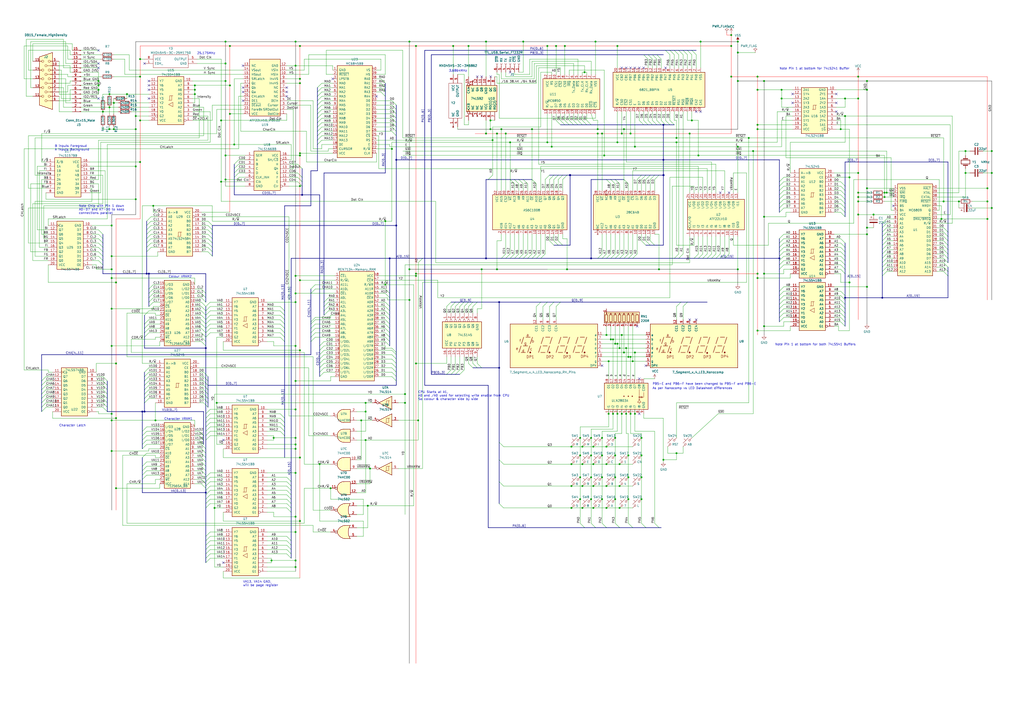
<source format=kicad_sch>
(kicad_sch (version 20211123) (generator eeschema)
  (paper "A2")
  (title_block (title "Nanocomp 6809 (Wireless World July 1981)") (date "2022-12-08") (rev "8.00") (company "Breadboarding Labs") (comment 1 "Updated to replace video RAM with 2 x 32K Single Port RAM") (comment 2 "Add address multiplexers and data bus buffers for VRAM"))
  (lib_symbols
    (symbol "71256SA_BB_1"
      (property "Reference" "U?" (at 0 17.78 0))
      (property "Value" "71256SA_BB_1" (at 0 15.24 0))
      (symbol "71256SA_BB_1_1_1"
        (pin input line (at -10.16 22.86 0) (length 2.54) (name "A14") (number "1"))
        (pin input line (at -10.16 0 0) (length 2.54) (name "A0") (number "10"))
        (pin tri_state line (at -10.16 -2.54 0) (length 2.54) (name "I/O0") (number "11"))
        (pin tri_state line (at -10.16 -5.08 0) (length 2.54) (name "I/O1") (number "12"))
        (pin tri_state line (at -10.16 -7.62 0) (length 2.54) (name "I/O2") (number "13"))
        (pin power_in line (at -10.16 -10.16 0) (length 2.54) (name "GND") (number "14"))
        (pin tri_state line (at 10.16 -10.16 180) (length 2.54) (name "I/O3") (number "15"))
        (pin tri_state line (at 10.16 -7.62 180) (length 2.54) (name "I/O4") (number "16"))
        (pin tri_state line (at 10.16 -5.08 180) (length 2.54) (name "I/O5") (number "17"))
        (pin tri_state line (at 10.16 -2.54 180) (length 2.54) (name "I/O6") (number "18"))
        (pin tri_state line (at 10.16 0 180) (length 2.54) (name "I/O7") (number "19"))
        (pin input line (at -10.16 20.32 0) (length 2.54) (name "A12") (number "2"))
        (pin input inverted (at 10.16 2.54 180) (length 2.54) (name "~{CS}") (number "20"))
        (pin input line (at 10.16 5.08 180) (length 2.54) (name "A10") (number "21"))
        (pin input inverted (at 10.16 7.62 180) (length 2.54) (name "~{OE}") (number "22"))
        (pin input line (at 10.16 10.16 180) (length 2.54) (name "A11") (number "23"))
        (pin input line (at 10.16 12.7 180) (length 2.54) (name "A9") (number "24"))
        (pin input line (at 10.16 15.24 180) (length 2.54) (name "A8") (number "25"))
        (pin input line (at 10.16 17.78 180) (length 2.54) (name "A13") (number "26"))
        (pin input line (at 10.16 20.32 180) (length 2.54) (name "~{WE}") (number "27"))
        (pin power_in line (at 10.16 22.86 180) (length 2.54) (name "VCC") (number "28"))
        (pin input line (at -10.16 17.78 0) (length 2.54) (name "A7") (number "3"))
        (pin input line (at -10.16 15.24 0) (length 2.54) (name "A6") (number "4"))
        (pin input line (at -10.16 12.7 0) (length 2.54) (name "A5") (number "5"))
        (pin input line (at -10.16 10.16 0) (length 2.54) (name "A4") (number "6"))
        (pin input line (at -10.16 7.62 0) (length 2.54) (name "A3") (number "7"))
        (pin input line (at -10.16 5.08 0) (length 2.54) (name "A2") (number "8"))
        (pin input line (at -10.16 2.54 0) (length 2.54) (name "A1") (number "9"))
      )
    )
    (symbol "74xx:74HC00" (pin_names (offset 1.016))
      (property "Reference" "U" (at 0 1.27 0))
      (property "Value" "74HC00" (at 0 -1.27 0))
      (symbol "74HC00_1_1"
        (pin input line (at -7.62 2.54 0) (length 3.81) (name "~") (number "1"))
        (pin input line (at -7.62 -2.54 0) (length 3.81) (name "~") (number "2"))
        (pin output inverted (at 7.62 0 180) (length 3.81) (name "~") (number "3"))
      )
      (symbol "74HC00_1_2"
        (pin input inverted (at -7.62 2.54 0) (length 4.318) (name "~") (number "1"))
        (pin input inverted (at -7.62 -2.54 0) (length 4.318) (name "~") (number "2"))
        (pin output line (at 7.62 0 180) (length 3.81) (name "~") (number "3"))
      )
      (symbol "74HC00_2_1"
        (pin input line (at -7.62 2.54 0) (length 3.81) (name "~") (number "4"))
        (pin input line (at -7.62 -2.54 0) (length 3.81) (name "~") (number "5"))
        (pin output inverted (at 7.62 0 180) (length 3.81) (name "~") (number "6"))
      )
      (symbol "74HC00_2_2"
        (pin input inverted (at -7.62 2.54 0) (length 4.318) (name "~") (number "4"))
        (pin input inverted (at -7.62 -2.54 0) (length 4.318) (name "~") (number "5"))
        (pin output line (at 7.62 0 180) (length 3.81) (name "~") (number "6"))
      )
      (symbol "74HC00_3_1"
        (pin input line (at -7.62 -2.54 0) (length 3.81) (name "~") (number "10"))
        (pin output inverted (at 7.62 0 180) (length 3.81) (name "~") (number "8"))
        (pin input line (at -7.62 2.54 0) (length 3.81) (name "~") (number "9"))
      )
      (symbol "74HC00_3_2"
        (pin input inverted (at -7.62 -2.54 0) (length 4.318) (name "~") (number "10"))
        (pin output line (at 7.62 0 180) (length 3.81) (name "~") (number "8"))
        (pin input inverted (at -7.62 2.54 0) (length 4.318) (name "~") (number "9"))
      )
      (symbol "74HC00_4_1"
        (pin output inverted (at 7.62 0 180) (length 3.81) (name "~") (number "11"))
        (pin input line (at -7.62 2.54 0) (length 3.81) (name "~") (number "12"))
        (pin input line (at -7.62 -2.54 0) (length 3.81) (name "~") (number "13"))
      )
      (symbol "74HC00_4_2"
        (pin output line (at 7.62 0 180) (length 3.81) (name "~") (number "11"))
        (pin input inverted (at -7.62 2.54 0) (length 4.318) (name "~") (number "12"))
        (pin input inverted (at -7.62 -2.54 0) (length 4.318) (name "~") (number "13"))
      )
      (symbol "74HC00_5_0"
        (pin power_in line (at 0 12.7 270) (length 5.08) (name "VCC") (number "14"))
        (pin power_in line (at 0 -12.7 90) (length 5.08) (name "GND") (number "7"))
      )
    )
    (symbol "74xx:74LS02" (pin_names (offset 1.016))
      (property "Reference" "U" (at 0 1.27 0))
      (property "Value" "74LS02" (at 0 -1.27 0))
      (symbol "74LS02_1_1"
        (pin output inverted (at 7.62 0 180) (length 3.81) (name "~") (number "1"))
        (pin input line (at -7.62 2.54 0) (length 4.318) (name "~") (number "2"))
        (pin input line (at -7.62 -2.54 0) (length 4.318) (name "~") (number "3"))
      )
      (symbol "74LS02_1_2"
        (pin output line (at 7.62 0 180) (length 3.81) (name "~") (number "1"))
        (pin input inverted (at -7.62 2.54 0) (length 3.81) (name "~") (number "2"))
        (pin input inverted (at -7.62 -2.54 0) (length 3.81) (name "~") (number "3"))
      )
      (symbol "74LS02_2_1"
        (pin output inverted (at 7.62 0 180) (length 3.81) (name "~") (number "4"))
        (pin input line (at -7.62 2.54 0) (length 4.318) (name "~") (number "5"))
        (pin input line (at -7.62 -2.54 0) (length 4.318) (name "~") (number "6"))
      )
      (symbol "74LS02_2_2"
        (pin output line (at 7.62 0 180) (length 3.81) (name "~") (number "4"))
        (pin input inverted (at -7.62 2.54 0) (length 3.81) (name "~") (number "5"))
        (pin input inverted (at -7.62 -2.54 0) (length 3.81) (name "~") (number "6"))
      )
      (symbol "74LS02_3_1"
        (pin output inverted (at 7.62 0 180) (length 3.81) (name "~") (number "10"))
        (pin input line (at -7.62 2.54 0) (length 4.318) (name "~") (number "8"))
        (pin input line (at -7.62 -2.54 0) (length 4.318) (name "~") (number "9"))
      )
      (symbol "74LS02_3_2"
        (pin output line (at 7.62 0 180) (length 3.81) (name "~") (number "10"))
        (pin input inverted (at -7.62 2.54 0) (length 3.81) (name "~") (number "8"))
        (pin input inverted (at -7.62 -2.54 0) (length 3.81) (name "~") (number "9"))
      )
      (symbol "74LS02_4_1"
        (pin input line (at -7.62 2.54 0) (length 4.318) (name "~") (number "11"))
        (pin input line (at -7.62 -2.54 0) (length 4.318) (name "~") (number "12"))
        (pin output inverted (at 7.62 0 180) (length 3.81) (name "~") (number "13"))
      )
      (symbol "74LS02_4_2"
        (pin input inverted (at -7.62 2.54 0) (length 3.81) (name "~") (number "11"))
        (pin input inverted (at -7.62 -2.54 0) (length 3.81) (name "~") (number "12"))
        (pin output line (at 7.62 0 180) (length 3.81) (name "~") (number "13"))
      )
      (symbol "74LS02_5_0"
        (pin power_in line (at 0 12.7 270) (length 5.08) (name "VCC") (number "14"))
        (pin power_in line (at 0 -12.7 90) (length 5.08) (name "GND") (number "7"))
      )
    )
    (symbol "74xx:74LS14" (pin_names (offset 1.016))
      (property "Reference" "U" (at 0 1.27 0))
      (property "Value" "74LS14" (at 0 -1.27 0))
      (symbol "74LS14_1_0"
        (pin input line (at -7.62 0 0) (length 3.81) (name "~") (number "1"))
        (pin output inverted (at 7.62 0 180) (length 3.81) (name "~") (number "2"))
      )
      (symbol "74LS14_2_0"
        (pin input line (at -7.62 0 0) (length 3.81) (name "~") (number "3"))
        (pin output inverted (at 7.62 0 180) (length 3.81) (name "~") (number "4"))
      )
      (symbol "74LS14_3_0"
        (pin input line (at -7.62 0 0) (length 3.81) (name "~") (number "5"))
        (pin output inverted (at 7.62 0 180) (length 3.81) (name "~") (number "6"))
      )
      (symbol "74LS14_4_0"
        (pin output inverted (at 7.62 0 180) (length 3.81) (name "~") (number "8"))
        (pin input line (at -7.62 0 0) (length 3.81) (name "~") (number "9"))
      )
      (symbol "74LS14_5_0"
        (pin output inverted (at 7.62 0 180) (length 3.81) (name "~") (number "10"))
        (pin input line (at -7.62 0 0) (length 3.81) (name "~") (number "11"))
      )
      (symbol "74LS14_6_0"
        (pin output inverted (at 7.62 0 180) (length 3.81) (name "~") (number "12"))
        (pin input line (at -7.62 0 0) (length 3.81) (name "~") (number "13"))
      )
      (symbol "74LS14_7_0"
        (pin power_in line (at 0 12.7 270) (length 5.08) (name "VCC") (number "14"))
        (pin power_in line (at 0 -12.7 90) (length 5.08) (name "GND") (number "7"))
      )
    )
    (symbol "74xx:74LS145" (pin_names (offset 1.016))
      (property "Reference" "U?" (at 21.4376 1.1684 90))
      (property "Value" "74LS145" (at 0 3.81 90))
      (symbol "74LS145_1_0"
        (pin open_collector inverted (at -12.7 10.16 0) (length 5.08) (name "Q0") (number "1"))
        (pin open_collector inverted (at 12.7 -5.08 180) (length 5.08) (name "Q8") (number "10"))
        (pin open_collector inverted (at 12.7 -2.54 180) (length 5.08) (name "Q9") (number "11"))
        (pin input line (at 12.7 0 180) (length 5.08) (name "P3") (number "12"))
        (pin input line (at 12.7 2.54 180) (length 5.08) (name "P2") (number "13"))
        (pin input line (at 12.7 5.08 180) (length 5.08) (name "P1") (number "14"))
        (pin input line (at 12.7 7.62 180) (length 5.08) (name "P0") (number "15"))
        (pin power_in line (at 12.7 10.16 180) (length 5.08) (name "VCC") (number "16"))
        (pin open_collector inverted (at -12.7 7.62 0) (length 5.08) (name "Q1") (number "2"))
        (pin open_collector inverted (at -12.7 5.08 0) (length 5.08) (name "Q2") (number "3"))
        (pin open_collector inverted (at -12.7 2.54 0) (length 5.08) (name "Q3") (number "4"))
        (pin open_collector inverted (at -12.7 0 0) (length 5.08) (name "Q4") (number "5"))
        (pin open_collector inverted (at -12.7 -2.54 0) (length 5.08) (name "Q5") (number "6"))
        (pin open_collector inverted (at -12.7 -5.08 0) (length 5.08) (name "Q6") (number "7"))
        (pin power_in line (at -12.7 -7.62 0) (length 5.08) (name "GND") (number "8"))
        (pin open_collector inverted (at 12.7 -7.62 180) (length 5.08) (name "Q7") (number "9"))
      )
    )
    (symbol "74xx:74LS241" (pin_names (offset 1.016))
      (property "Reference" "U16" (at 0 5.08 0))
      (property "Value" "74LS241BB" (at 0 16.51 0))
      (symbol "74LS241_1_0"
        (pin input inverted (at -12.7 12.7 0) (length 5.08) (name "1~{G}") (number "1"))
        (pin power_in line (at -12.7 -10.16 0) (length 5.08) (name "GND") (number "10"))
        (pin input line (at 12.7 -10.16 180) (length 5.08) (name "2A1") (number "11"))
        (pin tri_state line (at 12.7 -7.72 180) (length 5.08) (name "1Y4") (number "12"))
        (pin input line (at 12.7 -5.08 180) (length 5.08) (name "2A2") (number "13"))
        (pin tri_state line (at 12.7 -2.54 180) (length 5.08) (name "1Y3") (number "14"))
        (pin input line (at 12.7 0 180) (length 5.08) (name "2A3") (number "15"))
        (pin tri_state line (at 12.7 2.54 180) (length 5.08) (name "1Y2") (number "16"))
        (pin input line (at 12.7 5.08 180) (length 5.08) (name "2A4") (number "17"))
        (pin tri_state line (at 12.7 7.62 180) (length 5.08) (name "1Y1") (number "18"))
        (pin input line (at 12.7 10.16 180) (length 5.08) (name "2G") (number "19"))
        (pin input line (at -12.7 10.16 0) (length 5.08) (name "1A1") (number "2"))
        (pin power_in line (at 12.7 12.7 180) (length 5.08) (name "VCC") (number "20"))
        (pin tri_state line (at -12.7 7.62 0) (length 5.08) (name "2Y4") (number "3"))
        (pin input line (at -12.7 5.08 0) (length 5.08) (name "1A2") (number "4"))
        (pin tri_state line (at -12.7 2.54 0) (length 5.08) (name "2Y3") (number "5"))
        (pin input line (at -12.7 0 0) (length 5.08) (name "1A3") (number "6"))
        (pin tri_state line (at -12.7 -2.54 0) (length 5.08) (name "2Y2") (number "7"))
        (pin input line (at -12.7 -5.08 0) (length 5.08) (name "1A4") (number "8"))
        (pin tri_state line (at -12.7 -7.72 0) (length 5.08) (name "2Y1") (number "9"))
      )
    )
    (symbol "74xx:74LS92" (pin_names (offset 1.016))
      (property "Reference" "U?" (at 0 2.54 0))
      (property "Value" "74LS92" (at -3.81 -1.27 0))
      (symbol "74LS92_0_0"
        (pin no_connect line (at 10.16 2.54 180) (length 2.54) (name "NC") (number "13"))
        (pin no_connect line (at -10.16 2.54 0) (length 2.54) (name "NC") (number "2"))
        (pin no_connect line (at -10.16 0 0) (length 2.54) (name "NC") (number "3"))
        (pin no_connect line (at -10.16 -2.54 0) (length 2.54) (name "NC") (number "4"))
      )
      (symbol "74LS92_1_0"
        (pin input inverted_clock (at -12.7 5.08 0) (length 5.08) (name "CKB") (number "1"))
        (pin power_in line (at 12.7 -5.08 180) (length 5.08) (name "GND") (number "10"))
        (pin output line (at 12.7 -2.54 180) (length 5.08) (name "QB") (number "11"))
        (pin output line (at 12.7 0 180) (length 5.08) (name "QA") (number "12"))
        (pin input inverted_clock (at 12.7 5.08 180) (length 5.08) (name "CKA") (number "14"))
        (pin power_in line (at -12.7 -5.08 0) (length 5.08) (name "VCC") (number "5"))
        (pin input line (at -12.7 -7.62 0) (length 5.08) (name "R0(1)") (number "6"))
        (pin input line (at -12.7 -10.16 0) (length 5.08) (name "R0(2)") (number "7"))
        (pin output line (at 12.7 -10.16 180) (length 5.08) (name "QD") (number "8"))
        (pin output line (at 12.7 -7.76 180) (length 5.08) (name "QC") (number "9"))
      )
    )
    (symbol "Breadboarding:28C64_BBPIN"
      (property "Reference" "U3" (at -10.16 0 90))
      (property "Value" "28C64B" (at 0 6.35 90))
      (symbol "28C64_BBPIN_1_1"
        (pin no_connect non_logic (at -12.7 22.86 0) (length 2.54) (name "NC") (number "1"))
        (pin input line (at -12.7 0 0) (length 2.54) (name "A0") (number "10"))
        (pin tri_state line (at -12.7 -2.54 0) (length 2.54) (name "D0") (number "11"))
        (pin tri_state line (at -12.7 -5.08 0) (length 2.54) (name "D1") (number "12"))
        (pin tri_state line (at -12.7 -7.62 0) (length 2.54) (name "D2") (number "13"))
        (pin power_in line (at -12.7 -10.16 0) (length 2.54) (name "GND") (number "14"))
        (pin tri_state line (at 12.7 -10.16 180) (length 2.54) (name "D3") (number "15"))
        (pin tri_state line (at 12.7 -7.62 180) (length 2.54) (name "D4") (number "16"))
        (pin tri_state line (at 12.7 -5.08 180) (length 2.54) (name "D5") (number "17"))
        (pin tri_state line (at 12.7 -2.54 180) (length 2.54) (name "D6") (number "18"))
        (pin tri_state line (at 12.7 0 180) (length 2.54) (name "D7") (number "19"))
        (pin input line (at -12.7 20.32 0) (length 2.54) (name "A12") (number "2"))
        (pin input line (at 12.7 2.54 180) (length 2.54) (name "~{CS}") (number "20"))
        (pin input line (at 12.7 5.08 180) (length 2.54) (name "A10") (number "21"))
        (pin input line (at 12.7 7.62 180) (length 2.54) (name "~{OE}") (number "22"))
        (pin input line (at 12.7 10.16 180) (length 2.54) (name "A11") (number "23"))
        (pin input line (at 12.7 12.7 180) (length 2.54) (name "A9") (number "24"))
        (pin input line (at 12.7 15.24 180) (length 2.54) (name "A8") (number "25"))
        (pin no_connect non_logic (at 12.7 17.78 180) (length 2.54) (name "NC") (number "26"))
        (pin input line (at 12.7 20.32 180) (length 2.54) (name "~{WE}") (number "27"))
        (pin power_in line (at 12.7 22.86 180) (length 2.54) (name "VCC") (number "28"))
        (pin input line (at -12.7 17.78 0) (length 2.54) (name "A7") (number "3"))
        (pin input line (at -12.7 15.24 0) (length 2.54) (name "A6") (number "4"))
        (pin input line (at -12.7 12.7 0) (length 2.54) (name "A5") (number "5"))
        (pin input line (at -12.7 10.16 0) (length 2.54) (name "A4") (number "6"))
        (pin input line (at -12.7 7.62 0) (length 2.54) (name "A3") (number "7"))
        (pin input line (at -12.7 5.08 0) (length 2.54) (name "A2") (number "8"))
        (pin input line (at -12.7 2.54 0) (length 2.54) (name "A1") (number "9"))
      )
    )
    (symbol "Breadboarding:628128_DIP32_SSOP32_BBPIN"
      (property "Reference" "U?" (at -3.81 1.27 90))
      (property "Value" "628128" (at 3.81 1.27 90))
      (symbol "628128_DIP32_SSOP32_BBPIN_0_0"
        (pin power_in line (at -12.7 -17.78 0) (length 2.54) (name "GND") (number "16"))
        (pin power_in line (at 12.7 20.32 180) (length 2.54) (name "VCC") (number "32"))
      )
      (symbol "628128_DIP32_SSOP32_BBPIN_1_1"
        (pin no_connect line (at -12.7 20.32 0) (length 2.54) hide (name "NC") (number "1"))
        (pin input line (at -12.7 -2.54 0) (length 2.54) (name "A2") (number "10"))
        (pin input line (at -12.7 -5.08 0) (length 2.54) (name "A1") (number "11"))
        (pin input line (at -12.7 -7.62 0) (length 2.54) (name "A0") (number "12"))
        (pin tri_state line (at -12.7 -10.16 0) (length 2.54) (name "Q0") (number "13"))
        (pin tri_state line (at -12.7 -12.7 0) (length 2.54) (name "Q1") (number "14"))
        (pin tri_state line (at -12.7 -15.24 0) (length 2.54) (name "Q2") (number "15"))
        (pin tri_state line (at 12.7 -17.78 180) (length 2.54) (name "Q3") (number "17"))
        (pin tri_state line (at 12.7 -15.24 180) (length 2.54) (name "Q4") (number "18"))
        (pin tri_state line (at 12.7 -12.7 180) (length 2.54) (name "Q5") (number "19"))
        (pin input line (at -12.7 17.78 0) (length 2.54) (name "A16") (number "2"))
        (pin tri_state line (at 12.7 -10.16 180) (length 2.54) (name "Q6") (number "20"))
        (pin tri_state line (at 12.7 -7.62 180) (length 2.54) (name "Q7") (number "21"))
        (pin input line (at 12.7 -5.08 180) (length 2.54) (name "~{CS1}") (number "22"))
        (pin input line (at 12.7 -2.54 180) (length 2.54) (name "A10") (number "23"))
        (pin input line (at 12.7 0 180) (length 2.54) (name "~{OE}") (number "24"))
        (pin input line (at 12.7 2.54 180) (length 2.54) (name "A11") (number "25"))
        (pin input line (at 12.7 5.08 180) (length 2.54) (name "A9") (number "26"))
        (pin input line (at 12.7 7.62 180) (length 2.54) (name "A8") (number "27"))
        (pin input line (at 12.7 10.16 180) (length 2.54) (name "A13") (number "28"))
        (pin input line (at 12.7 12.7 180) (length 2.54) (name "~{WE}") (number "29"))
        (pin input line (at -12.7 15.24 0) (length 2.54) (name "A14") (number "3"))
        (pin input line (at 12.7 15.24 180) (length 2.54) (name "CS2") (number "30"))
        (pin input line (at 12.7 17.78 180) (length 2.54) (name "A15") (number "31"))
        (pin input line (at -12.7 12.7 0) (length 2.54) (name "A12") (number "4"))
        (pin input line (at -12.7 10.16 0) (length 2.54) (name "A7") (number "5"))
        (pin input line (at -12.7 7.62 0) (length 2.54) (name "A6") (number "6"))
        (pin input line (at -12.7 5.08 0) (length 2.54) (name "A5") (number "7"))
        (pin input line (at -12.7 2.54 0) (length 2.54) (name "A4") (number "8"))
        (pin input line (at -12.7 0 0) (length 2.54) (name "A3") (number "9"))
      )
    )
    (symbol "Breadboarding:6821_BBPIN" (pin_names (offset 1.016))
      (property "Reference" "U?" (at 0 24.0198 0))
      (property "Value" "6821_BBPIN" (at 0 21.4829 0))
      (symbol "6821_BBPIN_1_1"
        (pin power_in line (at -12.7 30.48 0) (length 2.54) (name "VSS") (number "1"))
        (pin bidirectional line (at -12.7 7.62 0) (length 2.54) (name "PB0") (number "10"))
        (pin bidirectional line (at -12.7 5.08 0) (length 2.54) (name "PB1") (number "11"))
        (pin bidirectional line (at -12.7 2.54 0) (length 2.54) (name "PB2") (number "12"))
        (pin bidirectional line (at -12.7 0 0) (length 2.54) (name "PB3") (number "13"))
        (pin bidirectional line (at -12.7 -2.54 0) (length 2.54) (name "PB4") (number "14"))
        (pin bidirectional line (at -12.7 -5.08 0) (length 2.54) (name "PB5") (number "15"))
        (pin bidirectional line (at -12.7 -7.62 0) (length 2.54) (name "PB6") (number "16"))
        (pin bidirectional line (at -12.7 -10.16 0) (length 2.54) (name "PB7") (number "17"))
        (pin input line (at -12.7 -12.7 0) (length 2.54) (name "CB1") (number "18"))
        (pin bidirectional line (at -12.7 -15.24 0) (length 2.54) (name "CB2") (number "19"))
        (pin bidirectional line (at -12.7 27.94 0) (length 2.54) (name "PA0") (number "2"))
        (pin power_in line (at -12.7 -17.78 0) (length 2.54) (name "VCC") (number "20"))
        (pin input line (at 12.7 -17.78 180) (length 2.54) (name "R/~{W}") (number "21"))
        (pin input line (at 12.7 -15.24 180) (length 2.54) (name "CS0") (number "22"))
        (pin input line (at 12.7 -12.7 180) (length 2.54) (name "~{CS2}") (number "23"))
        (pin input line (at 12.7 -10.16 180) (length 2.54) (name "CS1") (number "24"))
        (pin input line (at 12.7 -7.62 180) (length 2.54) (name "E") (number "25"))
        (pin bidirectional line (at 12.7 -5.08 180) (length 2.54) (name "D7") (number "26"))
        (pin bidirectional line (at 12.7 -2.54 180) (length 2.54) (name "D6") (number "27"))
        (pin bidirectional line (at 12.7 0 180) (length 2.54) (name "D5") (number "28"))
        (pin bidirectional line (at 12.7 2.54 180) (length 2.54) (name "D4") (number "29"))
        (pin bidirectional line (at -12.7 25.4 0) (length 2.54) (name "PA1") (number "3"))
        (pin bidirectional line (at 12.7 5.08 180) (length 2.54) (name "D3") (number "30"))
        (pin bidirectional line (at 12.7 7.62 180) (length 2.54) (name "D2") (number "31"))
        (pin bidirectional line (at 12.7 10.16 180) (length 2.54) (name "D1") (number "32"))
        (pin bidirectional line (at 12.7 12.7 180) (length 2.54) (name "D0") (number "33"))
        (pin input line (at 12.7 15.24 180) (length 2.54) (name "~{RESET}") (number "34"))
        (pin input line (at 12.7 17.78 180) (length 2.54) (name "RS1") (number "35"))
        (pin input line (at 12.7 20.32 180) (length 2.54) (name "RS0") (number "36"))
        (pin open_collector line (at 12.7 22.86 180) (length 2.54) (name "~{IRQB}") (number "37"))
        (pin open_collector line (at 12.7 25.4 180) (length 2.54) (name "~{IRQA}") (number "38"))
        (pin bidirectional line (at 12.7 27.94 180) (length 2.54) (name "CA2") (number "39"))
        (pin bidirectional line (at -12.7 22.86 0) (length 2.54) (name "PA2") (number "4"))
        (pin input line (at 12.7 30.48 180) (length 2.54) (name "CA1") (number "40"))
        (pin bidirectional line (at -12.7 20.32 0) (length 2.54) (name "PA3") (number "5"))
        (pin bidirectional line (at -12.7 17.78 0) (length 2.54) (name "PA4") (number "6"))
        (pin bidirectional line (at -12.7 15.24 0) (length 2.54) (name "PA5") (number "7"))
        (pin bidirectional line (at -12.7 12.7 0) (length 2.54) (name "PA6") (number "8"))
        (pin bidirectional line (at -12.7 10.16 0) (length 2.54) (name "PA7") (number "9"))
      )
    )
    (symbol "Breadboarding:71256SA_BB"
      (property "Reference" "U3" (at -10.16 0 90))
      (property "Value" "71256SA_BB" (at 0 6.35 90))
      (symbol "71256SA_BB_1_1"
        (pin input line (at -10.16 22.86 0) (length 2.54) (name "A14") (number "1"))
        (pin input line (at -10.16 0 0) (length 2.54) (name "A0") (number "10"))
        (pin tri_state line (at -10.16 -2.54 0) (length 2.54) (name "I/O0") (number "11"))
        (pin tri_state line (at -10.16 -5.08 0) (length 2.54) (name "I/O1") (number "12"))
        (pin tri_state line (at -10.16 -7.62 0) (length 2.54) (name "I/O2") (number "13"))
        (pin power_in line (at -10.16 -10.16 0) (length 2.54) (name "GND") (number "14"))
        (pin tri_state line (at 10.16 -10.16 180) (length 2.54) (name "I/O3") (number "15"))
        (pin tri_state line (at 10.16 -7.62 180) (length 2.54) (name "I/O4") (number "16"))
        (pin tri_state line (at 10.16 -5.08 180) (length 2.54) (name "I/O5") (number "17"))
        (pin tri_state line (at 10.16 -2.54 180) (length 2.54) (name "I/O6") (number "18"))
        (pin tri_state line (at 10.16 0 180) (length 2.54) (name "I/O7") (number "19"))
        (pin input line (at -10.16 20.32 0) (length 2.54) (name "A12") (number "2"))
        (pin input line (at 10.16 2.54 180) (length 2.54) (name "~{CS}") (number "20"))
        (pin input line (at 10.16 5.08 180) (length 2.54) (name "A10") (number "21"))
        (pin input line (at 10.16 7.62 180) (length 2.54) (name "~{OE}") (number "22"))
        (pin input line (at 10.16 10.16 180) (length 2.54) (name "A11") (number "23"))
        (pin input line (at 10.16 12.7 180) (length 2.54) (name "A9") (number "24"))
        (pin input line (at 10.16 15.24 180) (length 2.54) (name "A8") (number "25"))
        (pin input inverted (at 10.16 17.78 180) (length 2.54) (name "A13") (number "26"))
        (pin input line (at 10.16 20.32 180) (length 2.54) (name "~{WE}") (number "27"))
        (pin power_in line (at 10.16 22.86 180) (length 2.54) (name "VCC") (number "28"))
        (pin input line (at -10.16 17.78 0) (length 2.54) (name "A7") (number "3"))
        (pin input line (at -10.16 15.24 0) (length 2.54) (name "A6") (number "4"))
        (pin input line (at -10.16 12.7 0) (length 2.54) (name "A5") (number "5"))
        (pin input line (at -10.16 10.16 0) (length 2.54) (name "A4") (number "6"))
        (pin input line (at -10.16 7.62 0) (length 2.54) (name "A3") (number "7"))
        (pin input line (at -10.16 5.08 0) (length 2.54) (name "A2") (number "8"))
        (pin input line (at -10.16 2.54 0) (length 2.54) (name "A1") (number "9"))
      )
    )
    (symbol "Breadboarding:74LS157BB" (pin_names (offset 1.016))
      (property "Reference" "U?" (at 2.0194 21.4798 0))
      (property "Value" "74LS157BB" (at 2.0194 18.9429 0))
      (symbol "74LS157BB_1_0"
        (pin input line (at -12.7 15.24 0) (length 5.08) (name "~{A}/B") (number "1"))
        (pin input line (at 12.7 0 180) (length 5.08) (name "3B") (number "10"))
        (pin input line (at 12.7 2.54 180) (length 5.08) (name "3A") (number "11"))
        (pin output line (at 12.7 5.08 180) (length 5.08) (name "4Y") (number "12"))
        (pin input line (at 12.7 7.62 180) (length 5.08) (name "4B") (number "13"))
        (pin input line (at 12.7 10.16 180) (length 5.08) (name "4A") (number "14"))
        (pin input inverted (at 12.7 12.7 180) (length 5.08) (name "~{G}") (number "15"))
        (pin power_in line (at 12.7 15.24 180) (length 5.08) (name "VCC") (number "16"))
        (pin input line (at -12.7 12.7 0) (length 5.08) (name "1A") (number "2"))
        (pin input line (at -12.7 10.16 0) (length 5.08) (name "1B") (number "3"))
        (pin output line (at -12.7 7.62 0) (length 5.08) (name "1Y") (number "4"))
        (pin input line (at -12.7 5.08 0) (length 5.08) (name "2A") (number "5"))
        (pin input line (at -12.7 2.54 0) (length 5.08) (name "2B") (number "6"))
        (pin output line (at -12.7 0 0) (length 5.08) (name "2Y") (number "7"))
        (pin power_in line (at -12.7 -2.54 0) (length 5.08) (name "GND") (number "8"))
        (pin output line (at 12.7 -2.54 180) (length 5.08) (name "3Y") (number "9"))
      )
    )
    (symbol "Breadboarding:74LS166BB" (pin_names (offset 1.016))
      (property "Reference" "U" (at -7.62 21.59 0))
      (property "Value" "74LS166BB" (at 0 -7.62 0))
      (symbol "74LS166BB_1_0"
        (pin input line (at -12.7 17.78 0) (length 5.08) (name "SER") (number "1"))
        (pin input line (at 12.7 2.54 180) (length 5.08) (name "E") (number "10"))
        (pin input line (at 12.7 5.08 180) (length 5.08) (name "F") (number "11"))
        (pin input line (at 12.7 7.62 180) (length 5.08) (name "G") (number "12"))
        (pin output line (at 12.7 10.16 180) (length 5.08) (name "Qh") (number "13"))
        (pin input line (at 12.7 12.7 180) (length 5.08) (name "H") (number "14"))
        (pin input inverted (at 12.7 15.24 180) (length 5.08) (name "SH/~{LD}") (number "15"))
        (pin power_in line (at 12.7 17.78 180) (length 5.08) (name "VCC") (number "16"))
        (pin input line (at -12.7 15.24 0) (length 5.08) (name "A") (number "2"))
        (pin input line (at -12.7 12.7 0) (length 5.08) (name "B") (number "3"))
        (pin input line (at -12.7 10.16 0) (length 5.08) (name "C") (number "4"))
        (pin input line (at -12.7 7.62 0) (length 5.08) (name "D") (number "5"))
        (pin input inverted (at -12.7 5.08 0) (length 5.08) (name "CLK_INH") (number "6"))
        (pin input line (at -12.7 2.54 0) (length 5.08) (name "Clk") (number "7"))
        (pin power_in line (at -12.7 0 0) (length 5.08) (name "GND") (number "8"))
        (pin input inverted (at 12.7 0 180) (length 5.08) (name "Clr") (number "9"))
      )
    )
    (symbol "Breadboarding:74LS245" (pin_names (offset 1.016))
      (property "Reference" "U?" (at -1.27 6.35 0))
      (property "Value" "74LS245" (at -3.81 -3.81 0))
      (symbol "74LS245_1_0"
        (pin input line (at -12.7 12.7 0) (length 5.08) (name "A->B") (number "1"))
        (pin power_in line (at -12.7 -10.16 0) (length 5.08) (name "GND") (number "10"))
        (pin tri_state line (at 12.7 -10.16 180) (length 5.08) (name "B7") (number "11"))
        (pin tri_state line (at 12.7 -7.62 180) (length 5.08) (name "B6") (number "12"))
        (pin tri_state line (at 12.7 -5.08 180) (length 5.08) (name "B5") (number "13"))
        (pin tri_state line (at 12.7 -2.54 180) (length 5.08) (name "B4") (number "14"))
        (pin tri_state line (at 12.7 0 180) (length 5.08) (name "B3") (number "15"))
        (pin tri_state line (at 12.7 2.54 180) (length 5.08) (name "B2") (number "16"))
        (pin tri_state line (at 12.7 5.08 180) (length 5.08) (name "B1") (number "17"))
        (pin tri_state line (at 12.7 7.62 180) (length 5.08) (name "B0") (number "18"))
        (pin input inverted (at 12.7 10.16 180) (length 5.08) (name "CE") (number "19"))
        (pin tri_state line (at -12.7 10.16 0) (length 5.08) (name "A0") (number "2"))
        (pin power_in line (at 12.7 12.7 180) (length 5.08) (name "VCC") (number "20"))
        (pin tri_state line (at -12.7 7.62 0) (length 5.08) (name "A1") (number "3"))
        (pin tri_state line (at -12.7 5.08 0) (length 5.08) (name "A2") (number "4"))
        (pin tri_state line (at -12.7 2.54 0) (length 5.08) (name "A3") (number "5"))
        (pin tri_state line (at -12.7 0 0) (length 5.08) (name "A4") (number "6"))
        (pin tri_state line (at -12.7 -2.54 0) (length 5.08) (name "A5") (number "7"))
        (pin tri_state line (at -12.7 -5.08 0) (length 5.08) (name "A6") (number "8"))
        (pin tri_state line (at -12.7 -7.62 0) (length 5.08) (name "A7") (number "9"))
      )
    )
    (symbol "Breadboarding:74LS541BB" (pin_names (offset 1.016))
      (property "Reference" "U?" (at -1.27 8.89 0))
      (property "Value" "74LS541BB" (at -3.81 -6.35 0))
      (symbol "74LS541BB_1_0"
        (pin input inverted (at -12.7 12.7 0) (length 5.08) (name "G1") (number "1"))
        (pin power_in line (at -12.7 -10.16 0) (length 5.08) (name "GND") (number "10"))
        (pin tri_state line (at 12.7 -10.16 180) (length 5.08) (name "Y7") (number "11"))
        (pin tri_state line (at 12.7 -7.62 180) (length 5.08) (name "Y6") (number "12"))
        (pin tri_state line (at 12.7 -5.08 180) (length 5.08) (name "Y5") (number "13"))
        (pin tri_state line (at 12.7 -2.54 180) (length 5.08) (name "Y4") (number "14"))
        (pin tri_state line (at 12.7 0 180) (length 5.08) (name "Y3") (number "15"))
        (pin tri_state line (at 12.7 2.54 180) (length 5.08) (name "Y2") (number "16"))
        (pin tri_state line (at 12.7 5.08 180) (length 5.08) (name "Y1") (number "17"))
        (pin tri_state line (at 12.7 7.62 180) (length 5.08) (name "Y0") (number "18"))
        (pin input inverted (at 12.7 10.16 180) (length 5.08) (name "G2") (number "19"))
        (pin input line (at -12.7 10.16 0) (length 5.08) (name "A0") (number "2"))
        (pin power_in line (at 12.7 12.7 180) (length 5.08) (name "VCC") (number "20"))
        (pin input line (at -12.7 7.62 0) (length 5.08) (name "A1") (number "3"))
        (pin input line (at -12.7 5.08 0) (length 5.08) (name "A2") (number "4"))
        (pin input line (at -12.7 2.54 0) (length 5.08) (name "A3") (number "5"))
        (pin input line (at -12.7 0 0) (length 5.08) (name "A4") (number "6"))
        (pin input line (at -12.7 -2.54 0) (length 5.08) (name "A5") (number "7"))
        (pin input line (at -12.7 -5.08 0) (length 5.08) (name "A6") (number "8"))
        (pin input line (at -12.7 -7.62 0) (length 5.08) (name "A7") (number "9"))
      )
    )
    (symbol "Breadboarding:74LS574BB" (pin_names (offset 1.016))
      (property "Reference" "U?" (at 0 -17.78 0))
      (property "Value" "74LS574BB" (at 0 -15.24 0))
      (symbol "74LS574BB_1_0"
        (pin input inverted (at -12.7 12.7 0) (length 5.08) (name "OE") (number "1"))
        (pin power_in line (at -12.7 -10.16 0) (length 5.08) (name "GND") (number "10"))
        (pin input clock (at 12.7 -10.16 180) (length 5.08) (name "Cp") (number "11"))
        (pin tri_state line (at 12.7 -7.62 180) (length 5.08) (name "Q7") (number "12"))
        (pin tri_state line (at 12.7 -5.08 180) (length 5.08) (name "Q6") (number "13"))
        (pin tri_state line (at 12.7 -2.54 180) (length 5.08) (name "Q5") (number "14"))
        (pin tri_state line (at 12.7 0 180) (length 5.08) (name "Q4") (number "15"))
        (pin tri_state line (at 12.7 2.54 180) (length 5.08) (name "Q3") (number "16"))
        (pin tri_state line (at 12.7 5.08 180) (length 5.08) (name "Q2") (number "17"))
        (pin tri_state line (at 12.7 7.62 180) (length 5.08) (name "Q1") (number "18"))
        (pin tri_state line (at 12.7 10.16 180) (length 5.08) (name "Q0") (number "19"))
        (pin input line (at -12.7 10.16 0) (length 5.08) (name "D0") (number "2"))
        (pin power_in line (at 12.7 12.7 180) (length 5.08) (name "VCC") (number "20"))
        (pin input line (at -12.7 7.62 0) (length 5.08) (name "D1") (number "3"))
        (pin input line (at -12.7 5.08 0) (length 5.08) (name "D2") (number "4"))
        (pin input line (at -12.7 2.54 0) (length 5.08) (name "D3") (number "5"))
        (pin input line (at -12.7 0 0) (length 5.08) (name "D4") (number "6"))
        (pin input line (at -12.7 -2.54 0) (length 5.08) (name "D5") (number "7"))
        (pin input line (at -12.7 -5.08 0) (length 5.08) (name "D6") (number "8"))
        (pin input line (at -12.7 -7.62 0) (length 5.08) (name "D7") (number "9"))
      )
    )
    (symbol "Breadboarding:ATF22LV10" (pin_names (offset 1.016))
      (property "Reference" "U?" (at -1.27 10.16 0))
      (property "Value" "ATF22LV10" (at -6.35 -1.27 0))
      (symbol "ATF22LV10_1_1"
        (pin input clock (at -12.7 15.24 0) (length 3.81) (name "CLK/I0") (number "1"))
        (pin input line (at -12.7 -7.62 0) (length 3.81) (name "I9") (number "10"))
        (pin input line (at -12.7 -10.16 0) (length 3.81) (name "I10") (number "11"))
        (pin power_in line (at -12.7 -12.7 0) (length 3.81) (name "GND") (number "12"))
        (pin input line (at 12.7 -12.7 180) (length 3.81) (name "I11") (number "13"))
        (pin output line (at 12.7 -10.16 180) (length 3.81) (name "I/O9") (number "14"))
        (pin output line (at 12.7 -7.62 180) (length 3.81) (name "I/O8") (number "15"))
        (pin output line (at 12.7 -5.08 180) (length 3.81) (name "I/O7") (number "16"))
        (pin output line (at 12.7 -2.54 180) (length 3.81) (name "I/O6") (number "17"))
        (pin output line (at 12.7 0 180) (length 3.81) (name "I/O5") (number "18"))
        (pin output line (at 12.7 2.54 180) (length 3.81) (name "I/O4") (number "19"))
        (pin input line (at -12.7 12.7 0) (length 3.81) (name "I1") (number "2"))
        (pin output line (at 12.7 5.08 180) (length 3.81) (name "I/O3") (number "20"))
        (pin output line (at 12.7 7.62 180) (length 3.81) (name "I/O2") (number "21"))
        (pin output line (at 12.7 10.16 180) (length 3.81) (name "I/O1") (number "22"))
        (pin output line (at 12.7 12.7 180) (length 3.81) (name "I/O0") (number "23"))
        (pin power_in line (at 12.7 15.24 180) (length 3.81) (name "VCC") (number "24"))
        (pin input line (at -12.7 10.16 0) (length 3.81) (name "I2") (number "3"))
        (pin input line (at -12.7 7.62 0) (length 3.81) (name "I3") (number "4"))
        (pin input line (at -12.7 5.08 0) (length 3.81) (name "I4") (number "5"))
        (pin input line (at -12.7 2.54 0) (length 3.81) (name "I5") (number "6"))
        (pin input line (at -12.7 0 0) (length 3.81) (name "I6") (number "7"))
        (pin input line (at -12.7 -2.54 0) (length 3.81) (name "I7") (number "8"))
        (pin input line (at -12.7 -5.08 0) (length 3.81) (name "I8") (number "9"))
      )
    )
    (symbol "Breadboarding:ATF22LV10_VIDEO2" (pin_names (offset 1.016))
      (property "Reference" "U19" (at 0 21.59 0))
      (property "Value" "ATF22LV10_VIDEO2" (at 0 19.05 0))
      (symbol "ATF22LV10_VIDEO2_1_1"
        (pin input clock (at -12.7 15.24 0) (length 3.81) (name "DotClk") (number "1"))
        (pin input line (at -12.7 -7.62 0) (length 3.81) (name "HSin") (number "10"))
        (pin input line (at -12.7 -10.16 0) (length 3.81) (name "VSin") (number "11"))
        (pin power_in line (at -12.7 -12.7 0) (length 3.81) (name "GND") (number "12"))
        (pin input line (at 12.7 -12.7 180) (length 3.81) (name "NC") (number "13"))
        (pin output line (at 12.7 -10.16 180) (length 3.81) (name "VSout") (number "14"))
        (pin output line (at 12.7 -7.62 180) (length 3.81) (name "HSout") (number "15"))
        (pin output line (at 12.7 -5.08 180) (length 3.81) (name "SRLatch") (number "16"))
        (pin output line (at 12.7 -2.54 180) (length 3.81) (name "Qc") (number "17"))
        (pin output line (at 12.7 0 180) (length 3.81) (name "Qb") (number "18"))
        (pin output line (at 12.7 2.54 180) (length 3.81) (name "Qa") (number "19"))
        (pin input line (at -12.7 12.7 0) (length 3.81) (name "SRDotOut") (number "2"))
        (pin output line (at 12.7 5.08 180) (length 3.81) (name "CHLatch") (number "20"))
        (pin output line (at 12.7 7.62 180) (length 3.81) (name "DE1") (number "21"))
        (pin output line (at 12.7 10.16 180) (length 3.81) (name "~{DEout}") (number "22"))
        (pin output line (at 12.7 12.7 180) (length 3.81) (name "ForeBk") (number "23"))
        (pin power_in line (at 12.7 15.24 180) (length 3.81) (name "VCC") (number "24"))
        (pin input line (at -12.7 10.16 0) (length 3.81) (name "Cursor") (number "3"))
        (pin input line (at -12.7 7.62 0) (length 3.81) (name "DEin") (number "4"))
        (pin input line (at -12.7 5.08 0) (length 3.81) (name "NC") (number "5"))
        (pin input line (at -12.7 2.54 0) (length 3.81) (name "NC") (number "6"))
        (pin input line (at -12.7 0 0) (length 3.81) (name "NC") (number "7"))
        (pin input line (at -12.7 -2.54 0) (length 3.81) (name "InvHS") (number "8"))
        (pin input line (at -12.7 -5.08 0) (length 3.81) (name "InvVS") (number "9"))
      )
    )
    (symbol "Breadboarding:MC6809-CPU_NXP_6800_BBPIN" (pin_names (offset 1.016))
      (property "Reference" "U1" (at -1.27 1.27 0))
      (property "Value" "MC6809" (at -3.81 12.7 0))
      (symbol "MC6809-CPU_NXP_6800_BBPIN_1_1"
        (pin power_in line (at -12.7 25.4 0) (length 2.54) (name "VSS") (number "1"))
        (pin tri_state line (at -12.7 2.54 0) (length 2.54) (name "A2") (number "10"))
        (pin tri_state line (at -12.7 0 0) (length 2.54) (name "A3") (number "11"))
        (pin tri_state line (at -12.7 -2.54 0) (length 2.54) (name "A4") (number "12"))
        (pin tri_state line (at -12.7 -5.08 0) (length 2.54) (name "A5") (number "13"))
        (pin tri_state line (at -12.7 -7.62 0) (length 2.54) (name "A6") (number "14"))
        (pin tri_state line (at -12.7 -10.16 0) (length 2.54) (name "A7") (number "15"))
        (pin tri_state line (at -12.7 -12.7 0) (length 2.54) (name "A8") (number "16"))
        (pin tri_state line (at -12.7 -15.24 0) (length 2.54) (name "A9") (number "17"))
        (pin tri_state line (at -12.7 -17.78 0) (length 2.54) (name "A10") (number "18"))
        (pin tri_state line (at -12.7 -20.32 0) (length 2.54) (name "A11") (number "19"))
        (pin input line (at -12.7 22.86 0) (length 2.54) (name "~{NMI}") (number "2"))
        (pin tri_state line (at -12.7 -22.86 0) (length 2.54) (name "A12") (number "20"))
        (pin tri_state line (at 12.7 -22.86 180) (length 2.54) (name "A13") (number "21"))
        (pin tri_state line (at 12.7 -20.32 180) (length 2.54) (name "A14") (number "22"))
        (pin tri_state line (at 12.7 -17.78 180) (length 2.54) (name "A15") (number "23"))
        (pin bidirectional line (at 12.7 -15.24 180) (length 2.54) (name "D7") (number "24"))
        (pin bidirectional line (at 12.7 -12.7 180) (length 2.54) (name "D6") (number "25"))
        (pin bidirectional line (at 12.7 -10.16 180) (length 2.54) (name "D5") (number "26"))
        (pin bidirectional line (at 12.7 -7.62 180) (length 2.54) (name "D4") (number "27"))
        (pin bidirectional line (at 12.7 -5.08 180) (length 2.54) (name "D3") (number "28"))
        (pin bidirectional line (at 12.7 -2.54 180) (length 2.54) (name "D2") (number "29"))
        (pin input line (at -12.7 20.32 0) (length 2.54) (name "~{IRQ}") (number "3"))
        (pin bidirectional line (at 12.7 0 180) (length 2.54) (name "D1") (number "30"))
        (pin bidirectional line (at 12.7 2.54 180) (length 2.54) (name "D0") (number "31"))
        (pin output line (at 12.7 5.08 180) (length 2.54) (name "R/~{W}") (number "32"))
        (pin input line (at 12.7 7.62 180) (length 2.54) (name "~{DMA/BREQ}") (number "33"))
        (pin output line (at 12.7 10.16 180) (length 2.54) (name "E") (number "34"))
        (pin output line (at 12.7 12.7 180) (length 2.54) (name "Q") (number "35"))
        (pin input line (at 12.7 15.24 180) (length 2.54) (name "MRDY") (number "36"))
        (pin input line (at 12.7 17.78 180) (length 2.54) (name "~{RESET}") (number "37"))
        (pin input line (at 12.7 20.32 180) (length 2.54) (name "EXTAL") (number "38"))
        (pin input line (at 12.7 22.86 180) (length 2.54) (name "XTAL") (number "39"))
        (pin input line (at -12.7 17.78 0) (length 2.54) (name "~{FIRQ}") (number "4"))
        (pin input line (at 12.7 25.4 180) (length 2.54) (name "~{HALT}") (number "40"))
        (pin output line (at -12.7 15.24 0) (length 2.54) (name "BS") (number "5"))
        (pin output line (at -12.7 12.7 0) (length 2.54) (name "BA") (number "6"))
        (pin power_in line (at -12.7 10.16 0) (length 2.54) (name "VCC") (number "7"))
        (pin tri_state line (at -12.7 7.62 0) (length 2.54) (name "A0") (number "8"))
        (pin tri_state line (at -12.7 5.08 0) (length 2.54) (name "A1") (number "9"))
      )
    )
    (symbol "Breadboarding:MC6845BB" (pin_names (offset 1.016))
      (property "Reference" "U" (at -10.16 34.29 0))
      (property "Value" "MC6845BB" (at 12.7 34.29 0))
      (symbol "MC6845BB_1_1"
        (pin power_in line (at -12.7 25.4 0) (length 2.54) (name "GND") (number "1"))
        (pin output line (at -12.7 2.54 0) (length 2.54) (name "MA6") (number "10"))
        (pin output line (at -12.7 0 0) (length 2.54) (name "MA7") (number "11"))
        (pin output line (at -12.7 -2.54 0) (length 2.54) (name "MA8") (number "12"))
        (pin output line (at -12.7 -5.08 0) (length 2.54) (name "MA9") (number "13"))
        (pin output line (at -12.7 -7.62 0) (length 2.54) (name "MA10") (number "14"))
        (pin output line (at -12.7 -10.16 0) (length 2.54) (name "MA11") (number "15"))
        (pin output line (at -12.7 -12.7 0) (length 2.54) (name "MA12") (number "16"))
        (pin output line (at -12.7 -15.24 0) (length 2.54) (name "MA13") (number "17"))
        (pin output line (at -12.7 -17.78 0) (length 2.54) (name "DE") (number "18"))
        (pin output line (at -12.7 -20.32 0) (length 2.54) (name "CURSOR") (number "19"))
        (pin input line (at -12.7 22.86 0) (length 2.54) (name "~{RESET}") (number "2"))
        (pin power_in line (at -12.7 -22.86 0) (length 2.54) (name "VCC") (number "20"))
        (pin input line (at 12.7 -22.86 180) (length 2.54) (name "CLK") (number "21"))
        (pin input line (at 12.7 -20.32 180) (length 2.54) (name "R/~{W}") (number "22"))
        (pin input line (at 12.7 -17.78 180) (length 2.54) (name "E") (number "23"))
        (pin input line (at 12.7 -15.24 180) (length 2.54) (name "RS") (number "24"))
        (pin input line (at 12.7 -12.7 180) (length 2.54) (name "~{CS}") (number "25"))
        (pin bidirectional line (at 12.7 -10.16 180) (length 2.54) (name "D7") (number "26"))
        (pin bidirectional line (at 12.7 -7.62 180) (length 2.54) (name "D6") (number "27"))
        (pin bidirectional line (at 12.7 -5.08 180) (length 2.54) (name "D5") (number "28"))
        (pin bidirectional line (at 12.7 -2.54 180) (length 2.54) (name "D4") (number "29"))
        (pin input line (at -12.7 20.32 0) (length 2.54) (name "LPSTB") (number "3"))
        (pin bidirectional line (at 12.7 0 180) (length 2.54) (name "D3") (number "30"))
        (pin bidirectional line (at 12.7 2.54 180) (length 2.54) (name "D2") (number "31"))
        (pin bidirectional line (at 12.7 5.08 180) (length 2.54) (name "D1") (number "32"))
        (pin bidirectional line (at 12.7 7.62 180) (length 2.54) (name "D0") (number "33"))
        (pin output line (at 12.7 10.16 180) (length 2.54) (name "RA4") (number "34"))
        (pin output line (at 12.7 12.7 180) (length 2.54) (name "RA3") (number "35"))
        (pin output line (at 12.7 15.24 180) (length 2.54) (name "RA2") (number "36"))
        (pin output line (at 12.7 17.78 180) (length 2.54) (name "RA1") (number "37"))
        (pin output line (at 12.7 20.32 180) (length 2.54) (name "RA0") (number "38"))
        (pin output line (at 12.7 22.86 180) (length 2.54) (name "HS") (number "39"))
        (pin output line (at -12.7 17.78 0) (length 2.54) (name "MA0") (number "4"))
        (pin output line (at 12.7 25.4 180) (length 2.54) (name "VS") (number "40"))
        (pin output line (at -12.7 15.24 0) (length 2.54) (name "MA1") (number "5"))
        (pin output line (at -12.7 12.7 0) (length 2.54) (name "MA2") (number "6"))
        (pin output line (at -12.7 10.16 0) (length 2.54) (name "MA3") (number "7"))
        (pin output line (at -12.7 7.62 0) (length 2.54) (name "MA4") (number "8"))
        (pin output line (at -12.7 5.08 0) (length 2.54) (name "MA5") (number "9"))
      )
    )
    (symbol "Breadboarding:MXO45HS-3C-25M1750" (pin_names (offset 0.762))
      (property "Reference" "Y?" (at 13.97 -1.27 90))
      (property "Value" "MXO45HS-3C-25M1750" (at 40.64 -11.43 90))
      (symbol "MXO45HS-3C-25M1750_0_0"
        (pin no_connect line (at 0 0 0) (length 5.08) (name "NC") (number "1"))
        (pin passive line (at 0 -2.54 0) (length 5.08) (name "GND") (number "4"))
        (pin passive line (at 30.48 -2.54 180) (length 5.08) (name "OUTPUT") (number "5"))
        (pin passive line (at 30.48 0 180) (length 5.08) (name "VCC") (number "8"))
      )
    )
    (symbol "Breadboarding:REN7134-Memory_RAM"
      (property "Reference" "U" (at 0 2.54 0))
      (property "Value" "REN7134-Memory_RAM" (at 1.27 -25.4 0))
      (symbol "REN7134-Memory_RAM_1_1"
        (pin input line (at -12.7 38.1 0) (length 2.54) (name "~{CE}L") (number "1"))
        (pin input line (at -12.7 15.24 0) (length 2.54) (name "A4L") (number "10"))
        (pin input line (at -12.7 12.7 0) (length 2.54) (name "A5L") (number "11"))
        (pin input line (at -12.7 10.16 0) (length 2.54) (name "A6L") (number "12"))
        (pin input line (at -12.7 7.62 0) (length 2.54) (name "A7L") (number "13"))
        (pin input line (at -12.7 5.08 0) (length 2.54) (name "A8L") (number "14"))
        (pin input line (at -12.7 2.54 0) (length 2.54) (name "A9L") (number "15"))
        (pin bidirectional line (at -12.7 0 0) (length 2.54) (name "I/O0L") (number "16"))
        (pin bidirectional line (at -12.7 -2.54 0) (length 2.54) (name "I/O1L") (number "17"))
        (pin bidirectional line (at -12.7 -5.08 0) (length 2.54) (name "I/O2L") (number "18"))
        (pin bidirectional line (at -12.7 -7.62 0) (length 2.54) (name "I/O3L") (number "19"))
        (pin input line (at -12.7 35.56 0) (length 2.54) (name "R/~{W}L") (number "2"))
        (pin bidirectional line (at -12.7 -10.16 0) (length 2.54) (name "I/O4L") (number "20"))
        (pin bidirectional line (at -12.7 -12.7 0) (length 2.54) (name "I/O5L") (number "21"))
        (pin bidirectional line (at -12.7 -15.24 0) (length 2.54) (name "I/O6L") (number "22"))
        (pin bidirectional line (at -12.7 -17.78 0) (length 2.54) (name "I/O7L") (number "23"))
        (pin power_in line (at -12.7 -20.32 0) (length 2.54) (name "GND") (number "24"))
        (pin bidirectional line (at 12.7 -20.32 180) (length 2.54) (name "I/O0R") (number "25"))
        (pin bidirectional line (at 12.7 -17.78 180) (length 2.54) (name "I/O1R") (number "26"))
        (pin bidirectional line (at 12.7 -15.24 180) (length 2.54) (name "I/O2R") (number "27"))
        (pin bidirectional line (at 12.7 -12.7 180) (length 2.54) (name "I/O3R") (number "28"))
        (pin bidirectional line (at 12.7 -10.16 180) (length 2.54) (name "I/O4R") (number "29"))
        (pin input line (at -12.7 33.02 0) (length 2.54) (name "A11L") (number "3"))
        (pin bidirectional line (at 12.7 -7.62 180) (length 2.54) (name "I/O5R") (number "30"))
        (pin bidirectional line (at 12.7 -5.08 180) (length 2.54) (name "I/O6R") (number "31"))
        (pin bidirectional line (at 12.7 -2.54 180) (length 2.54) (name "I/O7R") (number "32"))
        (pin input line (at 12.7 0 180) (length 2.54) (name "A9R") (number "33"))
        (pin input line (at 12.7 2.54 180) (length 2.54) (name "A8R") (number "34"))
        (pin input line (at 12.7 5.08 180) (length 2.54) (name "A7R") (number "35"))
        (pin input line (at 12.7 7.62 180) (length 2.54) (name "A6R") (number "36"))
        (pin input line (at 12.7 10.16 180) (length 2.54) (name "A5R") (number "37"))
        (pin input line (at 12.7 12.7 180) (length 2.54) (name "A4R") (number "38"))
        (pin input line (at 12.7 15.24 180) (length 2.54) (name "A3R") (number "39"))
        (pin input line (at -12.7 30.48 0) (length 2.54) (name "A10L") (number "4"))
        (pin input line (at 12.7 17.78 180) (length 2.54) (name "A2R") (number "40"))
        (pin input line (at 12.7 20.32 180) (length 2.54) (name "A1R") (number "41"))
        (pin input line (at 12.7 22.86 180) (length 2.54) (name "A0R") (number "42"))
        (pin input line (at 12.7 25.4 180) (length 2.54) (name "~{OE}R") (number "43"))
        (pin input line (at 12.7 27.94 180) (length 2.54) (name "A10R") (number "44"))
        (pin input line (at 12.7 30.48 180) (length 2.54) (name "A11R") (number "45"))
        (pin input line (at 12.7 33.02 180) (length 2.54) (name "R/~{W}R") (number "46"))
        (pin input line (at 12.7 35.56 180) (length 2.54) (name "~{CE}R") (number "47"))
        (pin power_in line (at 12.7 38.1 180) (length 2.54) (name "VCC") (number "48"))
        (pin input line (at -12.7 27.94 0) (length 2.54) (name "~{OE}L") (number "5"))
        (pin input line (at -12.7 25.4 0) (length 2.54) (name "A0L") (number "6"))
        (pin input line (at -12.7 22.86 0) (length 2.54) (name "A1L") (number "7"))
        (pin input line (at -12.7 20.32 0) (length 2.54) (name "A2L") (number "8"))
        (pin input line (at -12.7 17.78 0) (length 2.54) (name "A3L") (number "9"))
      )
    )
    (symbol "Connector:Conn_01x06_Female" (pin_names (offset 2.016))
      (property "Reference" "J1" (at -2.54 -1.27 90))
      (property "Value" "TTL_USB_Serial_FT232R" (at 6.35 1.27 90))
      (symbol "Conn_01x06_Female_1_1"
        (pin power_in line (at -5.08 -7.62 0) (length 3.81) (name "GND") (number "1"))
        (pin passive line (at -5.08 -5.08 0) (length 3.81) (name "~{CTS}") (number "2"))
        (pin power_in line (at -5.08 -2.54 0) (length 3.81) (name "Vcc") (number "3"))
        (pin output line (at -5.08 0 0) (length 3.81) (name "TX") (number "4"))
        (pin input line (at -5.08 2.54 0) (length 3.81) (name "RX") (number "5"))
        (pin output line (at -5.08 5.08 0) (length 3.81) (name "~{DTR}") (number "6"))
      )
    )
    (symbol "Connector:Conn_01x15_Male" (pin_names (offset 1.016) hide)
      (property "Reference" "J" (at 0 20.32 0))
      (property "Value" "Conn_01x15_Male" (at 0 -20.32 0))
      (symbol "Conn_01x15_Male_1_1"
        (pin passive line (at 5.08 17.78 180) (length 3.81) (name "Pin_1") (number "1"))
        (pin passive line (at 5.08 -5.08 180) (length 3.81) (name "Pin_10") (number "10"))
        (pin passive line (at 5.08 -7.62 180) (length 3.81) (name "Pin_11") (number "11"))
        (pin passive line (at 5.08 -10.16 180) (length 3.81) (name "Pin_12") (number "12"))
        (pin passive line (at 5.08 -12.7 180) (length 3.81) (name "Pin_13") (number "13"))
        (pin passive line (at 5.08 -15.24 180) (length 3.81) (name "Pin_14") (number "14"))
        (pin passive line (at 5.08 -17.78 180) (length 3.81) (name "Pin_15") (number "15"))
        (pin passive line (at 5.08 15.24 180) (length 3.81) (name "Pin_2") (number "2"))
        (pin passive line (at 5.08 12.7 180) (length 3.81) (name "Pin_3") (number "3"))
        (pin passive line (at 5.08 10.16 180) (length 3.81) (name "Pin_4") (number "4"))
        (pin passive line (at 5.08 7.62 180) (length 3.81) (name "Pin_5") (number "5"))
        (pin passive line (at 5.08 5.08 180) (length 3.81) (name "Pin_6") (number "6"))
        (pin passive line (at 5.08 2.54 180) (length 3.81) (name "Pin_7") (number "7"))
        (pin passive line (at 5.08 0 180) (length 3.81) (name "Pin_8") (number "8"))
        (pin passive line (at 5.08 -2.54 180) (length 3.81) (name "Pin_9") (number "9"))
      )
    )
    (symbol "Connector:DB15_Female_HighDensity" (pin_names (offset 1.016) hide)
      (property "Reference" "J" (at 0 21.59 0))
      (property "Value" "DB15_Female_HighDensity" (at 0 19.05 0))
      (symbol "DB15_Female_HighDensity_1_1"
        (pin passive line (at -7.62 10.16 0) (length 5.08) (name "~") (number "1"))
        (pin passive line (at -7.62 -7.62 0) (length 5.08) (name "~") (number "10"))
        (pin passive line (at 7.62 10.16 180) (length 5.08) (name "~") (number "11"))
        (pin passive line (at 7.62 5.08 180) (length 5.08) (name "~") (number "12"))
        (pin passive line (at 7.62 0 180) (length 5.08) (name "~") (number "13"))
        (pin passive line (at 7.62 -5.08 180) (length 5.08) (name "~") (number "14"))
        (pin passive line (at 7.62 -10.16 180) (length 5.08) (name "~") (number "15"))
        (pin passive line (at -7.62 5.08 0) (length 5.08) (name "~") (number "2"))
        (pin passive line (at -7.62 0 0) (length 5.08) (name "~") (number "3"))
        (pin passive line (at -7.62 -5.08 0) (length 5.08) (name "~") (number "4"))
        (pin passive line (at -7.62 -10.16 0) (length 5.08) (name "~") (number "5"))
        (pin passive line (at -7.62 12.7 0) (length 5.08) (name "~") (number "6"))
        (pin passive line (at -7.62 7.62 0) (length 5.08) (name "~") (number "7"))
        (pin passive line (at -7.62 2.54 0) (length 5.08) (name "~") (number "8"))
        (pin passive line (at -7.62 -2.54 0) (length 5.08) (name "~") (number "9"))
      )
    )
    (symbol "Device:C" (pin_numbers hide) (pin_names (offset 0.254))
      (property "Reference" "C" (at 0.635 2.54 0))
      (property "Value" "C" (at 0.635 -2.54 0))
      (symbol "C_1_1"
        (pin passive line (at 0 3.81 270) (length 2.794) (name "~") (number "1"))
        (pin passive line (at 0 -3.81 90) (length 2.794) (name "~") (number "2"))
      )
    )
    (symbol "Device:C_Polarized" (pin_numbers hide) (pin_names (offset 0.254))
      (property "Reference" "C" (at 0.635 2.54 0))
      (property "Value" "C_Polarized" (at 0.635 -2.54 0))
      (symbol "C_Polarized_1_1"
        (pin passive line (at 0 3.81 270) (length 2.794) (name "~") (number "1"))
        (pin passive line (at 0 -3.81 90) (length 2.794) (name "~") (number "2"))
      )
    )
    (symbol "Device:Crystal" (pin_numbers hide) (pin_names (offset 1.016) hide)
      (property "Reference" "Y" (at 0 3.81 0))
      (property "Value" "Crystal" (at 0 -3.81 0))
      (symbol "Crystal_1_1"
        (pin passive line (at -3.81 0 0) (length 1.27) (name "1") (number "1"))
        (pin passive line (at 3.81 0 180) (length 1.27) (name "2") (number "2"))
      )
    )
    (symbol "Device:R" (pin_numbers hide) (pin_names (offset 0))
      (property "Reference" "R" (at 2.032 0 90))
      (property "Value" "R" (at 0 0 90))
      (symbol "R_1_1"
        (pin passive line (at 0 3.81 270) (length 1.27) (name "~") (number "1"))
        (pin passive line (at 0 -3.81 90) (length 1.27) (name "~") (number "2"))
      )
    )
    (symbol "Device:R_Network08" (pin_names (offset 0) hide)
      (property "Reference" "RN" (at -12.7 0 90))
      (property "Value" "R_Network08" (at 10.16 0 90))
      (symbol "R_Network08_1_1"
        (pin passive line (at -10.16 5.08 270) (length 2.54) (name "common") (number "1"))
        (pin passive line (at -10.16 -5.08 90) (length 1.27) (name "R1") (number "2"))
        (pin passive line (at -7.62 -5.08 90) (length 1.27) (name "R2") (number "3"))
        (pin passive line (at -5.08 -5.08 90) (length 1.27) (name "R3") (number "4"))
        (pin passive line (at -2.54 -5.08 90) (length 1.27) (name "R4") (number "5"))
        (pin passive line (at 0 -5.08 90) (length 1.27) (name "R5") (number "6"))
        (pin passive line (at 2.54 -5.08 90) (length 1.27) (name "R6") (number "7"))
        (pin passive line (at 5.08 -5.08 90) (length 1.27) (name "R7") (number "8"))
        (pin passive line (at 7.62 -5.08 90) (length 1.27) (name "R8") (number "9"))
      )
    )
    (symbol "Interface_UART:MC6850" (pin_names (offset 1.016))
      (property "Reference" "U11" (at 12.7 0 90))
      (property "Value" "MC6850" (at 2.54 0 90))
      (symbol "MC6850_1_1"
        (pin power_in line (at -12.7 27.94 0) (length 2.54) (name "VSS") (number "1"))
        (pin input line (at -12.7 5.08 0) (length 2.54) (name "CS1") (number "10"))
        (pin input line (at -12.7 2.54 0) (length 2.54) (name "RS") (number "11"))
        (pin power_in line (at -12.7 0 0) (length 2.54) (name "VCC") (number "12"))
        (pin input line (at 10.16 0 180) (length 2.54) (name "R/~{W}") (number "13"))
        (pin input line (at 10.16 2.54 180) (length 2.54) (name "E") (number "14"))
        (pin bidirectional line (at 10.16 5.08 180) (length 2.54) (name "D7") (number "15"))
        (pin bidirectional line (at 10.16 7.62 180) (length 2.54) (name "D6") (number "16"))
        (pin bidirectional line (at 10.16 10.16 180) (length 2.54) (name "D5") (number "17"))
        (pin bidirectional line (at 10.16 12.7 180) (length 2.54) (name "D4") (number "18"))
        (pin bidirectional line (at 10.16 15.24 180) (length 2.54) (name "D3") (number "19"))
        (pin input line (at -12.7 25.4 0) (length 2.54) (name "Rx_Data") (number "2"))
        (pin bidirectional line (at 10.16 17.78 180) (length 2.54) (name "D2") (number "20"))
        (pin bidirectional line (at 10.16 20.32 180) (length 2.54) (name "D1") (number "21"))
        (pin bidirectional line (at 10.16 22.86 180) (length 2.54) (name "D0") (number "22"))
        (pin input line (at 10.16 25.4 180) (length 2.54) (name "~{DCD}") (number "23"))
        (pin input line (at 10.16 27.94 180) (length 2.54) (name "~{CTS}") (number "24"))
        (pin input line (at -12.7 22.86 0) (length 2.54) (name "Rx_CLK") (number "3"))
        (pin input line (at -12.7 20.32 0) (length 2.54) (name "Tx_CLK") (number "4"))
        (pin output line (at -12.7 17.78 0) (length 2.54) (name "~{RTS}") (number "5"))
        (pin output line (at -12.7 15.24 0) (length 2.54) (name "Tx_Data") (number "6"))
        (pin open_collector line (at -12.7 12.7 0) (length 2.54) (name "~{IRQ}") (number "7"))
        (pin input line (at -12.7 10.16 0) (length 2.54) (name "CS0") (number "8"))
        (pin input line (at -12.7 7.62 0) (length 2.54) (name "~{CS2}") (number "9"))
      )
    )
    (symbol "MXO45HS-3C-25M1750_1" (pin_names (offset 0.762))
      (property "Reference" "Y" (at 26.67 7.62 0))
      (property "Value" "MXO45HS-3C-25M1750_1" (at 26.67 5.08 0))
      (symbol "MXO45HS-3C-25M1750_1_0_0"
        (pin passive line (at 0 -2.54 0) (length 5.08) (name "EOH_") (number "1"))
        (pin passive line (at 30.48 -2.54 180) (length 5.08) (name "GND") (number "4"))
        (pin passive line (at 30.48 0 180) (length 5.08) (name "OUTPUT") (number "5"))
        (pin passive line (at 0 0 0) (length 5.08) (name "VCC") (number "8"))
      )
    )
    (symbol "Switch:SW_Push_45deg" (pin_numbers hide) (pin_names (offset 1.016) hide)
      (property "Reference" "SW" (at 3.048 1.016 0))
      (property "Value" "SW_Push_45deg" (at 0 -3.81 0))
      (symbol "SW_Push_45deg_0_1"
        (pin passive line (at -2.54 2.54 0) (length 0) (name "1") (number "1"))
        (pin passive line (at 2.54 -2.54 180) (length 0) (name "2") (number "2"))
      )
    )
    (symbol "Transistor_Array:ULN2803A"
      (property "Reference" "U?" (at -10.8966 1.1684 90))
      (property "Value" "ULN2803A" (at -1.27 -6.35 90))
      (symbol "ULN2803A_1_1"
        (pin input line (at -10.16 5.08 0) (length 2.54) (name "I1") (number "1"))
        (pin passive line (at 10.16 -15.24 180) (length 2.54) (name "COM") (number "10"))
        (pin open_collector line (at 10.16 -12.7 180) (length 2.54) (name "O8") (number "11"))
        (pin open_collector line (at 10.16 -10.16 180) (length 2.54) (name "O7") (number "12"))
        (pin open_collector line (at 10.16 -7.62 180) (length 2.54) (name "O6") (number "13"))
        (pin open_collector line (at 10.16 -5.08 180) (length 2.54) (name "O5") (number "14"))
        (pin open_collector line (at 10.16 -2.54 180) (length 2.54) (name "O4") (number "15"))
        (pin open_collector line (at 10.16 0 180) (length 2.54) (name "O3") (number "16"))
        (pin open_collector line (at 10.16 2.54 180) (length 2.54) (name "O2") (number "17"))
        (pin open_collector line (at 10.16 5.08 180) (length 2.54) (name "O1") (number "18"))
        (pin input line (at -10.16 2.54 0) (length 2.54) (name "I2") (number "2"))
        (pin input line (at -10.16 0 0) (length 2.54) (name "I3") (number "3"))
        (pin input line (at -10.16 -2.54 0) (length 2.54) (name "I4") (number "4"))
        (pin input line (at -10.16 -5.08 0) (length 2.54) (name "I5") (number "5"))
        (pin input line (at -10.16 -7.62 0) (length 2.54) (name "I6") (number "6"))
        (pin input line (at -10.16 -10.16 0) (length 2.54) (name "I7") (number "7"))
        (pin input line (at -10.16 -12.7 0) (length 2.54) (name "I8") (number "8"))
        (pin power_in line (at -10.16 -15.24 0) (length 2.54) (name "GND") (number "9"))
      )
    )
    (symbol "nanocomp_basic_1.00-rescue:7_Segment_x_4_LED_Nanocomp-Display_Character"
      (property "Reference" "U11" (at 26.162 2.6162 0))
      (property "Value" "7_Segment_x_4_LED_Nanocomp" (at -20.32 -15.24 0))
      (symbol "7_Segment_x_4_LED_Nanocomp-Display_Character_0_0"
        (text "a" (at -15.24 6.35 0) (effects (font (size 1.524 1.524))))
        (text "b" (at -12.192 2.794 0) (effects (font (size 1.524 1.524))))
        (text "c" (at -13.208 -1.778 0) (effects (font (size 1.524 1.524))))
        (text "d" (at -17.78 -2.794 0) (effects (font (size 1.524 1.524))))
        (text "DP1" (at -13.716 -6.35 0) (effects (font (size 1.524 1.524))))
        (text "DP2" (at -2.286 -6.35 0) (effects (font (size 1.524 1.524))))
        (text "DP3" (at 7.62 -6.35 0) (effects (font (size 1.524 1.524))))
        (text "DP4" (at 17.78 -6.096 0) (effects (font (size 1.524 1.524))))
        (text "e" (at -21.336 -1.524 0) (effects (font (size 1.524 1.524))))
        (text "f" (at -19.558 3.048 0) (effects (font (size 1.524 1.524))))
        (text "g" (at -16.51 1.524 0) (effects (font (size 1.524 1.524))))
      )
      (symbol "7_Segment_x_4_LED_Nanocomp-Display_Character_1_1"
        (pin input line (at -27.94 -3.81 0) (length 2.54) (name "e") (number "1"))
        (pin input line (at -27.94 -6.35 0) (length 2.54) (name "f") (number "10"))
        (pin input line (at -27.94 6.35 0) (length 2.54) (name "a") (number "11"))
        (pin open_collector line (at -10.16 15.24 270) (length 2.54) (name "CC1") (number "12"))
        (pin input line (at -27.94 -1.27 0) (length 2.54) (name "d") (number "2"))
        (pin input line (at -27.94 -11.43 0) (length 2.54) (name "DPX") (number "3"))
        (pin input line (at -27.94 1.27 0) (length 2.54) (name "c") (number "4"))
        (pin input line (at -27.94 -8.89 0) (length 2.54) (name "g") (number "5"))
        (pin open_collector line (at 1.27 15.24 270) (length 2.54) (name "CC4") (number "6"))
        (pin input line (at -27.94 3.81 0) (length 2.54) (name "b") (number "7"))
        (pin open_collector line (at -2.54 15.24 270) (length 2.54) (name "CC3") (number "8"))
        (pin open_collector line (at -6.35 15.24 270) (length 2.54) (name "CC2") (number "9"))
      )
    )
    (symbol "nanocomp_basic_1.00-rescue:7_Segment_x_4_LED_Nanocomp_RH_Pins-Display_Character"
      (property "Reference" "U8" (at -26.1366 2.6162 0))
      (property "Value" "7_Segment_x_4_LED_Nanocomp_RH_Pins" (at 12.7 -15.24 0))
      (symbol "7_Segment_x_4_LED_Nanocomp_RH_Pins-Display_Character_0_0"
        (text "a" (at -15.24 6.35 0) (effects (font (size 1.524 1.524))))
        (text "b" (at -12.192 2.794 0) (effects (font (size 1.524 1.524))))
        (text "c" (at -13.208 -1.778 0) (effects (font (size 1.524 1.524))))
        (text "d" (at -17.78 -2.794 0) (effects (font (size 1.524 1.524))))
        (text "DP1" (at -13.716 -6.35 0) (effects (font (size 1.524 1.524))))
        (text "DP2" (at -2.286 -6.35 0) (effects (font (size 1.524 1.524))))
        (text "DP3" (at 7.62 -6.35 0) (effects (font (size 1.524 1.524))))
        (text "DP4" (at 17.78 -6.096 0) (effects (font (size 1.524 1.524))))
        (text "e" (at -21.336 -1.524 0) (effects (font (size 1.524 1.524))))
        (text "f" (at -19.558 3.048 0) (effects (font (size 1.524 1.524))))
        (text "g" (at -16.51 1.524 0) (effects (font (size 1.524 1.524))))
      )
      (symbol "7_Segment_x_4_LED_Nanocomp_RH_Pins-Display_Character_1_1"
        (pin input line (at 27.94 -3.81 180) (length 2.54) (name "e") (number "1"))
        (pin input line (at 27.94 -6.35 180) (length 2.54) (name "f") (number "10"))
        (pin input line (at 27.94 6.35 180) (length 2.54) (name "a") (number "11"))
        (pin open_collector line (at -10.16 15.24 270) (length 2.54) (name "CC1") (number "12"))
        (pin input line (at 27.94 -1.27 180) (length 2.54) (name "d") (number "2"))
        (pin input line (at 27.94 -11.43 180) (length 2.54) (name "DPX") (number "3"))
        (pin input line (at 27.94 1.27 180) (length 2.54) (name "c") (number "4"))
        (pin input line (at 27.94 -8.89 180) (length 2.54) (name "g") (number "5"))
        (pin open_collector line (at 1.27 15.24 270) (length 2.54) (name "CC4") (number "6"))
        (pin input line (at 27.94 3.81 180) (length 2.54) (name "b") (number "7"))
        (pin open_collector line (at -2.54 15.24 270) (length 2.54) (name "CC3") (number "8"))
        (pin open_collector line (at -6.35 15.24 270) (length 2.54) (name "CC2") (number "9"))
      )
    )
    (symbol "power:GND" (power) (pin_names (offset 0))
      (property "Value" "GND" (at 0 -3.81 0))
      (symbol "GND_1_1"
        (pin power_in line (at 0 0 270) (length 0) hide (name "GND") (number "1"))
      )
    )
    (symbol "power:PWR_FLAG" (power) (pin_numbers hide) (pin_names (offset 0) hide)
      (property "Value" "PWR_FLAG" (at 0 3.81 0))
      (symbol "PWR_FLAG_0_0"
        (pin power_out line (at 0 0 90) (length 0) (name "pwr") (number "1"))
      )
    )
    (symbol "power:VCC" (power) (pin_names (offset 0))
      (property "Value" "VCC" (at 0 3.81 0))
      (symbol "VCC_1_1"
        (pin power_in line (at 0 0 90) (length 0) hide (name "VCC") (number "1"))
      )
    )
    (symbol "power:VSS" (power) (pin_names (offset 0))
      (property "Value" "VSS" (at 0 3.81 0))
      (symbol "VSS_1_1"
        (pin power_in line (at 0 0 90) (length 0) hide (name "VSS") (number "1"))
      )
    )
  )
  (junction (at 241.3 160.02))
  (junction (at 293.37 77.47))
  (junction (at 355.6 240.03))
  (junction (at 384.81 72.39))
  (junction (at 363.22 201.93))
  (junction (at 130.81 46.99))
  (junction (at 497.84 124.46))
  (junction (at 439.42 191.77))
  (junction (at 365.76 77.47))
  (junction (at 85.09 158.75))
  (junction (at 281.94 24.13))
  (junction (at 497.84 100.33))
  (junction (at 349.25 276.86))
  (junction (at 229.87 130.81))
  (junction (at 368.3 240.03))
  (junction (at 439.42 44.45))
  (junction (at 241.3 158.75))
  (junction (at 372.11 289.56))
  (junction (at 171.45 38.1))
  (junction (at 492.76 163.83))
  (junction (at 237.49 156.21))
  (junction (at 427.99 156.21))
  (junction (at 353.06 209.55))
  (junction (at 452.12 149.86))
  (junction (at 67.31 163.83))
  (junction (at 572.77 109.22))
  (junction (at 171.45 257.81))
  (junction (at 330.6765 101.6))
  (junction (at 173.99 162.56))
  (junction (at 546.1 127))
  (junction (at 227.33 86.36))
  (junction (at 281.94 149.86))
  (junction (at 317.5 82.55))
  (junction (at 241.3 26.67))
  (junction (at 337.82 281.94))
  (junction (at 356.87 289.56))
  (junction (at 289.56 175.26))
  (junction (at 133.35 66.04))
  (junction (at 213.36 293.37))
  (junction (at 359.41 281.94))
  (junction (at 64.77 179.07))
  (junction (at 502.92 109.22))
  (junction (at 209.55 243.84))
  (junction (at 158.75 254))
  (junction (at 234.95 233.68))
  (junction (at 337.82 259.08))
  (junction (at 284.48 74.93))
  (junction (at 490.22 172.72))
  (junction (at 64.77 148.59))
  (junction (at 424.18 44.45))
  (junction (at 363.22 240.03))
  (junction (at 502.92 166.37))
  (junction (at 368.3 85.09))
  (junction (at 128.27 105.41))
  (junction (at 191.77 283.21))
  (junction (at 171.45 160.02))
  (junction (at 575.31 120.65))
  (junction (at 345.44 24.13))
  (junction (at 330.7074 101.6))
  (junction (at 262.89 26.67))
  (junction (at 360.68 77.47))
  (junction (at 289.56 213.36))
  (junction (at 511.81 172.72))
  (junction (at 439.42 72.39))
  (junction (at 575.31 100.33))
  (junction (at 384.81 266.7))
  (junction (at 130.81 104.14))
  (junction (at 157.48 325.12))
  (junction (at 342.9 289.56))
  (junction (at 223.52 165.1))
  (junction (at 336.55 264.16))
  (junction (at 124.46 294.64))
  (junction (at 453.39 52.07))
  (junction (at 90.17 243.84))
  (junction (at 331.47 294.64))
  (junction (at 384.81 101.6))
  (junction (at 288.29 156.21))
  (junction (at 547.37 116.84))
  (junction (at 372.11 276.86))
  (junction (at 356.87 199.39))
  (junction (at 133.35 49.53))
  (junction (at 241.3 210.82))
  (junction (at 490.22 57.15))
  (junction (at 556.26 116.84))
  (junction (at 223.52 128.27))
  (junction (at 64.77 156.21))
  (junction (at 171.45 325.12))
  (junction (at 490.22 67.31))
  (junction (at 382.27 156.21))
  (junction (at 336.55 276.86))
  (junction (at 342.9 264.16))
  (junction (at 436.88 87.63))
  (junction (at 342.9 254))
  (junction (at 361.95 74.93))
  (junction (at 226.06 149.86))
  (junction (at 575.31 87.63))
  (junction (at 497.84 44.45))
  (junction (at 67.31 210.82))
  (junction (at 173.99 45.72))
  (junction (at 171.45 328.93))
  (junction (at 364.49 289.56))
  (junction (at 64.77 243.84))
  (junction (at 229.87 92.71))
  (junction (at 331.47 269.24))
  (junction (at 497.84 111.76))
  (junction (at 171.45 274.32))
  (junction (at 173.99 90.17))
  (junction (at 81.28 44.45))
  (junction (at 171.45 220.98))
  (junction (at 513.08 114.3))
  (junction (at 439.42 158.75))
  (junction (at 359.41 201.93))
  (junction (at 73.66 54.61))
  (junction (at 405.13 90.17))
  (junction (at 337.82 269.24))
  (junction (at 78.74 67.31))
  (junction (at 349.25 254))
  (junction (at 401.32 69.85))
  (junction (at 281.94 77.47))
  (junction (at 113.03 54.61))
  (junction (at 78.74 74.93))
  (junction (at 320.04 85.09))
  (junction (at 130.81 90.17))
  (junction (at 279.4 156.21))
  (junction (at 81.28 93.98))
  (junction (at 502.92 46.99))
  (junction (at 331.47 281.94))
  (junction (at 135.89 83.82))
  (junction (at 356.87 254))
  (junction (at 295.91 82.55))
  (junction (at 171.45 260.35))
  (junction (at 434.34 80.01))
  (junction (at 171.45 254))
  (junction (at 67.31 283.21))
  (junction (at 344.17 259.08))
  (junction (at 392.43 262.89))
  (junction (at 427.99 85.09))
  (junction (at 336.55 289.56))
  (junction (at 66.04 59.69))
  (junction (at 63.5 74.93))
  (junction (at 358.14 199.39))
  (junction (at 66.04 74.93))
  (junction (at 173.99 26.67))
  (junction (at 64.77 240.03))
  (junction (at 171.45 308.61))
  (junction (at 327.66 26.67))
  (junction (at 349.25 264.16))
  (junction (at 119.38 285.75))
  (junction (at 384.9501 101.6))
  (junction (at 349.25 289.56))
  (junction (at 424.18 20.32))
  (junction (at 212.09 255.27))
  (junction (at 392.43 80.01))
  (junction (at 367.03 209.55))
  (junction (at 351.79 269.24))
  (junction (at 487.68 74.93))
  (junction (at 361.95 204.47))
  (junction (at 339.09 41.91))
  (junction (at 351.79 259.08))
  (junction (at 119.38 201.93))
  (junction (at 173.99 107.95))
  (junction (at 364.49 276.86))
  (junction (at 328.93 156.21))
  (junction (at 359.41 269.24))
  (junction (at 453.39 57.15))
  (junction (at 288.29 77.47))
  (junction (at 336.55 254))
  (junction (at 344.17 294.64))
  (junction (at 358.14 240.03))
  (junction (at 368.3 204.47))
  (junction (at 78.74 96.52))
  (junction (at 212.09 238.76))
  (junction (at 572.77 127))
  (junction (at 342.9 276.86))
  (junction (at 351.79 294.64))
  (junction (at 443.23 125.73))
  (junction (at 64.77 161.29))
  (junction (at 439.42 52.07))
  (junction (at 303.53 24.13))
  (junction (at 308.61 74.93))
  (junction (at 271.78 26.67))
  (junction (at 128.27 69.85))
  (junction (at 59.69 64.77))
  (junction (at 572.77 116.84))
  (junction (at 365.76 207.01))
  (junction (at 237.49 173.99))
  (junction (at 346.71 74.93))
  (junction (at 285.75 81.28))
  (junction (at 358.14 82.55))
  (junction (at 57.15 46.99))
  (junction (at 502.92 132.08))
  (junction (at 317.5 26.67))
  (junction (at 234.95 228.6))
  (junction (at 81.28 69.85))
  (junction (at 384.81 92.71))
  (junction (at 356.87 264.16))
  (junction (at 88.9 119.38))
  (junction (at 427.99 46.99))
  (junction (at 427.99 24.13))
  (junction (at 358.14 26.67))
  (junction (at 214.63 271.78))
  (junction (at 173.99 88.9))
  (junction (at 443.23 46.99))
  (junction (at 284.48 69.85))
  (junction (at 322.58 26.67))
  (junction (at 497.84 116.84))
  (junction (at 359.41 294.64))
  (junction (at 171.45 299.72))
  (junction (at 171.45 237.49))
  (junction (at 349.25 77.47))
  (junction (at 63.5 62.23))
  (junction (at 212.09 233.68))
  (junction (at 342.9 149.86))
  (junction (at 360.68 194.31))
  (junction (at 113.03 52.07))
  (junction (at 175.26 113.03))
  (junction (at 372.11 264.16))
  (junction (at 360.68 240.03))
  (junction (at 502.92 52.07))
  (junction (at 353.06 240.03))
  (junction (at 173.99 302.26))
  (junction (at 344.17 269.24))
  (junction (at 171.45 200.66))
  (junction (at 351.79 281.94))
  (junction (at 506.73 124.46))
  (junction (at 443.23 189.23))
  (junction (at 83.82 238.76))
  (junction (at 64.77 200.66))
  (junction (at 392.43 82.55))
  (junction (at 364.49 207.01))
  (junction (at 560.07 87.63))
  (junction (at 331.47 259.08))
  (junction (at 125.73 233.68))
  (junction (at 513.08 111.76))
  (junction (at 57.15 52.07))
  (junction (at 424.18 26.67))
  (junction (at 82.55 238.76))
  (junction (at 356.87 276.86))
  (junction (at 242.57 243.84))
  (junction (at 514.35 111.76))
  (junction (at 86.36 158.75))
  (junction (at 427.99 30.48))
  (junction (at 344.17 281.94))
  (junction (at 560.07 100.33))
  (junction (at 400.05 77.47))
  (junction (at 237.49 24.13))
  (junction (at 67.31 242.57))
  (junction (at 364.49 264.16))
  (junction (at 81.28 34.29))
  (junction (at 113.03 49.53))
  (junction (at 346.71 77.47))
  (junction (at 63.5 54.61))
  (junction (at 365.76 240.03))
  (junction (at 350.52 90.17))
  (junction (at 130.81 36.83))
  (junction (at 173.99 48.26))
  (junction (at 497.84 57.15))
  (junction (at 173.99 265.43))
  (junction (at 502.92 135.89))
  (junction (at 351.79 194.31))
  (junction (at 372.11 254))
  (junction (at 443.23 158.75))
  (junction (at 64.77 130.81))
  (junction (at 355.6 196.85))
  (junction (at 171.45 170.18))
  (junction (at 78.74 115.57))
  (junction (at 130.81 24.13))
  (junction (at 185.42 269.24))
  (junction (at 64.77 261.62))
  (junction (at 171.45 175.26))
  (junction (at 290.83 74.93))
  (junction (at 439.42 161.29))
  (junction (at 406.4 24.13))
  (junction (at 354.33 196.85))
  (junction (at 133.35 26.67))
  (junction (at 171.45 24.13))
  (junction (at 497.84 114.3))
  (junction (at 439.42 74.93))
  (junction (at 492.76 102.87))
  (junction (at 337.82 294.64))
  (junction (at 173.99 203.2))
  (junction (at 57.15 49.53))
  (no_connect (at 518.16 119.38))
  (no_connect (at 369.57 189.23))
  (no_connect (at 86.36 57.15))
  (no_connect (at 403.86 185.42))
  (no_connect (at 83.82 36.83))
  (no_connect (at 459.74 54.51))
  (no_connect (at 485.14 54.51))
  (no_connect (at 459.74 59.69))
  (no_connect (at 485.14 59.69))
  (no_connect (at 485.14 64.77))
  (no_connect (at 140.97 50.8))
  (no_connect (at 140.97 53.34))
  (no_connect (at 417.83 111.76))
  (no_connect (at 129.54 326.39))
  (no_connect (at 360.68 39.37))
  (no_connect (at 363.22 39.37))
  (no_connect (at 365.76 39.37))
  (no_connect (at 370.84 39.37))
  (no_connect (at 368.3 39.37))
  (no_connect (at 373.38 39.37))
  (no_connect (at 386.08 39.37))
  (no_connect (at 406.4 64.77))
  (no_connect (at 403.86 64.77))
  (no_connect (at 129.54 255.27))
  (no_connect (at 57.15 57.15))
  (no_connect (at 57.15 39.37))
  (no_connect (at 57.15 29.21))
  (no_connect (at 57.15 36.83))
  (no_connect (at 370.84 240.03))
  (no_connect (at 374.65 212.09))
  (no_connect (at 166.37 50.8))
  (no_connect (at 166.37 53.34))
  (no_connect (at 140.97 38.1))
  (no_connect (at 166.37 55.88))
  (no_connect (at 86.36 46.99))
  (no_connect (at 86.36 49.53))
  (no_connect (at 86.36 52.07))
  (no_connect (at 218.44 55.88))
  (no_connect (at 295.91 41.91))
  (no_connect (at 193.04 45.72))
  (no_connect (at 400.05 185.42))
  (no_connect (at 370.84 219.71))
  (no_connect (at 276.86 44.45))
  (no_connect (at 279.4 44.45))
  (no_connect (at 284.62 44.45))
  (no_connect (at 140.97 58.42))
  (no_connect (at 422.91 111.76))
  (no_connect (at 349.25 212.09))
  (bus_entry (at 452.12 146.05) (size 2.54 -2.54))
  (bus_entry (at 87.63 138.43) (size -2.54 2.54))
  (bus_entry (at 57.15 140.97) (size 2.54 2.54))
  (bus_entry (at 289.56 292.1) (size 2.54 2.54))
  (bus_entry (at 289.56 256.54) (size 2.54 2.54))
  (bus_entry (at 289.56 266.7) (size 2.54 2.54))
  (bus_entry (at 289.56 279.4) (size 2.54 2.54))
  (bus_entry (at 452.12 171.45) (size 2.54 -2.54))
  (bus_entry (at 86.36 228.6) (size -2.54 2.54))
  (bus_entry (at 86.36 187.96) (size -2.54 2.54))
  (bus_entry (at 119.38 250.19) (size 2.54 -2.54))
  (bus_entry (at 345.44 306.07) (size -2.54 -2.54))
  (bus_entry (at 227.33 71.12) (size 2.54 2.54))
  (bus_entry (at 166.37 289.56) (size 2.54 2.54))
  (bus_entry (at 185.42 200.66) (size 2.54 -2.54))
  (bus_entry (at 185.42 203.2) (size 2.54 -2.54))
  (bus_entry (at 185.42 205.74) (size 2.54 -2.54))
  (bus_entry (at 185.42 208.28) (size 2.54 -2.54))
  (bus_entry (at 185.42 213.36) (size 2.54 -2.54))
  (bus_entry (at 185.42 210.82) (size 2.54 -2.54))
  (bus_entry (at 185.42 218.44) (size 2.54 -2.54))
  (bus_entry (at 185.42 215.9) (size 2.54 -2.54))
  (bus_entry (at 487.68 168.91) (size 2.54 2.54))
  (bus_entry (at 271.78 210.82) (size 2.54 2.54))
  (bus_entry (at 274.32 210.82) (size 2.54 2.54))
  (bus_entry (at 276.86 210.82) (size 2.54 2.54))
  (bus_entry (at 547.37 142.24) (size 2.54 2.54))
  (bus_entry (at 82.55 260.35) (size 2.54 -2.54))
  (bus_entry (at 59.69 218.44) (size 2.54 2.54))
  (bus_entry (at 162.56 190.5) (size 2.54 2.54))
  (bus_entry (at 116.84 273.05) (size 2.54 2.54))
  (bus_entry (at 547.37 134.62) (size 2.54 2.54))
  (bus_entry (at 403.86 31.75) (size -2.54 -2.54))
  (bus_entry (at 401.32 31.75) (size -2.54 -2.54))
  (bus_entry (at 398.78 31.75) (size -2.54 -2.54))
  (bus_entry (at 396.24 31.75) (size -2.54 -2.54))
  (bus_entry (at 393.7 31.75) (size -2.54 -2.54))
  (bus_entry (at 391.16 31.75) (size -2.54 -2.54))
  (bus_entry (at 388.62 31.75) (size -2.54 -2.54))
  (bus_entry (at 119.38 321.31) (size 2.54 -2.54))
  (bus_entry (at 57.15 148.59) (size 2.54 2.54))
  (bus_entry (at 119.38 281.94) (size 2.54 -2.54))
  (bus_entry (at 116.84 280.67) (size 2.54 2.54))
  (bus_entry (at 227.33 73.66) (size 2.54 2.54))
  (bus_entry (at 452.12 153.67) (size 2.54 -2.54))
  (bus_entry (at 59.69 226.06) (size 2.54 2.54))
  (bus_entry (at 487.68 113.03) (size 2.54 2.54))
  (bus_entry (at 115.57 252.73) (size 2.54 2.54))
  (bus_entry (at 511.81 139.7) (size 2.54 -2.54))
  (bus_entry (at 175.26 97.79) (size -2.54 -2.54))
  (bus_entry (at 175.26 107.95) (size -2.54 -2.54))
  (bus_entry (at 175.26 102.87) (size -2.54 -2.54))
  (bus_entry (at 175.26 105.41) (size -2.54 -2.54))
  (bus_entry (at 135.89 100.33) (size 2.54 -2.54))
  (bus_entry (at 135.89 95.25) (size 2.54 -2.54))
  (bus_entry (at 135.89 97.79) (size 2.54 -2.54))
  (bus_entry (at 184.15 53.34) (size 2.54 -2.54))
  (bus_entry (at 57.15 138.43) (size 2.54 2.54))
  (bus_entry (at 120.65 143.51) (size 2.54 2.54))
  (bus_entry (at 452.12 186.69) (size 2.54 -2.54))
  (bus_entry (at 298.45 106.68) (size -2.54 -2.54))
  (bus_entry (at 85.09 270.51) (size -2.54 2.54))
  (bus_entry (at 26.67 220.98) (size -2.54 2.54))
  (bus_entry (at 511.81 134.62) (size 2.54 -2.54))
  (bus_entry (at 162.56 250.19) (size 2.54 2.54))
  (bus_entry (at 359.41 306.07) (size -2.54 -2.54))
  (bus_entry (at 346.71 149.86) (size 2.54 -2.54))
  (bus_entry (at 119.38 190.5) (size 2.54 -2.54))
  (bus_entry (at 547.37 137.16) (size 2.54 2.54))
  (bus_entry (at 511.81 147.32) (size 2.54 -2.54))
  (bus_entry (at 26.67 223.52) (size -2.54 2.54))
  (bus_entry (at 227.33 63.5) (size 2.54 2.54))
  (bus_entry (at 57.15 133.35) (size 2.54 2.54))
  (bus_entry (at 166.37 276.86) (size 2.54 2.54))
  (bus_entry (at 86.36 185.42) (size -2.54 2.54))
  (bus_entry (at 119.38 284.48) (size 2.54 -2.54))
  (bus_entry (at 227.33 205.74) (size 2.54 2.54))
  (bus_entry (at 119.38 195.58) (size 2.54 -2.54))
  (bus_entry (at 487.68 105.41) (size 2.54 2.54))
  (bus_entry (at 59.69 228.6) (size 2.54 2.54))
  (bus_entry (at 223.52 167.64) (size 2.54 2.54))
  (bus_entry (at 245.11 149.86) (size -2.54 2.54))
  (bus_entry (at 190.5 172.72) (size -2.54 2.54))
  (bus_entry (at 184.15 58.42) (size 2.54 -2.54))
  (bus_entry (at 190.5 175.26) (size -2.54 2.54))
  (bus_entry (at 119.38 187.96) (size 2.54 -2.54))
  (bus_entry (at 227.33 58.42) (size 2.54 2.54))
  (bus_entry (at 116.84 167.64) (size 2.54 2.54))
  (bus_entry (at 487.68 148.59) (size 2.54 2.54))
  (bus_entry (at 59.69 220.98) (size 2.54 2.54))
  (bus_entry (at 487.68 120.65) (size 2.54 2.54))
  (bus_entry (at 285.75 101.6) (size -2.54 2.54))
  (bus_entry (at 120.65 146.05) (size 2.54 2.54))
  (bus_entry (at 306.07 106.68) (size -2.54 -2.54))
  (bus_entry (at 116.84 190.5) (size 2.54 2.54))
  (bus_entry (at 166.37 287.02) (size 2.54 2.54))
  (bus_entry (at 452.12 173.99) (size 2.54 -2.54))
  (bus_entry (at 337.82 69.85) (size 2.54 2.54))
  (bus_entry (at 382.27 306.07) (size -2.54 -2.54))
  (bus_entry (at 162.56 185.42) (size 2.54 2.54))
  (bus_entry (at 119.38 292.1) (size 2.54 -2.54))
  (bus_entry (at 87.63 140.97) (size -2.54 2.54))
  (bus_entry (at 88.9 172.72) (size -2.54 2.54))
  (bus_entry (at 511.81 157.48) (size 2.54 -2.54))
  (bus_entry (at 119.38 313.69) (size 2.54 -2.54))
  (bus_entry (at 162.56 177.8) (size 2.54 2.54))
  (bus_entry (at 116.84 187.96) (size 2.54 2.54))
  (bus_entry (at 119.38 245.11) (size 2.54 -2.54))
  (bus_entry (at 59.69 233.68) (size 2.54 2.54))
  (bus_entry (at 59.69 231.14) (size 2.54 2.54))
  (bus_entry (at 487.68 151.13) (size 2.54 2.54))
  (bus_entry (at 162.56 182.88) (size 2.54 2.54))
  (bus_entry (at 184.15 55.88) (size 2.54 -2.54))
  (bus_entry (at 162.56 187.96) (size 2.54 2.54))
  (bus_entry (at 184.15 66.04) (size 2.54 -2.54))
  (bus_entry (at 119.38 318.77) (size 2.54 -2.54))
  (bus_entry (at 547.37 149.86) (size 2.54 2.54))
  (bus_entry (at 119.38 242.57) (size 2.54 -2.54))
  (bus_entry (at 393.7 149.86) (size 2.54 -2.54))
  (bus_entry (at 116.84 193.04) (size 2.54 2.54))
  (bus_entry (at 82.55 250.19) (size 2.54 -2.54))
  (bus_entry (at 266.7 217.17) (size 2.54 -2.54))
  (bus_entry (at 547.37 144.78) (size 2.54 2.54))
  (bus_entry (at 26.67 218.44) (size -2.54 2.54))
  (bus_entry (at 26.67 231.14) (size -2.54 2.54))
  (bus_entry (at 452.12 118.11) (size 2.54 -2.54))
  (bus_entry (at 82.55 255.27) (size 2.54 -2.54))
  (bus_entry (at 116.84 270.51) (size 2.54 2.54))
  (bus_entry (at 227.33 210.82) (size 2.54 2.54))
  (bus_entry (at 452.12 105.41) (size 2.54 -2.54))
  (bus_entry (at 487.68 118.11) (size 2.54 2.54))
  (bus_entry (at 26.67 233.68) (size -2.54 2.54))
  (bus_entry (at 86.36 213.36) (size -2.54 2.54))
  (bus_entry (at 452.12 120.65) (size 2.54 -2.54))
  (bus_entry (at 322.58 69.85) (size 2.54 2.54))
  (bus_entry (at 120.65 128.27) (size 2.54 2.54))
  (bus_entry (at 452.12 181.61) (size 2.54 -2.54))
  (bus_entry (at 119.38 180.34) (size 2.54 -2.54))
  (bus_entry (at 119.38 294.64) (size 2.54 -2.54))
  (bus_entry (at 330.2 69.85) (size 2.54 2.54))
  (bus_entry (at 120.65 130.81) (size 2.54 2.54))
  (bus_entry (at 119.38 323.85) (size 2.54 -2.54))
  (bus_entry (at 339.09 306.07) (size -2.54 -2.54))
  (bus_entry (at 116.84 195.58) (size 2.54 2.54))
  (bus_entry (at 487.68 184.15) (size 2.54 2.54))
  (bus_entry (at 227.33 218.44) (size 2.54 2.54))
  (bus_entry (at 487.68 186.69) (size 2.54 2.54))
  (bus_entry (at 311.15 106.68) (size -2.54 -2.54))
  (bus_entry (at 227.33 208.28) (size 2.54 2.54))
  (bus_entry (at 166.37 316.23) (size 2.54 2.54))
  (bus_entry (at 162.56 180.34) (size 2.54 2.54))
  (bus_entry (at 57.15 146.05) (size 2.54 2.54))
  (bus_entry (at 293.37 147.32) (size -2.54 2.54))
  (bus_entry (at 452.12 123.19) (size 2.54 -2.54))
  (bus_entry (at 452.12 143.51) (size 2.54 -2.54))
  (bus_entry (at 119.38 311.15) (size 2.54 -2.54))
  (bus_entry (at 303.53 106.68) (size -2.54 -2.54))
  (bus_entry (at 86.36 180.34) (size -2.54 2.54))
  (bus_entry (at 118.11 226.06) (size 2.54 2.54))
  (bus_entry (at 118.11 215.9) (size 2.54 2.54))
  (bus_entry (at 118.11 218.44) (size 2.54 2.54))
  (bus_entry (at 118.11 220.98) (size 2.54 2.54))
  (bus_entry (at 118.11 223.52) (size 2.54 2.54))
  (bus_entry (at 118.11 228.6) (size 2.54 2.54))
  (bus_entry (at 118.11 231.14) (size 2.54 2.54))
  (bus_entry (at 118.11 233.68) (size 2.54 2.54))
  (bus_entry (at 166.37 313.69) (size 2.54 2.54))
  (bus_entry (at 116.84 180.34) (size 2.54 2.54))
  (bus_entry (at 487.68 143.51) (size 2.54 2.54))
  (bus_entry (at 375.92 34.29) (size -2.54 -2.54))
  (bus_entry (at 378.46 34.29) (size -2.54 -2.54))
  (bus_entry (at 381 34.29) (size -2.54 -2.54))
  (bus_entry (at 383.54 34.29) (size -2.54 -2.54))
  (bus_entry (at 119.38 185.42) (size 2.54 -2.54))
  (bus_entry (at 452.12 168.91) (size 2.54 -2.54))
  (bus_entry (at 415.29 149.86) (size 2.54 -2.54))
  (bus_entry (at 227.33 68.58) (size 2.54 2.54))
  (bus_entry (at 120.65 135.89) (size 2.54 2.54))
  (bus_entry (at 295.91 147.32) (size -2.54 2.54))
  (bus_entry (at 119.38 255.27) (size 2.54 -2.54))
  (bus_entry (at 85.09 275.59) (size -2.54 2.54))
  (bus_entry (at 417.83 149.86) (size 2.54 -2.54))
  (bus_entry (at 511.81 152.4) (size 2.54 -2.54))
  (bus_entry (at 405.13 149.86) (size 2.54 -2.54))
  (bus_entry (at 487.68 156.21) (size 2.54 2.54))
  (bus_entry (at 166.37 292.1) (size 2.54 2.54))
  (bus_entry (at 452.12 138.43) (size 2.54 -2.54))
  (bus_entry (at 300.99 106.68) (size -2.54 -2.54))
  (bus_entry (at 184.15 68.58) (size 2.54 -2.54))
  (bus_entry (at 116.84 262.89) (size 2.54 2.54))
  (bus_entry (at 332.74 69.85) (size 2.54 2.54))
  (bus_entry (at 184.15 63.5) (size 2.54 -2.54))
  (bus_entry (at 119.38 287.02) (size 2.54 -2.54))
  (bus_entry (at 487.68 146.05) (size 2.54 2.54))
  (bus_entry (at 223.52 187.96) (size 2.54 2.54))
  (bus_entry (at 59.69 236.22) (size 2.54 2.54))
  (bus_entry (at 311.15 177.8) (size 2.54 -2.54))
  (bus_entry (at 322.58 177.8) (size 2.54 -2.54))
  (bus_entry (at 314.96 177.8) (size 2.54 -2.54))
  (bus_entry (at 318.77 177.8) (size 2.54 -2.54))
  (bus_entry (at 392.43 177.8) (size 2.54 -2.54))
  (bus_entry (at 396.24 177.8) (size 2.54 -2.54))
  (bus_entry (at 119.38 193.04) (size 2.54 -2.54))
  (bus_entry (at 487.68 140.97) (size 2.54 2.54))
  (bus_entry (at 452.12 176.53) (size 2.54 -2.54))
  (bus_entry (at 452.12 113.03) (size 2.54 -2.54))
  (bus_entry (at 511.81 144.78) (size 2.54 -2.54))
  (bus_entry (at 184.15 83.82) (size 2.54 -2.54))
  (bus_entry (at 223.52 185.42) (size 2.54 2.54))
  (bus_entry (at 547.37 154.94) (size 2.54 2.54))
  (bus_entry (at 547.37 157.48) (size 2.54 2.54))
  (bus_entry (at 180.34 167.64) (size 2.54 -2.54))
  (bus_entry (at 223.52 182.88) (size 2.54 2.54))
  (bus_entry (at 86.36 215.9) (size -2.54 2.54))
  (bus_entry (at 184.15 60.96) (size 2.54 -2.54))
  (bus_entry (at 351.79 306.07) (size -2.54 -2.54))
  (bus_entry (at 119.38 316.23) (size 2.54 -2.54))
  (bus_entry (at 88.9 170.18) (size -2.54 2.54))
  (bus_entry (at 547.37 139.7) (size 2.54 2.54))
  (bus_entry (at 116.84 267.97) (size 2.54 2.54))
  (bus_entry (at 116.84 175.26) (size 2.54 2.54))
  (bus_entry (at 452.12 115.57) (size 2.54 -2.54))
  (bus_entry (at 119.38 252.73) (size 2.54 -2.54))
  (bus_entry (at 162.56 245.11) (size 2.54 2.54))
  (bus_entry (at 407.67 149.86) (size 2.54 -2.54))
  (bus_entry (at 119.38 326.39) (size 2.54 -2.54))
  (bus_entry (at 166.37 321.31) (size 2.54 2.54))
  (bus_entry (at 223.52 180.34) (size 2.54 2.54))
  (bus_entry (at 88.9 165.1) (size -2.54 2.54))
  (bus_entry (at 227.33 201.93) (size 2.54 2.54))
  (bus_entry (at 402.59 149.86) (size 2.54 -2.54))
  (bus_entry (at 369.57 147.32) (size -2.54 2.54))
  (bus_entry (at 220.98 48.26) (size 2.54 2.54))
  (bus_entry (at 57.15 143.51) (size 2.54 2.54))
  (bus_entry (at 180.34 198.12) (size 2.54 -2.54))
  (bus_entry (at 180.34 195.58) (size 2.54 -2.54))
  (bus_entry (at 180.34 193.04) (size 2.54 -2.54))
  (bus_entry (at 180.34 190.5) (size 2.54 -2.54))
  (bus_entry (at 180.34 170.18) (size 2.54 -2.54))
  (bus_entry (at 180.34 187.96) (size 2.54 -2.54))
  (bus_entry (at 180.34 186.69) (size 2.54 -2.54))
  (bus_entry (at 116.84 172.72) (size 2.54 2.54))
  (bus_entry (at 57.15 135.89) (size 2.54 2.54))
  (bus_entry (at 227.33 66.04) (size 2.54 2.54))
  (bus_entry (at 487.68 181.61) (size 2.54 2.54))
  (bus_entry (at 184.15 50.8) (size 2.54 -2.54))
  (bus_entry (at 227.33 215.9) (size 2.54 2.54))
  (bus_entry (at 452.12 179.07) (size 2.54 -2.54))
  (bus_entry (at 264.16 217.17) (size 2.54 -2.54))
  (bus_entry (at 487.68 107.95) (size 2.54 2.54))
  (bus_entry (at 223.52 170.18) (size 2.54 2.54))
  (bus_entry (at 166.37 284.48) (size 2.54 2.54))
  (bus_entry (at 166.37 281.94) (size 2.54 2.54))
  (bus_entry (at 511.81 142.24) (size 2.54 -2.54))
  (bus_entry (at 223.52 195.58) (size 2.54 2.54))
  (bus_entry (at 116.84 275.59) (size 2.54 2.54))
  (bus_entry (at 115.57 250.19) (size 2.54 2.54))
  (bus_entry (at 85.09 273.05) (size -2.54 2.54))
  (bus_entry (at 86.36 220.98) (size -2.54 2.54))
  (bus_entry (at 87.63 133.35) (size -2.54 2.54))
  (bus_entry (at 487.68 176.53) (size 2.54 2.54))
  (bus_entry (at 259.08 177.8) (size 2.54 -2.54))
  (bus_entry (at 261.62 177.8) (size 2.54 -2.54))
  (bus_entry (at 274.32 177.8) (size 2.54 -2.54))
  (bus_entry (at 271.78 177.8) (size 2.54 -2.54))
  (bus_entry (at 264.16 177.8) (size 2.54 -2.54))
  (bus_entry (at 266.7 177.8) (size 2.54 -2.54))
  (bus_entry (at 269.24 177.8) (size 2.54 -2.54))
  (bus_entry (at 223.52 175.26) (size 2.54 2.54))
  (bus_entry (at 116.84 182.88) (size 2.54 2.54))
  (bus_entry (at 227.33 60.96) (size 2.54 2.54))
  (bus_entry (at 86.36 223.52) (size -2.54 2.54))
  (bus_entry (at 59.69 223.52) (size 2.54 2.54))
  (bus_entry (at 354.33 104.14) (size 2.54 2.54))
  (bus_entry (at 361.95 104.14) (size 2.54 2.54))
  (bus_entry (at 351.79 104.14) (size 2.54 2.54))
  (bus_entry (at 162.56 195.58) (size 2.54 2.54))
  (bus_entry (at 259.08 217.17) (size 2.54 -2.54))
  (bus_entry (at 316.23 104.14) (size 2.54 -2.54))
  (bus_entry (at 318.77 104.14) (size 2.54 -2.54))
  (bus_entry (at 326.39 104.14) (size 2.54 -2.54))
  (bus_entry (at 321.31 104.14) (size 2.54 -2.54))
  (bus_entry (at 323.85 104.14) (size 2.54 -2.54))
  (bus_entry (at 306.07 147.32) (size -2.54 2.54))
  (bus_entry (at 303.53 147.32) (size -2.54 2.54))
  (bus_entry (at 300.99 147.32) (size -2.54 2.54))
  (bus_entry (at 298.45 147.32) (size -2.54 2.54))
  (bus_entry (at 311.15 147.32) (size -2.54 2.54))
  (bus_entry (at 308.61 147.32) (size -2.54 2.54))
  (bus_entry (at 313.69 147.32) (size -2.54 2.54))
  (bus_entry (at 326.39 142.24) (size -2.54 -2.54))
  (bus_entry (at 321.31 142.24) (size -2.54 -2.54))
  (bus_entry (at 323.85 142.24) (size -2.54 -2.54))
  (bus_entry (at 452.12 107.95) (size 2.54 -2.54))
  (bus_entry (at 223.52 177.8) (size 2.54 2.54))
  (bus_entry (at 184.15 73.66) (size 2.54 -2.54))
  (bus_entry (at 87.63 128.27) (size -2.54 2.54))
  (bus_entry (at 452.12 151.13) (size 2.54 -2.54))
  (bus_entry (at 87.63 135.89) (size -2.54 2.54))
  (bus_entry (at 223.52 193.04) (size 2.54 2.54))
  (bus_entry (at 162.56 242.57) (size 2.54 2.54))
  (bus_entry (at 119.38 276.86) (size 2.54 -2.54))
  (bus_entry (at 452.12 110.49) (size 2.54 -2.54))
  (bus_entry (at 511.81 137.16) (size 2.54 -2.54))
  (bus_entry (at 487.68 179.07) (size 2.54 2.54))
  (bus_entry (at 374.65 104.14) (size 2.54 -2.54))
  (bus_entry (at 369.57 104.14) (size 2.54 -2.54))
  (bus_entry (at 372.11 104.14) (size 2.54 -2.54))
  (bus_entry (at 377.19 104.14) (size 2.54 -2.54))
  (bus_entry (at 379.73 104.14) (size 2.54 -2.54))
  (bus_entry (at 335.28 69.85) (size 2.54 2.54))
  (bus_entry (at 116.84 265.43) (size 2.54 2.54))
  (bus_entry (at 116.84 257.81) (size 2.54 2.54))
  (bus_entry (at 547.37 132.08) (size 2.54 2.54))
  (bus_entry (at 367.03 306.07) (size -2.54 -2.54))
  (bus_entry (at 325.12 69.85) (size 2.54 2.54))
  (bus_entry (at 82.55 257.81) (size 2.54 -2.54))
  (bus_entry (at 261.62 217.17) (size 2.54 -2.54))
  (bus_entry (at 26.67 236.22) (size -2.54 2.54))
  (bus_entry (at 487.68 153.67) (size 2.54 2.54))
  (bus_entry (at 116.84 185.42) (size 2.54 2.54))
  (bus_entry (at 162.56 247.65) (size 2.54 2.54))
  (bus_entry (at 119.38 289.56) (size 2.54 -2.54))
  (bus_entry (at 116.84 177.8) (size 2.54 2.54))
  (bus_entry (at 166.37 294.64) (size 2.54 2.54))
  (bus_entry (at 374.65 306.07) (size -2.54 -2.54))
  (bus_entry (at 119.38 182.88) (size 2.54 -2.54))
  (bus_entry (at 487.68 115.57) (size 2.54 2.54))
  (bus_entry (at 120.65 138.43) (size 2.54 2.54))
  (bus_entry (at 220.98 53.34) (size 2.54 2.54))
  (bus_entry (at 511.81 160.02) (size 2.54 -2.54))
  (bus_entry (at 547.37 147.32) (size 2.54 2.54))
  (bus_entry (at 227.33 213.36) (size 2.54 2.54))
  (bus_entry (at 116.84 260.35) (size 2.54 2.54))
  (bus_entry (at 26.67 228.6) (size -2.54 2.54))
  (bus_entry (at 57.15 151.13) (size 2.54 2.54))
  (bus_entry (at 190.5 180.34) (size -2.54 2.54))
  (bus_entry (at 162.56 193.04) (size 2.54 2.54))
  (bus_entry (at 511.81 129.54) (size 2.54 -2.54))
  (bus_entry (at 220.98 50.8) (size 2.54 2.54))
  (bus_entry (at 87.63 143.51) (size -2.54 2.54))
  (bus_entry (at 511.81 132.08) (size 2.54 -2.54))
  (bus_entry (at 316.23 147.32) (size -2.54 2.54))
  (bus_entry (at 166.37 279.4) (size 2.54 2.54))
  (bus_entry (at 340.36 69.85) (size 2.54 2.54))
  (bus_entry (at 87.63 125.73) (size -2.54 2.54))
  (bus_entry (at 220.98 45.72) (size 2.54 2.54))
  (bus_entry (at 547.37 152.4) (size 2.54 2.54))
  (bus_entry (at 391.16 149.86) (size 2.54 -2.54))
  (bus_entry (at 85.09 267.97) (size -2.54 2.54))
  (bus_entry (at 115.57 255.27) (size 2.54 2.54))
  (bus_entry (at 120.65 140.97) (size 2.54 2.54))
  (bus_entry (at 86.36 190.5) (size -2.54 2.54))
  (bus_entry (at 420.37 149.86) (size 2.54 -2.54))
  (bus_entry (at 223.52 198.12) (size 2.54 2.54))
  (bus_entry (at 184.15 81.28) (size 2.54 -2.54))
  (bus_entry (at 452.12 184.15) (size 2.54 -2.54))
  (bus_entry (at 135.89 102.87) (size 2.54 -2.54))
  (bus_entry (at 184.15 76.2) (size 2.54 -2.54))
  (bus_entry (at 85.09 262.89) (size -2.54 2.54))
  (bus_entry (at 162.56 240.03) (size 2.54 2.54))
  (bus_entry (at 184.15 78.74) (size 2.54 -2.54))
  (bus_entry (at 487.68 138.43) (size 2.54 2.54))
  (bus_entry (at 190.5 177.8) (size -2.54 2.54))
  (bus_entry (at 487.68 173.99) (size 2.54 2.54))
  (bus_entry (at 87.63 130.81) (size -2.54 2.54))
  (bus_entry (at 166.37 318.77) (size 2.54 2.54))
  (bus_entry (at 119.38 177.8) (size 2.54 -2.54))
  (bus_entry (at 116.84 278.13) (size 2.54 2.54))
  (bus_entry (at 86.36 226.06) (size -2.54 2.54))
  (bus_entry (at 356.87 149.86) (size 2.54 -2.54))
  (bus_entry (at 354.33 149.86) (size 2.54 -2.54))
  (bus_entry (at 351.79 149.86) (size 2.54 -2.54))
  (bus_entry (at 359.41 149.86) (size 2.54 -2.54))
  (bus_entry (at 377.19 142.24) (size -2.54 -2.54))
  (bus_entry (at 364.49 149.86) (size 2.54 -2.54))
  (bus_entry (at 361.95 149.86) (size 2.54 -2.54))
  (bus_entry (at 374.65 142.24) (size -2.54 -2.54))
  (bus_entry (at 349.25 149.86) (size 2.54 -2.54))
  (bus_entry (at 379.73 142.24) (size -2.54 -2.54))
  (bus_entry (at 487.68 123.19) (size 2.54 2.54))
  (bus_entry (at 410.21 149.86) (size 2.54 -2.54))
  (bus_entry (at 227.33 76.2) (size 2.54 2.54))
  (bus_entry (at 119.38 247.65) (size 2.54 -2.54))
  (bus_entry (at 86.36 218.44) (size -2.54 2.54))
  (bus_entry (at 116.84 170.18) (size 2.54 2.54))
  (bus_entry (at 166.37 311.15) (size 2.54 2.54))
  (bus_entry (at 487.68 171.45) (size 2.54 2.54))
  (bus_entry (at 452.12 156.21) (size 2.54 -2.54))
  (bus_entry (at 511.81 154.94) (size 2.54 -2.54))
  (bus_entry (at 487.68 110.49) (size 2.54 2.54))
  (bus_entry (at 452.12 148.59) (size 2.54 -2.54))
  (bus_entry (at 116.84 198.12) (size 2.54 2.54))
  (bus_entry (at 511.81 149.86) (size 2.54 -2.54))
  (bus_entry (at 119.38 279.4) (size 2.54 -2.54))
  (bus_entry (at 82.55 252.73) (size 2.54 -2.54))
  (bus_entry (at 120.65 133.35) (size 2.54 2.54))
  (bus_entry (at 356.87 104.14) (size 2.54 2.54))
  (bus_entry (at 119.38 240.03) (size 2.54 -2.54))
  (bus_entry (at 184.15 71.12) (size 2.54 -2.54))
  (bus_entry (at 86.36 193.04) (size -2.54 2.54))
  (bus_entry (at 223.52 190.5) (size 2.54 2.54))
  (bus_entry (at 327.66 69.85) (size 2.54 2.54))
  (bus_entry (at 86.36 231.14) (size -2.54 2.54))
  (bus_entry (at 227.33 203.2) (size 2.54 2.54))
  (bus_entry (at 88.9 167.64) (size -2.54 2.54))
  (bus_entry (at 88.9 175.26) (size -2.54 2.54))
  (bus_entry (at 452.12 140.97) (size 2.54 -2.54))
  (bus_entry (at 388.62 69.85) (size 2.54 2.54))
  (bus_entry (at 383.54 69.85) (size 2.54 2.54))
  (bus_entry (at 386.08 69.85) (size 2.54 2.54))
  (bus_entry (at 381 69.85) (size 2.54 2.54))
  (bus_entry (at 378.46 69.85) (size 2.54 2.54))
  (bus_entry (at 375.92 69.85) (size 2.54 2.54))
  (bus_entry (at 373.38 69.85) (size 2.54 2.54))
  (bus_entry (at 370.84 69.85) (size 2.54 2.54))
  (bus_entry (at 412.75 149.86) (size 2.54 -2.54))
  (bus_entry (at 26.67 226.06) (size -2.54 2.54))
  (wire (pts (xy 154.94 245.11) (xy 162.56 245.11)))
  (wire (pts (xy 513.08 90.17) (xy 513.08 111.76)))
  (wire (pts (xy 483.87 181.61) (xy 487.68 181.61)))
  (wire (pts (xy 64.77 156.21) (xy 64.77 161.29)))
  (bus (pts (xy 490.22 113.03) (xy 490.22 115.57)))
  (wire (pts (xy 367.03 99.06) (xy 420.37 99.06)))
  (bus (pts (xy 229.87 218.44) (xy 229.87 220.98)))
  (wire (pts (xy 173.99 90.17) (xy 173.99 107.95)) (stroke (width 0) (color 255 0 0 1)))
  (wire (pts (xy 88.9 165.1) (xy 92.71 165.1)))
  (bus (pts (xy 229.87 210.82) (xy 229.87 213.36)))
  (wire (pts (xy 46.99 39.37) (xy 57.15 39.37)))
  (bus (pts (xy 374.65 101.6) (xy 377.19 101.6)))
  (wire (pts (xy 55.88 153.67) (xy 55.88 156.21)))
  (wire (pts (xy 365.76 64.77) (xy 365.76 77.47)))
  (wire (pts (xy 400.05 111.76) (xy 400.05 77.47)))
  (wire (pts (xy 363.22 237.49) (xy 363.22 240.03)))
  (wire (pts (xy 27.94 138.43) (xy 25.4 138.43)))
  (wire (pts (xy 407.67 102.87) (xy 388.62 102.87)))
  (wire (pts (xy 121.92 281.94) (xy 129.54 281.94)))
  (wire (pts (xy 261.62 181.61) (xy 261.62 177.8)))
  (bus (pts (xy 354.33 104.14) (xy 356.87 104.14)))
  (bus (pts (xy 511.81 160.02) (xy 511.81 172.72)))
  (wire (pts (xy 317.5 43.18) (xy 317.5 26.67)))
  (bus (pts (xy 259.08 217.17) (xy 261.62 217.17)))
  (wire (pts (xy 39.37 26.67) (xy 39.37 34.29)))
  (wire (pts (xy 274.32 210.82) (xy 274.32 207.01)))
  (bus (pts (xy 511.81 149.86) (xy 511.81 152.4)))
  (bus (pts (xy 274.32 213.36) (xy 276.86 213.36)))
  (wire (pts (xy 19.05 25.4) (xy 19.05 35.56)))
  (wire (pts (xy 27.94 127) (xy 62.23 127)))
  (wire (pts (xy 241.3 26.67) (xy 241.3 158.75)) (stroke (width 0) (color 255 0 0 1)))
  (wire (pts (xy 293.37 135.89) (xy 293.37 147.32)))
  (bus (pts (xy 119.38 267.97) (xy 119.38 270.51)))
  (wire (pts (xy 171.45 220.98) (xy 191.77 220.98)))
  (wire (pts (xy 392.43 262.89) (xy 392.43 266.7)))
  (wire (pts (xy 242.57 243.84) (xy 242.57 255.27)))
  (bus (pts (xy 184.15 81.28) (xy 184.15 83.82)))
  (wire (pts (xy 85.09 257.81) (xy 92.71 257.81)))
  (wire (pts (xy 495.3 129.54) (xy 445.77 129.54)))
  (bus (pts (xy 381 31.75) (xy 378.46 31.75)))
  (bus (pts (xy 184.15 78.74) (xy 184.15 81.28)))
  (wire (pts (xy 116.84 138.43) (xy 120.65 138.43)))
  (wire (pts (xy 34.29 53.34) (xy 39.37 53.34)))
  (wire (pts (xy 113.03 273.05) (xy 116.84 273.05)))
  (wire (pts (xy 318.77 177.8) (xy 318.77 185.42)))
  (bus (pts (xy 490.22 143.51) (xy 490.22 146.05)))
  (wire (pts (xy 16.51 78.74) (xy 16.51 109.22)))
  (wire (pts (xy 367.03 135.89) (xy 367.03 147.32)))
  (wire (pts (xy 157.48 323.85) (xy 157.48 325.12)))
  (wire (pts (xy 358.14 82.55) (xy 392.43 82.55)))
  (bus (pts (xy 120.65 231.14) (xy 120.65 233.68)))
  (bus (pts (xy 356.87 149.86) (xy 359.41 149.86)))
  (bus (pts (xy 83.82 218.44) (xy 83.82 220.98)))
  (wire (pts (xy 439.42 158.75) (xy 439.42 161.29)) (stroke (width 0) (color 255 0 0 1)))
  (wire (pts (xy 219.71 180.34) (xy 223.52 180.34)))
  (wire (pts (xy 219.71 175.26) (xy 223.52 175.26)))
  (wire (pts (xy 140.97 55.88) (xy 138.43 55.88)))
  (bus (pts (xy 549.91 160.02) (xy 549.91 172.72)))
  (bus (pts (xy 549.91 154.94) (xy 549.91 157.48)))
  (wire (pts (xy 38.1 45.72) (xy 38.1 59.69)))
  (wire (pts (xy 396.24 259.08) (xy 396.24 262.89)))
  (wire (pts (xy 416.56 240.03) (xy 401.32 254)))
  (wire (pts (xy 116.84 140.97) (xy 120.65 140.97)))
  (wire (pts (xy 458.47 123.19) (xy 455.93 123.19)))
  (wire (pts (xy 392.43 142.24) (xy 402.59 142.24)))
  (wire (pts (xy 154.94 195.58) (xy 162.56 195.58)))
  (wire (pts (xy 367.03 189.23) (xy 367.03 209.55)))
  (wire (pts (xy 330.2 40.64) (xy 350.52 40.64)))
  (wire (pts (xy 346.71 69.85) (xy 346.71 74.93)))
  (bus (pts (xy 119.38 311.15) (xy 119.38 313.69)))
  (wire (pts (xy 392.43 82.55) (xy 392.43 142.24)))
  (wire (pts (xy 19.05 151.13) (xy 27.94 151.13)))
  (wire (pts (xy 364.49 251.46) (xy 364.49 264.16)))
  (wire (pts (xy 356.87 276.86) (xy 356.87 289.56)))
  (wire (pts (xy 516.89 91.44) (xy 455.93 91.44)))
  (wire (pts (xy 336.55 247.65) (xy 353.06 247.65)))
  (wire (pts (xy 396.24 64.77) (xy 396.24 147.32)))
  (wire (pts (xy 39.37 53.34) (xy 39.37 49.53)))
  (wire (pts (xy 543.56 111.76) (xy 556.26 111.76)))
  (wire (pts (xy 233.68 80.01) (xy 392.43 80.01)))
  (wire (pts (xy 506.73 132.08) (xy 502.92 132.08)))
  (bus (pts (xy 511.81 144.78) (xy 511.81 147.32)))
  (wire (pts (xy 276.86 210.82) (xy 276.86 207.01)))
  (wire (pts (xy 518.16 132.08) (xy 514.35 132.08)))
  (wire (pts (xy 64.77 200.66) (xy 64.77 240.03)) (stroke (width 0) (color 0 0 0 1)))
  (wire (pts (xy 483.87 168.91) (xy 487.68 168.91)))
  (bus (pts (xy 378.46 72.39) (xy 381 72.39)))
  (bus (pts (xy 119.38 318.77) (xy 119.38 321.31)))
  (bus (pts (xy 184.15 58.42) (xy 184.15 60.96)))
  (wire (pts (xy 53.34 116.84) (xy 53.34 109.22)))
  (wire (pts (xy 34.29 48.26) (xy 40.64 48.26)))
  (wire (pts (xy 322.58 26.67) (xy 327.66 26.67)) (stroke (width 0) (color 255 0 0 1)))
  (bus (pts (xy 175.26 97.79) (xy 175.26 102.87)))
  (wire (pts (xy 454.66 113.03) (xy 458.47 113.03)))
  (wire (pts (xy 416.56 240.03) (xy 436.88 240.03)))
  (wire (pts (xy 454.66 135.89) (xy 458.47 135.89)))
  (wire (pts (xy 360.68 237.49) (xy 360.68 240.03)))
  (wire (pts (xy 72.39 43.18) (xy 72.39 34.29)))
  (wire (pts (xy 121.92 64.77) (xy 121.92 82.55)))
  (wire (pts (xy 410.21 97.79) (xy 219.71 97.79)))
  (wire (pts (xy 252.73 116.84) (xy 128.27 116.84)))
  (wire (pts (xy 483.87 107.95) (xy 487.68 107.95)))
  (wire (pts (xy 125.73 257.81) (xy 129.54 257.81)))
  (wire (pts (xy 317.5 66.04) (xy 317.5 82.55)))
  (wire (pts (xy 415.29 137.16) (xy 415.29 147.32)))
  (bus (pts (xy 184.15 71.12) (xy 184.15 73.66)))
  (wire (pts (xy 284.48 69.85) (xy 284.48 74.93)))
  (wire (pts (xy 194.31 180.34) (xy 190.5 180.34)))
  (wire (pts (xy 121.92 252.73) (xy 129.54 252.73)))
  (wire (pts (xy 353.06 219.71) (xy 353.06 209.55)))
  (wire (pts (xy 388.62 31.75) (xy 388.62 39.37)))
  (wire (pts (xy 55.88 215.9) (xy 55.88 210.82)))
  (wire (pts (xy 121.92 247.65) (xy 129.54 247.65)))
  (wire (pts (xy 487.68 158.75) (xy 487.68 163.83)))
  (wire (pts (xy 219.71 203.2) (xy 227.33 203.2)))
  (wire (pts (xy 436.88 87.63) (xy 514.35 87.63)))
  (wire (pts (xy 129.54 335.28) (xy 173.99 335.28)))
  (wire (pts (xy 171.45 257.81) (xy 171.45 260.35)) (stroke (width 0) (color 0 0 0 1)))
  (bus (pts (xy 323.85 101.6) (xy 326.39 101.6)))
  (wire (pts (xy 116.84 128.27) (xy 120.65 128.27)))
  (wire (pts (xy 360.68 240.03) (xy 360.68 251.46)))
  (wire (pts (xy 483.87 166.37) (xy 502.92 166.37)))
  (wire (pts (xy 87.63 143.51) (xy 91.44 143.51)))
  (bus (pts (xy 119.38 195.58) (xy 119.38 198.12)))
  (wire (pts (xy 398.78 31.75) (xy 398.78 39.37)))
  (wire (pts (xy 118.11 78.74) (xy 16.51 78.74)))
  (wire (pts (xy 121.92 289.56) (xy 129.54 289.56)))
  (wire (pts (xy 24.13 104.14) (xy 26.67 104.14)))
  (wire (pts (xy 556.26 120.65) (xy 556.26 116.84)))
  (bus (pts (xy 120.65 220.98) (xy 120.65 223.52)))
  (wire (pts (xy 290.83 41.91) (xy 290.83 45.72)))
  (bus (pts (xy 82.55 270.51) (xy 82.55 273.05)))
  (wire (pts (xy 130.81 107.95) (xy 142.24 107.95)))
  (wire (pts (xy 518.16 137.16) (xy 514.35 137.16)))
  (wire (pts (xy 226.06 83.82) (xy 226.06 85.09)))
  (wire (pts (xy 547.37 80.01) (xy 434.34 80.01)))
  (wire (pts (xy 325.12 66.04) (xy 325.12 69.85)))
  (wire (pts (xy 27.94 163.83) (xy 67.31 163.83)))
  (wire (pts (xy 87.63 140.97) (xy 91.44 140.97)))
  (wire (pts (xy 116.84 123.19) (xy 133.35 123.19)))
  (bus (pts (xy 118.11 255.27) (xy 118.11 252.73)))
  (wire (pts (xy 115.57 57.15) (xy 115.57 80.01)))
  (wire (pts (xy 486.41 191.77) (xy 492.76 191.77)))
  (bus (pts (xy 490.22 118.11) (xy 490.22 120.65)))
  (wire (pts (xy 173.99 48.26) (xy 173.99 88.9)) (stroke (width 0) (color 255 0 0 1)))
  (wire (pts (xy 562.61 100.33) (xy 560.07 100.33)))
  (wire (pts (xy 57.15 52.07) (xy 57.15 54.61)))
  (wire (pts (xy 17.78 146.05) (xy 27.94 146.05)))
  (wire (pts (xy 266.7 207.01) (xy 266.7 214.63)))
  (wire (pts (xy 46.99 64.77) (xy 59.69 64.77)))
  (wire (pts (xy 337.82 41.91) (xy 339.09 41.91)))
  (wire (pts (xy 311.15 177.8) (xy 311.15 185.42)))
  (wire (pts (xy 53.34 135.89) (xy 57.15 135.89)))
  (wire (pts (xy 514.35 111.76) (xy 514.35 87.63)))
  (wire (pts (xy 121.92 240.03) (xy 129.54 240.03)))
  (wire (pts (xy 158.75 198.12) (xy 158.75 200.66)))
  (wire (pts (xy 454.66 146.05) (xy 458.47 146.05)))
  (bus (pts (xy 398.78 29.21) (xy 396.24 29.21)))
  (wire (pts (xy 356.87 264.16) (xy 356.87 276.86)))
  (wire (pts (xy 88.9 172.72) (xy 92.71 172.72)))
  (wire (pts (xy 259.08 181.61) (xy 259.08 177.8)))
  (wire (pts (xy 425.45 100.33) (xy 433.07 100.33)))
  (wire (pts (xy 182.88 185.42) (xy 194.31 185.42)))
  (wire (pts (xy 518.16 149.86) (xy 514.35 149.86)))
  (bus (pts (xy 330.7074 101.6) (xy 372.11 101.6)))
  (bus (pts (xy 24.13 233.68) (xy 24.13 236.22)))
  (wire (pts (xy 41.91 52.07) (xy 40.64 52.07)))
  (wire (pts (xy 358.14 219.71) (xy 358.14 199.39)))
  (wire (pts (xy 485.14 72.39) (xy 551.18 72.39)))
  (wire (pts (xy 27.94 153.67) (xy 27.94 163.83)))
  (wire (pts (xy 364.49 264.16) (xy 364.49 276.86)))
  (wire (pts (xy 186.69 83.82) (xy 193.04 83.82)))
  (wire (pts (xy 87.63 133.35) (xy 91.44 133.35)))
  (bus (pts (xy 306.07 149.86) (xy 308.61 149.86)))
  (bus (pts (xy 340.36 72.39) (xy 342.9 72.39)))
  (wire (pts (xy 392.43 69.85) (xy 392.43 80.01)))
  (wire (pts (xy 356.87 106.68) (xy 356.87 110.49)))
  (wire (pts (xy 34.29 54.61) (xy 41.91 54.61)))
  (wire (pts (xy 116.84 130.81) (xy 120.65 130.81)))
  (wire (pts (xy 279.4 156.21) (xy 279.4 179.07)))
  (wire (pts (xy 129.54 203.2) (xy 173.99 203.2)))
  (wire (pts (xy 483.87 148.59) (xy 487.68 148.59)))
  (bus (pts (xy 59.69 148.59) (xy 59.69 151.13)))
  (wire (pts (xy 298.45 43.18) (xy 307.34 43.18)))
  (bus (pts (xy 375.92 72.39) (xy 378.46 72.39)))
  (wire (pts (xy 378.46 64.77) (xy 378.46 69.85)))
  (bus (pts (xy 452.12 181.61) (xy 452.12 184.15)))
  (wire (pts (xy 34.29 43.18) (xy 39.37 43.18)))
  (wire (pts (xy 271.78 26.67) (xy 317.5 26.67)) (stroke (width 0) (color 255 0 0 1)))
  (wire (pts (xy 181.61 308.61) (xy 191.77 308.61)))
  (wire (pts (xy 492.76 74.93) (xy 492.76 102.87)))
  (bus (pts (xy 300.99 104.14) (xy 298.45 104.14)))
  (wire (pts (xy 575.31 87.63) (xy 575.31 100.33)) (stroke (width 0) (color 0 0 0 1)))
  (wire (pts (xy 36.83 62.23) (xy 41.91 62.23)))
  (wire (pts (xy 113.03 270.51) (xy 116.84 270.51)))
  (wire (pts (xy 543.56 114.3) (xy 560.07 114.3)))
  (wire (pts (xy 121.92 323.85) (xy 129.54 323.85)))
  (wire (pts (xy 39.37 34.29) (xy 41.91 34.29)))
  (wire (pts (xy 287.02 44.45) (xy 288.29 44.45)))
  (wire (pts (xy 218.44 53.34) (xy 220.98 53.34)))
  (bus (pts (xy 289.56 266.7) (xy 289.56 279.4)))
  (bus (pts (xy 165.1 182.88) (xy 165.1 185.42)))
  (wire (pts (xy 308.61 35.56) (xy 342.9 35.56)))
  (wire (pts (xy 154.94 190.5) (xy 162.56 190.5)))
  (wire (pts (xy 167.64 241.3) (xy 191.77 241.3)))
  (wire (pts (xy 344.17 281.94) (xy 351.79 281.94)))
  (wire (pts (xy 356.87 289.56) (xy 356.87 303.53)))
  (wire (pts (xy 171.45 170.18) (xy 171.45 175.26)) (stroke (width 0) (color 0 0 0 1)))
  (wire (pts (xy 113.03 54.61) (xy 113.03 59.69)))
  (bus (pts (xy 246.38 29.21) (xy 386.08 29.21)))
  (wire (pts (xy 492.76 163.83) (xy 492.76 191.77)))
  (wire (pts (xy 86.36 223.52) (xy 90.17 223.52)))
  (wire (pts (xy 218.44 58.42) (xy 227.33 58.42)))
  (bus (pts (xy 223.52 48.26) (xy 223.52 50.8)))
  (wire (pts (xy 382.27 135.89) (xy 379.73 135.89)))
  (bus (pts (xy 386.08 72.39) (xy 388.62 72.39)))
  (wire (pts (xy 445.77 142.24) (xy 425.45 142.24)))
  (bus (pts (xy 119.38 242.57) (xy 119.38 245.11)))
  (wire (pts (xy 369.57 104.14) (xy 369.57 110.49)))
  (wire (pts (xy 63.5 62.23) (xy 68.58 62.23)))
  (wire (pts (xy 402.59 107.95) (xy 389.89 107.95)))
  (bus (pts (xy 165.1 185.42) (xy 165.1 187.96)))
  (bus (pts (xy 393.7 29.21) (xy 391.16 29.21)))
  (bus (pts (xy 82.55 285.75) (xy 119.38 285.75)))
  (bus (pts (xy 120.65 218.44) (xy 120.65 220.98)))
  (wire (pts (xy 115.57 218.44) (xy 118.11 218.44)))
  (wire (pts (xy 292.1 259.08) (xy 331.47 259.08)))
  (wire (pts (xy 86.36 187.96) (xy 92.71 187.96)))
  (bus (pts (xy 549.91 142.24) (xy 549.91 144.78)))
  (wire (pts (xy 313.69 96.52) (xy 405.13 96.52)))
  (wire (pts (xy 214.63 271.78) (xy 215.9 271.78)))
  (wire (pts (xy 219.71 170.18) (xy 223.52 170.18)))
  (bus (pts (xy 337.82 72.39) (xy 340.36 72.39)))
  (wire (pts (xy 497.84 116.84) (xy 497.84 124.46)) (stroke (width 0) (color 255 0 0 1)))
  (wire (pts (xy 20.32 80.01) (xy 115.57 80.01)))
  (wire (pts (xy 154.94 242.57) (xy 162.56 242.57)))
  (wire (pts (xy 16.51 140.97) (xy 27.94 140.97)))
  (wire (pts (xy 364.49 207.01) (xy 365.76 207.01)))
  (wire (pts (xy 57.15 238.76) (xy 57.15 240.03)))
  (wire (pts (xy 453.39 52.07) (xy 439.42 52.07)))
  (wire (pts (xy 497.84 57.15) (xy 497.84 100.33)) (stroke (width 0) (color 255 0 0 1)))
  (wire (pts (xy 41.91 25.4) (xy 19.05 25.4)))
  (bus (pts (xy 180.34 205.74) (xy 180.34 198.12)))
  (bus (pts (xy 318.77 101.6) (xy 321.31 101.6)))
  (wire (pts (xy 311.15 135.89) (xy 311.15 147.32)))
  (wire (pts (xy 16.51 120.65) (xy 16.51 140.97)))
  (wire (pts (xy 227.33 201.93) (xy 223.52 201.93)))
  (wire (pts (xy 81.28 69.85) (xy 86.36 69.85)))
  (wire (pts (xy 233.68 90.17) (xy 350.52 90.17)))
  (wire (pts (xy 271.78 72.39) (xy 271.78 69.85)))
  (bus (pts (xy 328.93 101.6) (xy 330.6765 101.6)))
  (bus (pts (xy 511.81 129.54) (xy 511.81 132.08)))
  (wire (pts (xy 16.51 29.21) (xy 40.64 29.21)))
  (wire (pts (xy 417.83 137.16) (xy 417.83 147.32)))
  (wire (pts (xy 396.24 262.89) (xy 392.43 262.89)))
  (bus (pts (xy 229.87 73.66) (xy 229.87 76.2)))
  (wire (pts (xy 88.9 123.19) (xy 91.44 123.19)))
  (wire (pts (xy 66.04 31.75) (xy 74.93 31.75)))
  (wire (pts (xy 115.57 233.68) (xy 118.11 233.68)))
  (wire (pts (xy 386.08 64.77) (xy 386.08 69.85)))
  (bus (pts (xy 82.55 275.59) (xy 82.55 278.13)))
  (wire (pts (xy 92.71 265.43) (xy 90.17 265.43)))
  (wire (pts (xy 86.36 213.36) (xy 90.17 213.36)))
  (wire (pts (xy 219.71 213.36) (xy 227.33 213.36)))
  (bus (pts (xy 367.03 149.86) (xy 391.16 149.86)))
  (wire (pts (xy 271.78 181.61) (xy 271.78 177.8)))
  (bus (pts (xy 120.65 228.6) (xy 120.65 231.14)))
  (wire (pts (xy 518.16 157.48) (xy 514.35 157.48)))
  (wire (pts (xy 167.64 107.95) (xy 173.99 107.95)))
  (wire (pts (xy 265.43 74.93) (xy 284.48 74.93)) (stroke (width 0) (color 0 0 0 1)))
  (wire (pts (xy 86.36 190.5) (xy 92.71 190.5)))
  (bus (pts (xy 187.96 180.34) (xy 187.96 182.88)))
  (wire (pts (xy 513.08 111.76) (xy 513.08 114.3)))
  (wire (pts (xy 186.69 50.8) (xy 193.04 50.8)))
  (wire (pts (xy 316.23 135.89) (xy 316.23 147.32)))
  (wire (pts (xy 359.41 189.23) (xy 359.41 201.93)))
  (bus (pts (xy 330.7074 101.6) (xy 330.7074 142.24)))
  (wire (pts (xy 458.47 186.69) (xy 454.66 186.69)))
  (bus (pts (xy 85.09 135.89) (xy 85.09 133.35)))
  (wire (pts (xy 497.84 114.3) (xy 497.84 116.84)) (stroke (width 0) (color 255 0 0 1)))
  (wire (pts (xy 485.14 52.07) (xy 502.92 52.07)))
  (wire (pts (xy 242.57 152.4) (xy 242.57 243.84)))
  (wire (pts (xy 483.87 153.67) (xy 487.68 153.67)))
  (wire (pts (xy 454.66 102.87) (xy 458.47 102.87)))
  (wire (pts (xy 173.99 265.43) (xy 173.99 302.26)) (stroke (width 0) (color 255 0 0 1)))
  (wire (pts (xy 135.89 83.82) (xy 168.91 83.82)))
  (wire (pts (xy 342.9 303.53) (xy 342.9 289.56)))
  (wire (pts (xy 76.2 62.23) (xy 86.36 62.23)))
  (wire (pts (xy 123.19 119.38) (xy 88.9 119.38)))
  (wire (pts (xy 355.6 219.71) (xy 355.6 196.85)))
  (wire (pts (xy 368.3 204.47) (xy 374.65 204.47)))
  (bus (pts (xy 165.1 198.12) (xy 165.1 242.57)))
  (wire (pts (xy 133.35 49.53) (xy 133.35 66.04)) (stroke (width 0) (color 255 0 0 1)))
  (wire (pts (xy 547.37 116.84) (xy 547.37 80.01)))
  (wire (pts (xy 439.42 72.39) (xy 439.42 74.93)) (stroke (width 0) (color 255 0 0 1)))
  (wire (pts (xy 135.89 45.72) (xy 135.89 83.82)))
  (bus (pts (xy 82.55 238.76) (xy 83.82 238.76)))
  (wire (pts (xy 518.16 121.92) (xy 516.89 121.92)))
  (wire (pts (xy 392.43 80.01) (xy 434.34 80.01)))
  (wire (pts (xy 543.56 144.78) (xy 547.37 144.78)))
  (wire (pts (xy 186.69 81.28) (xy 193.04 81.28)))
  (wire (pts (xy 129.54 265.43) (xy 173.99 265.43)))
  (wire (pts (xy 19.05 118.11) (xy 19.05 151.13)))
  (wire (pts (xy 179.07 43.18) (xy 166.37 43.18)))
  (bus (pts (xy 452.12 118.11) (xy 452.12 120.65)))
  (wire (pts (xy 454.66 153.67) (xy 458.47 153.67)))
  (bus (pts (xy 313.69 175.26) (xy 317.5 175.26)))
  (wire (pts (xy 345.44 24.13) (xy 406.4 24.13)) (stroke (width 0) (color 0 0 0 1)))
  (bus (pts (xy 372.11 101.6) (xy 374.65 101.6)))
  (bus (pts (xy 119.38 201.93) (xy 119.38 240.03)))
  (wire (pts (xy 166.37 66.04) (xy 166.37 69.85)))
  (bus (pts (xy 490.22 186.69) (xy 490.22 189.23)))
  (wire (pts (xy 154.94 274.32) (xy 171.45 274.32)))
  (bus (pts (xy 119.38 316.23) (xy 119.38 318.77)))
  (bus (pts (xy 168.91 281.94) (xy 168.91 284.48)))
  (wire (pts (xy 269.24 72.39) (xy 271.78 72.39)))
  (wire (pts (xy 177.8 93.98) (xy 218.44 93.98)))
  (wire (pts (xy 220.98 40.64) (xy 220.98 34.29)))
  (wire (pts (xy 26.67 115.57) (xy 78.74 115.57)))
  (bus (pts (xy 281.94 149.86) (xy 290.83 149.86)))
  (wire (pts (xy 158.75 297.18) (xy 158.75 299.72)))
  (wire (pts (xy 570.23 100.33) (xy 575.31 100.33)))
  (wire (pts (xy 405.13 137.16) (xy 405.13 147.32)))
  (wire (pts (xy 233.68 29.21) (xy 189.23 29.21)))
  (wire (pts (xy 420.37 99.06) (xy 420.37 111.76)))
  (wire (pts (xy 262.89 43.18) (xy 262.89 26.67)))
  (bus (pts (xy 223.52 50.8) (xy 223.52 53.34)))
  (wire (pts (xy 285.75 73.66) (xy 285.75 81.28)))
  (bus (pts (xy 135.89 113.03) (xy 175.26 113.03)))
  (wire (pts (xy 82.55 210.82) (xy 90.17 210.82)))
  (wire (pts (xy 424.18 44.45) (xy 439.42 44.45)) (stroke (width 0) (color 255 0 0 1)))
  (bus (pts (xy 490.22 107.95) (xy 490.22 110.49)))
  (wire (pts (xy 349.25 264.16) (xy 349.25 276.86)))
  (bus (pts (xy 59.69 143.51) (xy 59.69 146.05)))
  (wire (pts (xy 40.64 48.26) (xy 40.64 46.99)))
  (wire (pts (xy 518.16 142.24) (xy 514.35 142.24)))
  (wire (pts (xy 86.36 261.62) (xy 86.36 260.35)))
  (wire (pts (xy 30.48 236.22) (xy 26.67 236.22)))
  (wire (pts (xy 85.09 273.05) (xy 92.71 273.05)))
  (wire (pts (xy 57.15 46.99) (xy 57.15 49.53)))
  (wire (pts (xy 518.16 116.84) (xy 513.08 116.84)))
  (wire (pts (xy 121.92 177.8) (xy 129.54 177.8)))
  (wire (pts (xy 166.37 40.64) (xy 176.53 40.64)))
  (bus (pts (xy 375.92 31.75) (xy 373.38 31.75)))
  (wire (pts (xy 55.88 218.44) (xy 59.69 218.44)))
  (wire (pts (xy 288.29 43.18) (xy 288.29 41.91)))
  (bus (pts (xy 388.62 72.39) (xy 391.16 72.39)))
  (wire (pts (xy 336.55 264.16) (xy 336.55 254)))
  (wire (pts (xy 16.51 40.64) (xy 19.05 40.64)))
  (wire (pts (xy 337.82 43.18) (xy 337.82 41.91)))
  (wire (pts (xy 384.81 266.7) (xy 384.81 267.97)))
  (bus (pts (xy 229.87 220.98) (xy 229.87 223.52)))
  (wire (pts (xy 219.71 187.96) (xy 223.52 187.96)))
  (wire (pts (xy 295.91 82.55) (xy 295.91 104.14)))
  (wire (pts (xy 290.83 74.93) (xy 290.83 110.49)))
  (wire (pts (xy 344.17 294.64) (xy 351.79 294.64)))
  (wire (pts (xy 74.93 31.75) (xy 74.93 40.64)))
  (bus (pts (xy 229.87 76.2) (xy 229.87 78.74)))
  (wire (pts (xy 543.56 149.86) (xy 547.37 149.86)))
  (wire (pts (xy 173.99 45.72) (xy 173.99 48.26)) (stroke (width 0) (color 255 0 0 1)))
  (wire (pts (xy 391.16 64.77) (xy 391.16 69.85)))
  (wire (pts (xy 123.19 128.27) (xy 123.19 119.38)))
  (bus (pts (xy 24.13 231.14) (xy 24.13 233.68)))
  (bus (pts (xy 180.34 205.74) (xy 24.13 205.74)))
  (wire (pts (xy 142.24 102.87) (xy 138.43 102.87)))
  (bus (pts (xy 119.38 292.1) (xy 119.38 294.64)))
  (wire (pts (xy 342.9 289.56) (xy 342.9 276.86)))
  (wire (pts (xy 506.73 124.46) (xy 497.84 124.46)))
  (wire (pts (xy 365.76 77.47) (xy 400.05 77.47)) (stroke (width 0) (color 255 0 0 1)))
  (wire (pts (xy 279.4 156.21) (xy 288.29 156.21)) (stroke (width 0) (color 0 0 0 1)))
  (wire (pts (xy 121.92 279.4) (xy 129.54 279.4)))
  (wire (pts (xy 392.43 262.89) (xy 387.35 262.89)))
  (wire (pts (xy 219.71 218.44) (xy 227.33 218.44)))
  (wire (pts (xy 361.95 204.47) (xy 368.3 204.47)))
  (wire (pts (xy 339.09 41.91) (xy 340.36 41.91)))
  (wire (pts (xy 295.91 135.89) (xy 295.91 147.32)))
  (bus (pts (xy 119.38 275.59) (xy 119.38 276.86)))
  (wire (pts (xy 111.76 59.69) (xy 113.03 59.69)))
  (wire (pts (xy 35.56 40.64) (xy 35.56 57.15)))
  (wire (pts (xy 335.28 66.04) (xy 335.28 69.85)))
  (wire (pts (xy 219.71 210.82) (xy 227.33 210.82)))
  (wire (pts (xy 349.25 207.01) (xy 364.49 207.01)))
  (wire (pts (xy 193.04 40.64) (xy 193.04 38.1)))
  (bus (pts (xy 123.19 135.89) (xy 123.19 138.43)))
  (bus (pts (xy 83.82 233.68) (xy 83.82 238.76)))
  (wire (pts (xy 121.92 308.61) (xy 129.54 308.61)))
  (bus (pts (xy 83.82 238.76) (xy 118.11 238.76)))
  (wire (pts (xy 121.92 292.1) (xy 129.54 292.1)))
  (wire (pts (xy 543.56 137.16) (xy 547.37 137.16)))
  (bus (pts (xy 321.31 142.24) (xy 323.85 142.24)))
  (bus (pts (xy 274.32 175.26) (xy 276.86 175.26)))
  (bus (pts (xy 490.22 153.67) (xy 490.22 156.21)))
  (wire (pts (xy 116.84 143.51) (xy 120.65 143.51)))
  (wire (pts (xy 123.19 60.96) (xy 140.97 60.96)))
  (wire (pts (xy 214.63 271.78) (xy 214.63 280.67)))
  (wire (pts (xy 73.66 280.67) (xy 90.17 280.67)))
  (wire (pts (xy 402.59 137.16) (xy 402.59 142.24)))
  (wire (pts (xy 213.36 306.07) (xy 207.01 306.07)))
  (wire (pts (xy 115.57 231.14) (xy 118.11 231.14)))
  (wire (pts (xy 223.52 201.93) (xy 223.52 200.66)))
  (wire (pts (xy 180.34 60.96) (xy 180.34 87.63)))
  (bus (pts (xy 345.44 306.07) (xy 351.79 306.07)))
  (wire (pts (xy 138.43 92.71) (xy 142.24 92.71)))
  (bus (pts (xy 184.15 68.58) (xy 184.15 71.12)))
  (wire (pts (xy 59.69 73.66) (xy 59.69 74.93)))
  (bus (pts (xy 86.36 158.75) (xy 119.38 158.75)))
  (wire (pts (xy 13.97 214.63) (xy 27.94 214.63)))
  (wire (pts (xy 454.66 173.99) (xy 458.47 173.99)))
  (wire (pts (xy 321.31 104.14) (xy 321.31 110.49)))
  (wire (pts (xy 237.49 24.13) (xy 237.49 156.21)) (stroke (width 0) (color 0 0 0 1)))
  (wire (pts (xy 115.57 223.52) (xy 118.11 223.52)))
  (bus (pts (xy 511.81 157.48) (xy 511.81 160.02)))
  (bus (pts (xy 549.91 157.48) (xy 549.91 160.02)))
  (wire (pts (xy 405.13 96.52) (xy 405.13 111.76)))
  (wire (pts (xy 157.48 325.12) (xy 171.45 325.12)))
  (bus (pts (xy 83.82 195.58) (xy 83.82 201.93)))
  (bus (pts (xy 511.81 132.08) (xy 511.81 134.62)))
  (bus (pts (xy 490.22 156.21) (xy 490.22 158.75)))
  (wire (pts (xy 46.99 31.75) (xy 58.42 31.75)))
  (wire (pts (xy 121.92 182.88) (xy 129.54 182.88)))
  (wire (pts (xy 52.07 111.76) (xy 58.42 111.76)))
  (wire (pts (xy 218.44 71.12) (xy 227.33 71.12)))
  (wire (pts (xy 271.78 210.82) (xy 271.78 207.01)))
  (wire (pts (xy 138.43 95.25) (xy 142.24 95.25)))
  (wire (pts (xy 87.63 128.27) (xy 91.44 128.27)))
  (wire (pts (xy 339.09 41.91) (xy 339.09 38.1)))
  (wire (pts (xy 81.28 26.67) (xy 133.35 26.67)) (stroke (width 0) (color 255 0 0 1)))
  (wire (pts (xy 76.2 196.85) (xy 90.17 196.85)))
  (bus (pts (xy 351.79 149.86) (xy 354.33 149.86)))
  (wire (pts (xy 459.74 69.85) (xy 453.39 69.85)))
  (wire (pts (xy 374.65 135.89) (xy 374.65 139.7)))
  (bus (pts (xy 59.69 138.43) (xy 59.69 140.97)))
  (bus (pts (xy 490.22 146.05) (xy 490.22 148.59)))
  (wire (pts (xy 454.66 140.97) (xy 458.47 140.97)))
  (wire (pts (xy 320.04 85.09) (xy 368.3 85.09)))
  (wire (pts (xy 483.87 179.07) (xy 487.68 179.07)))
  (bus (pts (xy 326.39 101.6) (xy 328.93 101.6)))
  (wire (pts (xy 64.77 124.46) (xy 64.77 130.81)) (stroke (width 0) (color 0 0 0 1)))
  (wire (pts (xy 154.94 193.04) (xy 162.56 193.04)))
  (wire (pts (xy 71.12 264.16) (xy 90.17 264.16)))
  (bus (pts (xy 85.09 158.75) (xy 86.36 158.75)))
  (wire (pts (xy 454.66 158.75) (xy 443.23 158.75)))
  (wire (pts (xy 289.56 43.18) (xy 289.56 68.58)))
  (bus (pts (xy 119.38 158.75) (xy 119.38 170.18)))
  (wire (pts (xy 81.28 34.29) (xy 81.28 44.45)) (stroke (width 0) (color 255 0 0 1)))
  (wire (pts (xy 262.89 26.67) (xy 271.78 26.67)) (stroke (width 0) (color 255 0 0 1)))
  (bus (pts (xy 313.69 149.86) (xy 342.9 149.86)))
  (wire (pts (xy 186.69 48.26) (xy 193.04 48.26)))
  (wire (pts (xy 185.42 302.26) (xy 210.82 302.26)))
  (wire (pts (xy 427.99 46.99) (xy 443.23 46.99)) (stroke (width 0) (color 0 0 0 1)))
  (wire (pts (xy 355.6 196.85) (xy 374.65 196.85)))
  (wire (pts (xy 24.13 77.47) (xy 24.13 93.98)))
  (bus (pts (xy 83.82 190.5) (xy 83.82 193.04)))
  (bus (pts (xy 452.12 151.13) (xy 452.12 153.67)))
  (wire (pts (xy 443.23 125.73) (xy 443.23 158.75)) (stroke (width 0) (color 0 0 0 1)))
  (wire (pts (xy 412.75 137.16) (xy 412.75 147.32)))
  (wire (pts (xy 340.36 66.04) (xy 340.36 69.85)))
  (bus (pts (xy 180.34 193.04) (xy 180.34 190.5)))
  (wire (pts (xy 516.89 121.92) (xy 516.89 91.44)))
  (wire (pts (xy 219.71 162.56) (xy 254 162.56)))
  (bus (pts (xy 62.23 223.52) (xy 62.23 226.06)))
  (wire (pts (xy 317.5 156.21) (xy 328.93 156.21)))
  (wire (pts (xy 219.71 182.88) (xy 223.52 182.88)))
  (wire (pts (xy 377.19 135.89) (xy 377.19 139.7)))
  (wire (pts (xy 316.23 104.14) (xy 316.23 110.49)))
  (wire (pts (xy 194.31 172.72) (xy 190.5 172.72)))
  (bus (pts (xy 118.11 238.76) (xy 118.11 252.73)))
  (bus (pts (xy 308.61 104.14) (xy 303.53 104.14)))
  (bus (pts (xy 83.82 228.6) (xy 83.82 231.14)))
  (wire (pts (xy 218.44 76.2) (xy 227.33 76.2)))
  (bus (pts (xy 168.91 287.02) (xy 168.91 289.56)))
  (wire (pts (xy 41.91 44.45) (xy 39.37 44.45)))
  (bus (pts (xy 377.19 142.24) (xy 379.73 142.24)))
  (wire (pts (xy 224.79 172.72) (xy 219.71 172.72)))
  (wire (pts (xy 360.68 219.71) (xy 360.68 194.31)))
  (wire (pts (xy 154.94 311.15) (xy 166.37 311.15)))
  (wire (pts (xy 259.08 210.82) (xy 259.08 207.01)))
  (wire (pts (xy 24.13 77.47) (xy 125.73 77.47)))
  (wire (pts (xy 325.12 39.37) (xy 312.42 39.37)))
  (wire (pts (xy 190.5 86.36) (xy 193.04 86.36)))
  (wire (pts (xy 133.35 66.04) (xy 140.97 66.04)))
  (wire (pts (xy 113.03 252.73) (xy 115.57 252.73)))
  (wire (pts (xy 350.52 90.17) (xy 350.52 40.64)))
  (wire (pts (xy 420.37 137.16) (xy 420.37 147.32)))
  (wire (pts (xy 313.69 41.91) (xy 313.69 73.66)))
  (bus (pts (xy 83.82 226.06) (xy 83.82 228.6)))
  (wire (pts (xy 317.5 26.67) (xy 322.58 26.67)) (stroke (width 0) (color 255 0 0 1)))
  (wire (pts (xy 264.16 181.61) (xy 264.16 177.8)))
  (bus (pts (xy 490.22 93.98) (xy 549.91 93.98)))
  (wire (pts (xy 320.04 66.04) (xy 320.04 85.09)))
  (wire (pts (xy 223.52 128.27) (xy 227.33 128.27)))
  (wire (pts (xy 66.04 73.66) (xy 66.04 74.93)))
  (wire (pts (xy 57.15 106.68) (xy 57.15 119.38)))
  (wire (pts (xy 281.94 77.47) (xy 288.29 77.47)) (stroke (width 0) (color 255 0 0 1)))
  (wire (pts (xy 312.42 39.37) (xy 312.42 95.25)))
  (wire (pts (xy 128.27 69.85) (xy 166.37 69.85)))
  (wire (pts (xy 454.66 168.91) (xy 458.47 168.91)))
  (wire (pts (xy 349.25 77.47) (xy 349.25 110.49)))
  (bus (pts (xy 165.1 242.57) (xy 165.1 245.11)))
  (wire (pts (xy 323.85 104.14) (xy 323.85 110.49)))
  (wire (pts (xy 543.56 127) (xy 546.1 127)))
  (bus (pts (xy 342.9 104.14) (xy 351.79 104.14)))
  (wire (pts (xy 518.16 109.22) (xy 502.92 109.22)))
  (wire (pts (xy 458.47 82.55) (xy 490.22 82.55)))
  (bus (pts (xy 266.7 175.26) (xy 269.24 175.26)))
  (wire (pts (xy 483.87 173.99) (xy 487.68 173.99)))
  (bus (pts (xy 271.78 175.26) (xy 274.32 175.26)))
  (wire (pts (xy 459.74 62.23) (xy 453.39 62.23)))
  (wire (pts (xy 543.56 109.22) (xy 572.77 109.22)))
  (wire (pts (xy 186.69 53.34) (xy 193.04 53.34)))
  (wire (pts (xy 194.31 162.56) (xy 173.99 162.56)))
  (wire (pts (xy 269.24 207.01) (xy 269.24 214.63)))
  (wire (pts (xy 458.47 189.23) (xy 458.47 191.77)))
  (wire (pts (xy 212.09 238.76) (xy 212.09 250.19)))
  (wire (pts (xy 139.7 48.26) (xy 139.7 76.2)))
  (bus (pts (xy 165.1 252.73) (xy 165.1 265.43)))
  (wire (pts (xy 158.75 254) (xy 171.45 254)))
  (wire (pts (xy 427.99 85.09) (xy 453.39 85.09)))
  (bus (pts (xy 119.38 177.8) (xy 119.38 180.34)))
  (bus (pts (xy 82.55 265.43) (xy 82.55 270.51)))
  (bus (pts (xy 180.34 170.18) (xy 180.34 167.64)))
  (wire (pts (xy 154.94 292.1) (xy 166.37 292.1)))
  (wire (pts (xy 450.85 64.77) (xy 450.85 82.55)))
  (wire (pts (xy 218.44 66.04) (xy 227.33 66.04)))
  (wire (pts (xy 113.03 49.53) (xy 133.35 49.53)))
  (wire (pts (xy 182.88 190.5) (xy 194.31 190.5)))
  (wire (pts (xy 293.37 77.47) (xy 293.37 110.49)))
  (wire (pts (xy 179.07 31.75) (xy 223.52 31.75)))
  (bus (pts (xy 119.38 294.64) (xy 119.38 311.15)))
  (wire (pts (xy 575.31 100.33) (xy 575.31 120.65)) (stroke (width 0) (color 0 0 0 1)))
  (bus (pts (xy 229.87 215.9) (xy 229.87 218.44)))
  (wire (pts (xy 307.34 34.29) (xy 307.34 43.18)))
  (bus (pts (xy 229.87 78.74) (xy 229.87 92.71)))
  (wire (pts (xy 34.29 35.56) (xy 34.29 54.61)))
  (bus (pts (xy 407.67 149.86) (xy 410.21 149.86)))
  (wire (pts (xy 287.02 69.85) (xy 284.48 69.85)))
  (wire (pts (xy 575.31 120.65) (xy 575.31 173.99)) (stroke (width 0) (color 0 0 0 1)))
  (wire (pts (xy 194.31 170.18) (xy 180.34 170.18)))
  (wire (pts (xy 342.9 254) (xy 342.9 248.92)))
  (wire (pts (xy 344.17 259.08) (xy 351.79 259.08)))
  (wire (pts (xy 154.94 281.94) (xy 166.37 281.94)))
  (wire (pts (xy 166.37 45.72) (xy 173.99 45.72)))
  (wire (pts (xy 121.92 274.32) (xy 129.54 274.32)))
  (wire (pts (xy 505.46 114.3) (xy 497.84 114.3)))
  (wire (pts (xy 458.47 156.21) (xy 454.66 156.21)))
  (bus (pts (xy 549.91 93.98) (xy 549.91 134.62)))
  (wire (pts (xy 410.21 111.76) (xy 410.21 97.79)))
  (bus (pts (xy 185.42 208.28) (xy 185.42 210.82)))
  (wire (pts (xy 194.31 177.8) (xy 190.5 177.8)))
  (wire (pts (xy 64.77 179.07) (xy 88.9 179.07)))
  (wire (pts (xy 572.77 109.22) (xy 572.77 116.84)) (stroke (width 0) (color 255 0 0 1)))
  (bus (pts (xy 300.99 149.86) (xy 303.53 149.86)))
  (bus (pts (xy 276.86 213.36) (xy 279.4 213.36)))
  (wire (pts (xy 129.54 302.26) (xy 173.99 302.26)))
  (bus (pts (xy 85.09 133.35) (xy 85.09 130.81)))
  (wire (pts (xy 331.47 294.64) (xy 337.82 294.64)))
  (wire (pts (xy 363.22 240.03) (xy 363.22 251.46)))
  (wire (pts (xy 313.69 135.89) (xy 313.69 147.32)))
  (wire (pts (xy 13.97 26.67) (xy 39.37 26.67)))
  (bus (pts (xy 86.36 175.26) (xy 86.36 177.8)))
  (wire (pts (xy 133.35 66.04) (xy 133.35 123.19)) (stroke (width 0) (color 255 0 0 1)))
  (wire (pts (xy 113.03 52.07) (xy 113.03 54.61)))
  (wire (pts (xy 556.26 87.63) (xy 560.07 87.63)))
  (wire (pts (xy 364.49 289.56) (xy 364.49 303.53)))
  (bus (pts (xy 123.19 146.05) (xy 123.19 148.59)))
  (wire (pts (xy 384.81 242.57) (xy 384.81 266.7)))
  (bus (pts (xy 359.41 149.86) (xy 361.95 149.86)))
  (bus (pts (xy 83.82 193.04) (xy 83.82 195.58)))
  (wire (pts (xy 187.96 208.28) (xy 194.31 208.28)))
  (wire (pts (xy 359.41 294.64) (xy 367.03 294.64)))
  (wire (pts (xy 407.67 137.16) (xy 407.67 147.32)))
  (wire (pts (xy 368.3 204.47) (xy 368.3 219.71)))
  (wire (pts (xy 53.34 130.81) (xy 64.77 130.81)))
  (wire (pts (xy 387.35 259.08) (xy 387.35 262.89)))
  (bus (pts (xy 85.09 143.51) (xy 85.09 140.97)))
  (wire (pts (xy 72.39 43.18) (xy 140.97 43.18)))
  (wire (pts (xy 454.66 115.57) (xy 458.47 115.57)))
  (wire (pts (xy 391.16 69.85) (xy 392.43 69.85)))
  (wire (pts (xy 186.69 73.66) (xy 193.04 73.66)))
  (bus (pts (xy 229.87 68.58) (xy 229.87 71.12)))
  (wire (pts (xy 218.44 93.98) (xy 218.44 88.9)))
  (wire (pts (xy 275.59 77.47) (xy 281.94 77.47)) (stroke (width 0) (color 255 0 0 1)))
  (wire (pts (xy 490.22 62.23) (xy 490.22 57.15)))
  (bus (pts (xy 59.69 153.67) (xy 59.69 158.75)))
  (bus (pts (xy 82.55 257.81) (xy 82.55 260.35)))
  (wire (pts (xy 212.09 285.75) (xy 207.01 285.75)))
  (wire (pts (xy 187.96 203.2) (xy 194.31 203.2)))
  (wire (pts (xy 359.41 269.24) (xy 367.03 269.24)))
  (wire (pts (xy 81.28 34.29) (xy 83.82 34.29)))
  (wire (pts (xy 237.49 24.13) (xy 281.94 24.13)) (stroke (width 0) (color 0 0 0 1)))
  (wire (pts (xy 57.15 104.14) (xy 57.15 81.28)))
  (wire (pts (xy 57.15 49.53) (xy 57.15 52.07)))
  (wire (pts (xy 290.83 139.7) (xy 288.29 139.7)))
  (wire (pts (xy 176.53 204.47) (xy 176.53 269.24)))
  (wire (pts (xy 21.59 133.35) (xy 27.94 133.35)))
  (wire (pts (xy 360.68 194.31) (xy 374.65 194.31)))
  (wire (pts (xy 194.31 160.02) (xy 171.45 160.02)))
  (bus (pts (xy 119.38 280.67) (xy 119.38 281.94)))
  (wire (pts (xy 55.88 226.06) (xy 59.69 226.06)))
  (wire (pts (xy 191.77 218.44) (xy 191.77 220.98)))
  (wire (pts (xy 130.81 24.13) (xy 130.81 36.83)) (stroke (width 0) (color 0 0 0 1)))
  (wire (pts (xy 483.87 105.41) (xy 487.68 105.41)))
  (wire (pts (xy 406.4 39.37) (xy 406.4 24.13)))
  (bus (pts (xy 415.29 149.86) (xy 417.83 149.86)))
  (wire (pts (xy 73.66 207.01) (xy 181.61 207.01)))
  (wire (pts (xy 212.09 233.68) (xy 215.9 233.68)))
  (wire (pts (xy 364.49 276.86) (xy 364.49 289.56)))
  (wire (pts (xy 62.23 83.82) (xy 135.89 83.82)))
  (wire (pts (xy 355.6 240.03) (xy 355.6 248.92)))
  (wire (pts (xy 187.96 205.74) (xy 194.31 205.74)))
  (wire (pts (xy 281.94 24.13) (xy 303.53 24.13)) (stroke (width 0) (color 0 0 0 1)))
  (wire (pts (xy 171.45 237.49) (xy 171.45 254)) (stroke (width 0) (color 0 0 0 1)))
  (wire (pts (xy 173.99 107.95) (xy 173.99 162.56)) (stroke (width 0) (color 255 0 0 1)))
  (bus (pts (xy 119.38 321.31) (xy 119.38 323.85)))
  (wire (pts (xy 19.05 45.72) (xy 13.97 45.72)))
  (wire (pts (xy 326.39 135.89) (xy 326.39 138.43)))
  (bus (pts (xy 226.06 190.5) (xy 226.06 187.96)))
  (bus (pts (xy 283.21 223.52) (xy 246.38 223.52)))
  (wire (pts (xy 170.18 63.5) (xy 170.18 97.79)))
  (wire (pts (xy 59.69 64.77) (xy 68.58 64.77)))
  (wire (pts (xy 454.66 184.15) (xy 458.47 184.15)))
  (wire (pts (xy 59.69 101.6) (xy 59.69 118.11)))
  (wire (pts (xy 483.87 118.11) (xy 487.68 118.11)))
  (wire (pts (xy 86.36 220.98) (xy 90.17 220.98)))
  (bus (pts (xy 59.69 135.89) (xy 59.69 138.43)))
  (wire (pts (xy 186.69 83.82) (xy 186.69 86.36)))
  (wire (pts (xy 483.87 151.13) (xy 487.68 151.13)))
  (bus (pts (xy 364.49 149.86) (xy 367.03 149.86)))
  (wire (pts (xy 171.45 38.1) (xy 171.45 24.13)) (stroke (width 0) (color 0 0 0 1)))
  (wire (pts (xy 166.37 60.96) (xy 180.34 60.96)))
  (wire (pts (xy 293.37 44.45) (xy 308.61 44.45)))
  (wire (pts (xy 21.59 96.52) (xy 21.59 133.35)))
  (wire (pts (xy 349.25 254) (xy 349.25 250.19)))
  (wire (pts (xy 290.83 74.93) (xy 308.61 74.93)) (stroke (width 0) (color 0 0 0 1)))
  (bus (pts (xy 289.56 256.54) (xy 289.56 266.7)))
  (bus (pts (xy 168.91 321.31) (xy 168.91 323.85)))
  (wire (pts (xy 327.66 43.18) (xy 327.66 26.67)))
  (wire (pts (xy 154.94 257.81) (xy 171.45 257.81)))
  (wire (pts (xy 138.43 100.33) (xy 142.24 100.33)))
  (wire (pts (xy 186.69 68.58) (xy 193.04 68.58)))
  (wire (pts (xy 427.99 24.13) (xy 427.99 30.48)) (stroke (width 0) (color 0 0 0 1)))
  (wire (pts (xy 116.84 135.89) (xy 120.65 135.89)))
  (wire (pts (xy 125.73 233.68) (xy 125.73 257.81)))
  (bus (pts (xy 185.42 210.82) (xy 185.42 213.36)))
  (bus (pts (xy 187.96 100.33) (xy 187.96 175.26)))
  (wire (pts (xy 41.91 57.15) (xy 35.56 57.15)))
  (wire (pts (xy 544.83 104.14) (xy 495.3 104.14)))
  (wire (pts (xy 26.67 111.76) (xy 26.67 115.57)))
  (wire (pts (xy 218.44 45.72) (xy 220.98 45.72)))
  (wire (pts (xy 218.44 50.8) (xy 220.98 50.8)))
  (wire (pts (xy 454.66 105.41) (xy 458.47 105.41)))
  (wire (pts (xy 34.29 38.1) (xy 40.64 38.1)))
  (wire (pts (xy 76.2 204.47) (xy 176.53 204.47)))
  (wire (pts (xy 392.43 266.7) (xy 384.81 266.7)))
  (wire (pts (xy 372.11 104.14) (xy 372.11 110.49)))
  (bus (pts (xy 165.1 195.58) (xy 165.1 198.12)))
  (wire (pts (xy 454.66 171.45) (xy 458.47 171.45)))
  (bus (pts (xy 401.32 29.21) (xy 403.86 29.21)))
  (wire (pts (xy 356.87 251.46) (xy 356.87 254)))
  (wire (pts (xy 129.54 331.47) (xy 129.54 335.28)))
  (wire (pts (xy 454.66 176.53) (xy 458.47 176.53)))
  (wire (pts (xy 349.25 199.39) (xy 356.87 199.39)))
  (wire (pts (xy 543.56 147.32) (xy 547.37 147.32)))
  (wire (pts (xy 486.41 189.23) (xy 486.41 191.77)))
  (bus (pts (xy 490.22 176.53) (xy 490.22 179.07)))
  (wire (pts (xy 171.45 260.35) (xy 171.45 274.32)) (stroke (width 0) (color 0 0 0 1)))
  (wire (pts (xy 285.75 81.28) (xy 285.75 101.6)))
  (wire (pts (xy 39.37 49.53) (xy 41.91 49.53)))
  (wire (pts (xy 154.94 250.19) (xy 162.56 250.19)))
  (wire (pts (xy 114.3 34.29) (xy 128.27 34.29)))
  (bus (pts (xy 184.15 76.2) (xy 184.15 78.74)))
  (wire (pts (xy 167.64 102.87) (xy 172.72 102.87)))
  (wire (pts (xy 337.82 66.04) (xy 337.82 69.85)))
  (wire (pts (xy 17.78 50.8) (xy 19.05 50.8)))
  (bus (pts (xy 168.91 149.86) (xy 226.06 149.86)))
  (wire (pts (xy 168.91 83.82) (xy 168.91 92.71)))
  (wire (pts (xy 189.23 29.21) (xy 189.23 43.18)))
  (bus (pts (xy 367.03 306.07) (xy 374.65 306.07)))
  (wire (pts (xy 113.03 175.26) (xy 116.84 175.26)))
  (bus (pts (xy 85.09 138.43) (xy 85.09 135.89)))
  (bus (pts (xy 361.95 149.86) (xy 364.49 149.86)))
  (wire (pts (xy 78.74 24.13) (xy 130.81 24.13)) (stroke (width 0) (color 0 0 0 1)))
  (wire (pts (xy 458.47 100.33) (xy 458.47 82.55)))
  (wire (pts (xy 218.44 43.18) (xy 223.52 43.18)))
  (wire (pts (xy 219.71 208.28) (xy 227.33 208.28)))
  (wire (pts (xy 264.16 207.01) (xy 264.16 214.63)))
  (wire (pts (xy 383.54 64.77) (xy 383.54 69.85)))
  (wire (pts (xy 372.11 254) (xy 372.11 251.46)))
  (wire (pts (xy 176.53 269.24) (xy 185.42 269.24)))
  (wire (pts (xy 330.2 66.04) (xy 330.2 69.85)))
  (wire (pts (xy 74.93 40.64) (xy 140.97 40.64)))
  (wire (pts (xy 344.17 69.85) (xy 346.71 69.85)))
  (wire (pts (xy 55.88 220.98) (xy 59.69 220.98)))
  (wire (pts (xy 154.94 175.26) (xy 171.45 175.26)))
  (wire (pts (xy 218.44 86.36) (xy 227.33 86.36)))
  (wire (pts (xy 173.99 26.67) (xy 241.3 26.67)) (stroke (width 0) (color 255 0 0 1)))
  (wire (pts (xy 85.09 255.27) (xy 92.71 255.27)))
  (bus (pts (xy 377.19 101.6) (xy 379.73 101.6)))
  (wire (pts (xy 113.03 190.5) (xy 116.84 190.5)))
  (bus (pts (xy 452.12 110.49) (xy 452.12 113.03)))
  (wire (pts (xy 281.94 69.85) (xy 281.94 77.47)))
  (wire (pts (xy 121.92 242.57) (xy 129.54 242.57)))
  (wire (pts (xy 41.91 36.83) (xy 38.1 36.83)))
  (bus (pts (xy 511.81 154.94) (xy 511.81 157.48)))
  (wire (pts (xy 86.36 215.9) (xy 90.17 215.9)))
  (wire (pts (xy 327.66 66.04) (xy 327.66 69.85)))
  (bus (pts (xy 135.89 95.25) (xy 135.89 97.79)))
  (wire (pts (xy 575.31 46.99) (xy 575.31 87.63)) (stroke (width 0) (color 0 0 0 1)))
  (wire (pts (xy 454.66 166.37) (xy 458.47 166.37)))
  (wire (pts (xy 454.66 107.95) (xy 458.47 107.95)))
  (wire (pts (xy 314.96 177.8) (xy 314.96 185.42)))
  (wire (pts (xy 179.07 213.36) (xy 179.07 252.73)))
  (wire (pts (xy 458.47 158.75) (xy 458.47 161.29)))
  (wire (pts (xy 219.71 165.1) (xy 223.52 165.1)))
  (wire (pts (xy 513.08 114.3) (xy 518.16 114.3)))
  (wire (pts (xy 157.48 325.12) (xy 157.48 326.39)))
  (wire (pts (xy 547.37 116.84) (xy 556.26 116.84)))
  (bus (pts (xy 295.91 149.86) (xy 298.45 149.86)))
  (wire (pts (xy 46.99 44.45) (xy 58.42 44.45)))
  (bus (pts (xy 401.32 29.21) (xy 398.78 29.21)))
  (wire (pts (xy 125.73 195.58) (xy 125.73 233.68)))
  (wire (pts (xy 64.77 148.59) (xy 91.44 148.59)))
  (wire (pts (xy 218.44 63.5) (xy 227.33 63.5)))
  (wire (pts (xy 66.04 59.69) (xy 68.58 59.69)))
  (bus (pts (xy 62.23 228.6) (xy 62.23 231.14)))
  (wire (pts (xy 53.34 153.67) (xy 55.88 153.67)))
  (bus (pts (xy 82.55 250.19) (xy 82.55 252.73)))
  (wire (pts (xy 176.53 303.53) (xy 73.66 303.53)))
  (bus (pts (xy 119.38 284.48) (xy 119.38 285.75)))
  (bus (pts (xy 342.9 72.39) (xy 373.38 72.39)))
  (bus (pts (xy 185.42 213.36) (xy 185.42 215.9)))
  (wire (pts (xy 543.56 132.08) (xy 547.37 132.08)))
  (wire (pts (xy 207.01 271.78) (xy 214.63 271.78)))
  (wire (pts (xy 359.41 281.94) (xy 367.03 281.94)))
  (wire (pts (xy 372.11 303.53) (xy 372.11 289.56)))
  (wire (pts (xy 514.35 152.4) (xy 518.16 152.4)))
  (wire (pts (xy 355.6 237.49) (xy 355.6 240.03)))
  (wire (pts (xy 332.74 36.83) (xy 309.88 36.83)))
  (wire (pts (xy 128.27 105.41) (xy 128.27 116.84)))
  (wire (pts (xy 63.5 54.61) (xy 73.66 54.61)))
  (bus (pts (xy 226.06 172.72) (xy 226.06 170.18)))
  (bus (pts (xy 226.06 182.88) (xy 226.06 180.34)))
  (bus (pts (xy 82.55 278.13) (xy 82.55 285.75)))
  (bus (pts (xy 359.41 306.07) (xy 367.03 306.07)))
  (wire (pts (xy 182.88 167.64) (xy 194.31 167.64)))
  (wire (pts (xy 181.61 304.8) (xy 181.61 308.61)))
  (wire (pts (xy 261.62 207.01) (xy 261.62 214.63)))
  (wire (pts (xy 115.57 228.6) (xy 118.11 228.6)))
  (bus (pts (xy 384.81 92.71) (xy 384.81 72.39)))
  (wire (pts (xy 483.87 171.45) (xy 487.68 171.45)))
  (wire (pts (xy 454.66 156.21) (xy 454.66 158.75)))
  (wire (pts (xy 303.53 135.89) (xy 303.53 147.32)))
  (wire (pts (xy 130.81 46.99) (xy 130.81 90.17)) (stroke (width 0) (color 0 0 0 1)))
  (bus (pts (xy 391.16 29.21) (xy 388.62 29.21)))
  (wire (pts (xy 427.99 156.21) (xy 427.99 165.1)) (stroke (width 0) (color 0 0 0 1)))
  (wire (pts (xy 167.64 95.25) (xy 172.72 95.25)))
  (wire (pts (xy 342.9 248.92) (xy 355.6 248.92)))
  (wire (pts (xy 87.63 135.89) (xy 91.44 135.89)))
  (wire (pts (xy 336.55 289.56) (xy 336.55 303.53)))
  (wire (pts (xy 485.14 67.31) (xy 490.22 67.31)))
  (bus (pts (xy 62.23 231.14) (xy 62.23 233.68)))
  (bus (pts (xy 452.12 105.41) (xy 452.12 107.95)))
  (wire (pts (xy 128.27 105.41) (xy 142.24 105.41)))
  (wire (pts (xy 336.55 289.56) (xy 336.55 276.86)))
  (bus (pts (xy 349.25 149.86) (xy 351.79 149.86)))
  (wire (pts (xy 364.49 135.89) (xy 364.49 147.32)))
  (bus (pts (xy 119.38 289.56) (xy 119.38 292.1)))
  (bus (pts (xy 59.69 151.13) (xy 59.69 153.67)))
  (wire (pts (xy 483.87 115.57) (xy 487.68 115.57)))
  (wire (pts (xy 212.09 233.68) (xy 212.09 238.76)))
  (wire (pts (xy 393.7 31.75) (xy 393.7 39.37)))
  (wire (pts (xy 30.48 215.9) (xy 27.94 215.9)))
  (wire (pts (xy 30.48 223.52) (xy 26.67 223.52)))
  (wire (pts (xy 186.69 58.42) (xy 193.04 58.42)))
  (wire (pts (xy 405.13 90.17) (xy 513.08 90.17)))
  (bus (pts (xy 82.55 273.05) (xy 82.55 275.59)))
  (wire (pts (xy 154.94 237.49) (xy 171.45 237.49)))
  (wire (pts (xy 502.92 132.08) (xy 502.92 135.89)) (stroke (width 0) (color 0 0 0 1)))
  (wire (pts (xy 365.76 207.01) (xy 374.65 207.01)))
  (wire (pts (xy 78.74 67.31) (xy 78.74 74.93)) (stroke (width 0) (color 0 0 0 1)))
  (wire (pts (xy 76.2 196.85) (xy 76.2 204.47)))
  (wire (pts (xy 370.84 64.77) (xy 370.84 69.85)))
  (bus (pts (xy 223.52 53.34) (xy 223.52 55.88)))
  (wire (pts (xy 219.71 215.9) (xy 227.33 215.9)))
  (wire (pts (xy 439.42 161.29) (xy 439.42 191.77)) (stroke (width 0) (color 255 0 0 1)))
  (wire (pts (xy 379.73 104.14) (xy 379.73 110.49)))
  (wire (pts (xy 483.87 113.03) (xy 487.68 113.03)))
  (wire (pts (xy 41.91 31.75) (xy 40.64 31.75)))
  (wire (pts (xy 421.64 20.32) (xy 424.18 20.32)) (stroke (width 0) (color 255 0 0 1)))
  (wire (pts (xy 52.07 93.98) (xy 81.28 93.98)))
  (wire (pts (xy 373.38 240.03) (xy 373.38 242.57)))
  (wire (pts (xy 55.88 210.82) (xy 67.31 210.82)))
  (bus (pts (xy 398.78 175.26) (xy 410.21 175.26)))
  (wire (pts (xy 372.11 264.16) (xy 372.11 254)))
  (bus (pts (xy 118.11 257.81) (xy 118.11 255.27)))
  (wire (pts (xy 288.29 77.47) (xy 293.37 77.47)) (stroke (width 0) (color 255 0 0 1)))
  (wire (pts (xy 154.94 289.56) (xy 166.37 289.56)))
  (wire (pts (xy 38.1 24.13) (xy 17.78 24.13)))
  (bus (pts (xy 185.42 203.2) (xy 185.42 205.74)))
  (wire (pts (xy 241.3 158.75) (xy 439.42 158.75)) (stroke (width 0) (color 255 0 0 1)))
  (wire (pts (xy 372.11 289.56) (xy 372.11 276.86)))
  (wire (pts (xy 20.32 101.6) (xy 26.67 101.6)))
  (wire (pts (xy 64.77 261.62) (xy 86.36 261.62)))
  (bus (pts (xy 490.22 93.98) (xy 490.22 107.95)))
  (wire (pts (xy 543.56 124.46) (xy 551.18 124.46)))
  (bus (pts (xy 511.81 172.72) (xy 549.91 172.72)))
  (wire (pts (xy 212.09 250.19) (xy 207.01 250.19)))
  (bus (pts (xy 298.45 149.86) (xy 300.99 149.86)))
  (wire (pts (xy 194.31 182.88) (xy 191.77 182.88)))
  (wire (pts (xy 187.96 200.66) (xy 194.31 200.66)))
  (wire (pts (xy 53.34 143.51) (xy 57.15 143.51)))
  (wire (pts (xy 113.03 187.96) (xy 116.84 187.96)))
  (wire (pts (xy 85.09 267.97) (xy 92.71 267.97)))
  (wire (pts (xy 78.74 96.52) (xy 78.74 115.57)) (stroke (width 0) (color 0 0 0 1)))
  (wire (pts (xy 389.89 107.95) (xy 389.89 153.67)))
  (wire (pts (xy 356.87 199.39) (xy 358.14 199.39)))
  (bus (pts (xy 86.36 172.72) (xy 86.36 175.26)))
  (wire (pts (xy 17.78 106.68) (xy 26.67 106.68)))
  (wire (pts (xy 346.71 74.93) (xy 361.95 74.93)) (stroke (width 0) (color 0 0 0 1)))
  (wire (pts (xy 210.82 298.45) (xy 207.01 298.45)))
  (wire (pts (xy 191.77 283.21) (xy 176.53 283.21)))
  (wire (pts (xy 186.69 86.36) (xy 181.61 86.36)))
  (wire (pts (xy 308.61 35.56) (xy 308.61 44.45)))
  (wire (pts (xy 73.66 57.15) (xy 73.66 54.61)))
  (bus (pts (xy 379.73 142.24) (xy 384.81 142.24)))
  (bus (pts (xy 490.22 173.99) (xy 490.22 176.53)))
  (bus (pts (xy 135.89 100.33) (xy 135.89 102.87)))
  (bus (pts (xy 549.91 147.32) (xy 549.91 149.86)))
  (wire (pts (xy 87.63 138.43) (xy 91.44 138.43)))
  (wire (pts (xy 121.92 318.77) (xy 129.54 318.77)))
  (wire (pts (xy 356.87 254) (xy 356.87 264.16)))
  (wire (pts (xy 154.94 198.12) (xy 158.75 198.12)))
  (bus (pts (xy 184.15 60.96) (xy 184.15 63.5)))
  (wire (pts (xy 219.71 190.5) (xy 223.52 190.5)))
  (wire (pts (xy 113.03 170.18) (xy 116.84 170.18)))
  (wire (pts (xy 154.94 252.73) (xy 158.75 252.73)))
  (wire (pts (xy 90.17 195.58) (xy 92.71 195.58)))
  (wire (pts (xy 422.91 137.16) (xy 422.91 147.32)))
  (wire (pts (xy 67.31 163.83) (xy 67.31 210.82)) (stroke (width 0) (color 255 0 0 1)))
  (wire (pts (xy 167.64 97.79) (xy 170.18 97.79)))
  (wire (pts (xy 227.33 82.55) (xy 295.91 82.55)))
  (wire (pts (xy 24.13 93.98) (xy 26.67 93.98)))
  (bus (pts (xy 420.37 149.86) (xy 452.12 149.86)))
  (wire (pts (xy 154.94 321.31) (xy 166.37 321.31)))
  (wire (pts (xy 266.7 181.61) (xy 266.7 177.8)))
  (bus (pts (xy 119.38 172.72) (xy 119.38 175.26)))
  (wire (pts (xy 166.37 58.42) (xy 181.61 58.42)))
  (wire (pts (xy 154.94 255.27) (xy 158.75 255.27)))
  (wire (pts (xy 543.56 119.38) (xy 546.1 119.38)))
  (bus (pts (xy 180.34 190.5) (xy 180.34 187.96)))
  (wire (pts (xy 427.99 137.16) (xy 427.99 156.21)))
  (bus (pts (xy 185.42 200.66) (xy 185.42 203.2)))
  (bus (pts (xy 452.12 146.05) (xy 452.12 148.59)))
  (wire (pts (xy 497.84 100.33) (xy 497.84 111.76)) (stroke (width 0) (color 255 0 0 1)))
  (wire (pts (xy 424.18 26.67) (xy 424.18 44.45)) (stroke (width 0) (color 255 0 0 1)))
  (bus (pts (xy 279.4 213.36) (xy 289.56 213.36)))
  (wire (pts (xy 351.79 294.64) (xy 359.41 294.64)))
  (bus (pts (xy 123.19 130.81) (xy 229.87 130.81)))
  (bus (pts (xy 511.81 134.62) (xy 511.81 137.16)))
  (bus (pts (xy 229.87 204.47) (xy 229.87 205.74)))
  (wire (pts (xy 64.77 261.62) (xy 64.77 295.91)) (stroke (width 0) (color 0 0 0 1)))
  (wire (pts (xy 125.73 195.58) (xy 129.54 195.58)))
  (wire (pts (xy 154.94 177.8) (xy 162.56 177.8)))
  (wire (pts (xy 506.73 124.46) (xy 518.16 124.46)))
  (wire (pts (xy 340.36 41.91) (xy 340.36 43.18)))
  (bus (pts (xy 490.22 172.72) (xy 490.22 173.99)))
  (bus (pts (xy 119.38 283.21) (xy 119.38 284.48)))
  (wire (pts (xy 358.14 26.67) (xy 424.18 26.67)) (stroke (width 0) (color 255 0 0 1)))
  (wire (pts (xy 67.31 283.21) (xy 92.71 283.21)))
  (wire (pts (xy 121.92 321.31) (xy 129.54 321.31)))
  (wire (pts (xy 30.48 233.68) (xy 26.67 233.68)))
  (wire (pts (xy 375.92 64.77) (xy 375.92 69.85)))
  (wire (pts (xy 218.44 48.26) (xy 220.98 48.26)))
  (wire (pts (xy 90.17 196.85) (xy 90.17 195.58)))
  (wire (pts (xy 154.94 284.48) (xy 166.37 284.48)))
  (wire (pts (xy 295.91 104.14) (xy 295.91 110.49)))
  (wire (pts (xy 60.96 99.06) (xy 60.96 120.65)))
  (bus (pts (xy 402.59 149.86) (xy 405.13 149.86)))
  (bus (pts (xy 290.83 149.86) (xy 293.37 149.86)))
  (wire (pts (xy 459.74 67.31) (xy 455.93 67.31)))
  (wire (pts (xy 133.35 26.67) (xy 133.35 49.53)) (stroke (width 0) (color 255 0 0 1)))
  (bus (pts (xy 452.12 173.99) (xy 452.12 176.53)))
  (wire (pts (xy 121.92 190.5) (xy 129.54 190.5)))
  (bus (pts (xy 452.12 115.57) (xy 452.12 118.11)))
  (wire (pts (xy 518.16 144.78) (xy 514.35 144.78)))
  (wire (pts (xy 73.66 303.53) (xy 73.66 280.67)))
  (wire (pts (xy 303.53 41.91) (xy 303.53 24.13)))
  (bus (pts (xy 120.65 226.06) (xy 120.65 228.6)))
  (wire (pts (xy 116.84 125.73) (xy 167.64 125.73)))
  (bus (pts (xy 452.12 92.71) (xy 452.12 105.41)))
  (wire (pts (xy 328.93 138.43) (xy 328.93 156.21)))
  (wire (pts (xy 166.37 63.5) (xy 170.18 63.5)))
  (wire (pts (xy 71.12 304.8) (xy 181.61 304.8)))
  (wire (pts (xy 303.53 106.68) (xy 303.53 110.49)))
  (wire (pts (xy 502.92 46.99) (xy 502.92 52.07)) (stroke (width 0) (color 0 0 0 1)))
  (wire (pts (xy 55.88 236.22) (xy 59.69 236.22)))
  (wire (pts (xy 13.97 45.72) (xy 13.97 26.67)))
  (wire (pts (xy 154.94 287.02) (xy 166.37 287.02)))
  (wire (pts (xy 52.07 99.06) (xy 60.96 99.06)))
  (bus (pts (xy 452.12 120.65) (xy 452.12 123.19)))
  (wire (pts (xy 46.99 49.53) (xy 57.15 49.53)))
  (wire (pts (xy 518.16 139.7) (xy 514.35 139.7)))
  (wire (pts (xy 318.77 135.89) (xy 318.77 139.7)))
  (bus (pts (xy 264.16 175.26) (xy 266.7 175.26)))
  (wire (pts (xy 46.99 29.21) (xy 57.15 29.21)))
  (bus (pts (xy 226.06 195.58) (xy 226.06 193.04)))
  (bus (pts (xy 452.12 113.03) (xy 452.12 115.57)))
  (bus (pts (xy 185.42 215.9) (xy 185.42 218.44)))
  (wire (pts (xy 19.05 55.88) (xy 15.24 55.88)))
  (bus (pts (xy 184.15 55.88) (xy 184.15 58.42)))
  (wire (pts (xy 265.43 43.18) (xy 269.24 43.18)))
  (wire (pts (xy 392.43 233.68) (xy 392.43 254)))
  (wire (pts (xy 130.81 36.83) (xy 130.81 46.99)) (stroke (width 0) (color 0 0 0 1)))
  (wire (pts (xy 288.29 156.21) (xy 317.5 156.21)) (stroke (width 0) (color 0 0 0 1)))
  (wire (pts (xy 212.09 255.27) (xy 242.57 255.27)))
  (wire (pts (xy 502.92 109.22) (xy 502.92 132.08)) (stroke (width 0) (color 0 0 0 1)))
  (bus (pts (xy 184.15 83.82) (xy 184.15 99.06)))
  (bus (pts (xy 490.22 181.61) (xy 490.22 184.15)))
  (wire (pts (xy 40.64 46.99) (xy 41.91 46.99)))
  (wire (pts (xy 292.1 281.94) (xy 331.47 281.94)))
  (bus (pts (xy 119.38 323.85) (xy 119.38 326.39)))
  (wire (pts (xy 543.56 142.24) (xy 547.37 142.24)))
  (bus (pts (xy 226.06 185.42) (xy 226.06 182.88)))
  (wire (pts (xy 128.27 34.29) (xy 128.27 69.85)))
  (wire (pts (xy 356.87 189.23) (xy 356.87 199.39)))
  (wire (pts (xy 459.74 72.39) (xy 439.42 72.39)))
  (wire (pts (xy 207.01 311.15) (xy 210.82 311.15)))
  (bus (pts (xy 405.13 149.86) (xy 407.67 149.86)))
  (wire (pts (xy 86.36 228.6) (xy 90.17 228.6)))
  (wire (pts (xy 138.43 97.79) (xy 142.24 97.79)))
  (wire (pts (xy 52.07 106.68) (xy 57.15 106.68)))
  (wire (pts (xy 439.42 191.77) (xy 439.42 194.31)) (stroke (width 0) (color 255 0 0 1)))
  (wire (pts (xy 154.94 180.34) (xy 162.56 180.34)))
  (wire (pts (xy 453.39 62.23) (xy 453.39 57.15)))
  (bus (pts (xy 549.91 137.16) (xy 549.91 139.7)))
  (wire (pts (xy 219.71 78.74) (xy 218.44 78.74)))
  (wire (pts (xy 349.25 135.89) (xy 349.25 147.32)))
  (wire (pts (xy 306.07 106.68) (xy 306.07 110.49)))
  (wire (pts (xy 358.14 39.37) (xy 358.14 26.67)))
  (wire (pts (xy 407.67 111.76) (xy 407.67 102.87)))
  (bus (pts (xy 354.33 149.86) (xy 356.87 149.86)))
  (wire (pts (xy 207.01 238.76) (xy 212.09 238.76)))
  (wire (pts (xy 505.46 111.76) (xy 497.84 111.76)))
  (wire (pts (xy 78.74 74.93) (xy 78.74 96.52)) (stroke (width 0) (color 0 0 0 1)))
  (wire (pts (xy 495.3 104.14) (xy 495.3 129.54)))
  (wire (pts (xy 46.99 57.15) (xy 57.15 57.15)))
  (bus (pts (xy 83.82 187.96) (xy 83.82 190.5)))
  (wire (pts (xy 125.73 63.5) (xy 125.73 77.47)))
  (wire (pts (xy 311.15 106.68) (xy 311.15 110.49)))
  (wire (pts (xy 350.52 90.17) (xy 405.13 90.17)))
  (wire (pts (xy 276.86 179.07) (xy 279.4 179.07)))
  (wire (pts (xy 210.82 289.56) (xy 210.82 298.45)))
  (wire (pts (xy 115.57 213.36) (xy 179.07 213.36)))
  (bus (pts (xy 226.06 200.66) (xy 226.06 198.12)))
  (wire (pts (xy 15.24 55.88) (xy 15.24 22.86)))
  (bus (pts (xy 24.13 236.22) (xy 24.13 238.76)))
  (bus (pts (xy 374.65 306.07) (xy 382.27 306.07)))
  (wire (pts (xy 40.64 31.75) (xy 40.64 29.21)))
  (wire (pts (xy 492.76 102.87) (xy 492.76 163.83)))
  (bus (pts (xy 384.81 101.6) (xy 384.9501 101.6)))
  (wire (pts (xy 363.22 219.71) (xy 363.22 201.93)))
  (bus (pts (xy 168.91 279.4) (xy 168.91 281.94)))
  (wire (pts (xy 490.22 57.15) (xy 497.84 57.15)))
  (bus (pts (xy 82.55 255.27) (xy 82.55 257.81)))
  (bus (pts (xy 168.91 289.56) (xy 168.91 292.1)))
  (wire (pts (xy 424.18 44.45) (xy 424.18 77.47)) (stroke (width 0) (color 255 0 0 1)))
  (wire (pts (xy 171.45 328.93) (xy 171.45 331.47)) (stroke (width 0) (color 0 0 0 1)))
  (wire (pts (xy 64.77 240.03) (xy 64.77 243.84)) (stroke (width 0) (color 0 0 0 1)))
  (wire (pts (xy 30.48 238.76) (xy 30.48 242.57)))
  (wire (pts (xy 113.03 243.84) (xy 90.17 243.84)))
  (bus (pts (xy 165.1 190.5) (xy 165.1 193.04)))
  (wire (pts (xy 497.84 44.45) (xy 572.77 44.45)) (stroke (width 0) (color 255 0 0 1)))
  (bus (pts (xy 24.13 228.6) (xy 24.13 231.14)))
  (wire (pts (xy 171.45 24.13) (xy 237.49 24.13)) (stroke (width 0) (color 0 0 0 1)))
  (wire (pts (xy 176.53 34.29) (xy 176.53 40.64)))
  (wire (pts (xy 351.79 269.24) (xy 359.41 269.24)))
  (wire (pts (xy 113.03 172.72) (xy 116.84 172.72)))
  (bus (pts (xy 86.36 170.18) (xy 86.36 172.72)))
  (wire (pts (xy 400.05 152.4) (xy 252.73 152.4)))
  (wire (pts (xy 556.26 87.63) (xy 556.26 111.76)))
  (bus (pts (xy 85.09 130.81) (xy 85.09 128.27)))
  (wire (pts (xy 354.33 106.68) (xy 354.33 110.49)))
  (wire (pts (xy 64.77 243.84) (xy 64.77 261.62)) (stroke (width 0) (color 0 0 0 1)))
  (bus (pts (xy 119.38 265.43) (xy 119.38 267.97)))
  (bus (pts (xy 62.23 236.22) (xy 62.23 238.76)))
  (wire (pts (xy 358.14 237.49) (xy 358.14 240.03)))
  (wire (pts (xy 125.73 233.68) (xy 212.09 233.68)))
  (wire (pts (xy 30.48 218.44) (xy 26.67 218.44)))
  (wire (pts (xy 345.44 43.18) (xy 345.44 24.13)))
  (wire (pts (xy 289.56 43.18) (xy 288.29 43.18)))
  (wire (pts (xy 34.29 64.77) (xy 41.91 64.77)))
  (bus (pts (xy 264.16 217.17) (xy 266.7 217.17)))
  (wire (pts (xy 90.17 278.13) (xy 90.17 280.67)))
  (wire (pts (xy 113.03 182.88) (xy 116.84 182.88)))
  (wire (pts (xy 171.45 38.1) (xy 193.04 38.1)))
  (wire (pts (xy 271.78 44.45) (xy 271.78 26.67)))
  (bus (pts (xy 452.12 156.21) (xy 452.12 168.91)))
  (bus (pts (xy 165.1 247.65) (xy 165.1 250.19)))
  (wire (pts (xy 187.96 210.82) (xy 194.31 210.82)))
  (wire (pts (xy 36.83 22.86) (xy 36.83 39.37)))
  (wire (pts (xy 114.3 36.83) (xy 130.81 36.83)))
  (bus (pts (xy 119.38 185.42) (xy 119.38 187.96)))
  (wire (pts (xy 220.98 34.29) (xy 176.53 34.29)))
  (wire (pts (xy 454.66 110.49) (xy 458.47 110.49)))
  (wire (pts (xy 90.17 265.43) (xy 90.17 264.16)))
  (wire (pts (xy 171.45 299.72) (xy 171.45 308.61)) (stroke (width 0) (color 0 0 0 1)))
  (bus (pts (xy 330.6765 101.6) (xy 330.7074 101.6)))
  (wire (pts (xy 55.88 228.6) (xy 59.69 228.6)))
  (wire (pts (xy 483.87 158.75) (xy 487.68 158.75)))
  (bus (pts (xy 24.13 220.98) (xy 24.13 223.52)))
  (wire (pts (xy 171.45 38.1) (xy 171.45 160.02)) (stroke (width 0) (color 0 0 0 1)))
  (wire (pts (xy 30.48 220.98) (xy 26.67 220.98)))
  (wire (pts (xy 379.73 250.19) (xy 379.73 303.53)))
  (wire (pts (xy 403.86 31.75) (xy 403.86 39.37)))
  (wire (pts (xy 454.66 148.59) (xy 458.47 148.59)))
  (wire (pts (xy 300.99 106.68) (xy 300.99 110.49)))
  (wire (pts (xy 57.15 41.91) (xy 57.15 46.99)))
  (wire (pts (xy 154.94 331.47) (xy 171.45 331.47)))
  (wire (pts (xy 57.15 81.28) (xy 120.65 81.28)))
  (wire (pts (xy 439.42 44.45) (xy 439.42 52.07)) (stroke (width 0) (color 255 0 0 1)))
  (wire (pts (xy 179.07 31.75) (xy 179.07 43.18)))
  (bus (pts (xy 223.52 55.88) (xy 223.52 100.33)))
  (wire (pts (xy 336.55 247.65) (xy 336.55 254)))
  (wire (pts (xy 361.95 74.93) (xy 427.99 74.93)) (stroke (width 0) (color 0 0 0 1)))
  (wire (pts (xy 322.58 66.04) (xy 322.58 69.85)))
  (bus (pts (xy 226.06 170.18) (xy 226.06 149.86)))
  (wire (pts (xy 443.23 46.99) (xy 443.23 125.73)) (stroke (width 0) (color 0 0 0 1)))
  (bus (pts (xy 165.1 245.11) (xy 165.1 247.65)))
  (wire (pts (xy 318.77 104.14) (xy 318.77 110.49)))
  (wire (pts (xy 17.78 146.05) (xy 17.78 106.68)))
  (wire (pts (xy 140.97 48.26) (xy 139.7 48.26)))
  (wire (pts (xy 167.64 125.73) (xy 167.64 241.3)))
  (wire (pts (xy 368.3 64.77) (xy 368.3 85.09)))
  (bus (pts (xy 412.75 149.86) (xy 415.29 149.86)))
  (wire (pts (xy 171.45 160.02) (xy 171.45 170.18)) (stroke (width 0) (color 0 0 0 1)))
  (bus (pts (xy 229.87 208.28) (xy 229.87 210.82)))
  (wire (pts (xy 337.82 281.94) (xy 344.17 281.94)))
  (wire (pts (xy 115.57 226.06) (xy 118.11 226.06)))
  (wire (pts (xy 166.37 38.1) (xy 171.45 38.1)))
  (wire (pts (xy 130.81 104.14) (xy 130.81 107.95)) (stroke (width 0) (color 0 0 0 1)))
  (wire (pts (xy 158.75 299.72) (xy 171.45 299.72)))
  (wire (pts (xy 326.39 138.43) (xy 328.93 138.43)))
  (bus (pts (xy 82.55 252.73) (xy 82.55 255.27)))
  (wire (pts (xy 544.83 121.92) (xy 544.83 104.14)))
  (wire (pts (xy 401.32 69.85) (xy 405.13 69.85)))
  (bus (pts (xy 123.19 130.81) (xy 123.19 133.35)))
  (wire (pts (xy 66.04 66.04) (xy 66.04 59.69)))
  (wire (pts (xy 518.16 134.62) (xy 514.35 134.62)))
  (wire (pts (xy 166.37 48.26) (xy 173.99 48.26)))
  (wire (pts (xy 363.22 64.77) (xy 363.22 93.98)))
  (wire (pts (xy 458.47 191.77) (xy 439.42 191.77)))
  (wire (pts (xy 116.84 133.35) (xy 120.65 133.35)))
  (wire (pts (xy 138.43 55.88) (xy 138.43 86.36)))
  (wire (pts (xy 19.05 118.11) (xy 59.69 118.11)))
  (wire (pts (xy 543.56 154.94) (xy 547.37 154.94)))
  (wire (pts (xy 64.77 161.29) (xy 64.77 179.07)) (stroke (width 0) (color 0 0 0 1)))
  (bus (pts (xy 119.38 198.12) (xy 119.38 200.66)))
  (wire (pts (xy 378.46 39.37) (xy 378.46 34.29)))
  (wire (pts (xy 245.11 271.78) (xy 231.14 271.78)))
  (bus (pts (xy 339.09 306.07) (xy 345.44 306.07)))
  (wire (pts (xy 111.76 46.99) (xy 130.81 46.99)))
  (bus (pts (xy 119.38 180.34) (xy 119.38 182.88)))
  (wire (pts (xy 562.61 87.63) (xy 560.07 87.63)))
  (wire (pts (xy 543.56 157.48) (xy 547.37 157.48)))
  (bus (pts (xy 119.38 193.04) (xy 119.38 195.58)))
  (wire (pts (xy 13.97 86.36) (xy 13.97 214.63)))
  (wire (pts (xy 388.62 172.72) (xy 254 172.72)))
  (wire (pts (xy 121.92 313.69) (xy 129.54 313.69)))
  (wire (pts (xy 373.38 242.57) (xy 384.81 242.57)))
  (wire (pts (xy 34.29 58.42) (xy 40.64 58.42)))
  (wire (pts (xy 223.52 165.1) (xy 223.52 128.27)))
  (wire (pts (xy 118.11 62.23) (xy 118.11 78.74)))
  (wire (pts (xy 298.45 106.68) (xy 298.45 110.49)))
  (wire (pts (xy 22.86 143.51) (xy 27.94 143.51)))
  (wire (pts (xy 483.87 176.53) (xy 487.68 176.53)))
  (wire (pts (xy 92.71 278.13) (xy 90.17 278.13)))
  (wire (pts (xy 439.42 52.07) (xy 439.42 72.39)) (stroke (width 0) (color 255 0 0 1)))
  (bus (pts (xy 135.89 97.79) (xy 135.89 100.33)))
  (wire (pts (xy 483.87 184.15) (xy 487.68 184.15)))
  (wire (pts (xy 290.83 135.89) (xy 290.83 139.7)))
  (bus (pts (xy 168.91 318.77) (xy 168.91 321.31)))
  (wire (pts (xy 16.51 29.21) (xy 16.51 40.64)))
  (wire (pts (xy 90.17 243.84) (xy 64.77 243.84)))
  (wire (pts (xy 323.85 135.89) (xy 323.85 139.7)))
  (wire (pts (xy 66.04 74.93) (xy 78.74 74.93)))
  (wire (pts (xy 15.24 22.86) (xy 36.83 22.86)))
  (bus (pts (xy 119.38 250.19) (xy 119.38 252.73)))
  (wire (pts (xy 485.14 69.85) (xy 487.68 69.85)))
  (wire (pts (xy 124.46 228.6) (xy 234.95 228.6)))
  (wire (pts (xy 252.73 152.4) (xy 252.73 116.84)))
  (wire (pts (xy 85.09 275.59) (xy 92.71 275.59)))
  (bus (pts (xy 119.38 200.66) (xy 119.38 201.93)))
  (wire (pts (xy 121.92 284.48) (xy 129.54 284.48)))
  (wire (pts (xy 285.75 81.28) (xy 218.44 81.28)))
  (bus (pts (xy 394.97 175.26) (xy 398.78 175.26)))
  (wire (pts (xy 560.07 90.17) (xy 560.07 87.63)))
  (bus (pts (xy 250.19 217.17) (xy 259.08 217.17)))
  (wire (pts (xy 492.76 102.87) (xy 483.87 102.87)))
  (wire (pts (xy 345.44 68.58) (xy 289.56 68.58)))
  (bus (pts (xy 184.15 66.04) (xy 184.15 68.58)))
  (wire (pts (xy 497.84 41.91) (xy 497.84 44.45)) (stroke (width 0) (color 255 0 0 1)))
  (bus (pts (xy 24.13 205.74) (xy 24.13 220.98)))
  (bus (pts (xy 490.22 110.49) (xy 490.22 113.03)))
  (wire (pts (xy 427.99 85.09) (xy 427.99 111.76)))
  (wire (pts (xy 400.05 77.47) (xy 424.18 77.47)) (stroke (width 0) (color 255 0 0 1)))
  (wire (pts (xy 121.92 175.26) (xy 129.54 175.26)))
  (wire (pts (xy 55.88 223.52) (xy 59.69 223.52)))
  (wire (pts (xy 453.39 69.85) (xy 453.39 85.09)))
  (wire (pts (xy 313.69 41.91) (xy 320.04 41.91)))
  (wire (pts (xy 59.69 74.93) (xy 63.5 74.93)))
  (wire (pts (xy 293.37 77.47) (xy 346.71 77.47)) (stroke (width 0) (color 255 0 0 1)))
  (wire (pts (xy 337.82 269.24) (xy 344.17 269.24)))
  (wire (pts (xy 359.41 201.93) (xy 363.22 201.93)))
  (wire (pts (xy 207.01 293.37) (xy 213.36 293.37)))
  (wire (pts (xy 177.8 76.2) (xy 177.8 93.98)))
  (wire (pts (xy 342.9 66.04) (xy 344.17 69.85)))
  (wire (pts (xy 53.34 146.05) (xy 57.15 146.05)))
  (wire (pts (xy 128.27 69.85) (xy 128.27 105.41)))
  (wire (pts (xy 388.62 102.87) (xy 388.62 172.72)))
  (wire (pts (xy 364.49 251.46) (xy 363.22 251.46)))
  (wire (pts (xy 433.07 163.83) (xy 245.11 163.83)))
  (wire (pts (xy 427.99 46.99) (xy 427.99 74.93)) (stroke (width 0) (color 0 0 0 1)))
  (wire (pts (xy 572.77 44.45) (xy 572.77 109.22)) (stroke (width 0) (color 255 0 0 1)))
  (wire (pts (xy 393.7 64.77) (xy 393.7 147.32)))
  (wire (pts (xy 113.03 198.12) (xy 116.84 198.12)))
  (wire (pts (xy 505.46 116.84) (xy 497.84 116.84)))
  (wire (pts (xy 363.22 93.98) (xy 412.75 93.98)))
  (wire (pts (xy 365.76 240.03) (xy 365.76 251.46)))
  (wire (pts (xy 349.25 250.19) (xy 358.14 250.19)))
  (bus (pts (xy 245.11 149.86) (xy 281.94 149.86)))
  (wire (pts (xy 369.57 135.89) (xy 369.57 147.32)))
  (wire (pts (xy 154.94 313.69) (xy 166.37 313.69)))
  (bus (pts (xy 175.26 102.87) (xy 175.26 105.41)))
  (wire (pts (xy 167.64 90.17) (xy 173.99 90.17)))
  (bus (pts (xy 119.38 273.05) (xy 119.38 275.59)))
  (wire (pts (xy 57.15 240.03) (xy 64.77 240.03)))
  (wire (pts (xy 36.83 50.8) (xy 34.29 50.8)))
  (bus (pts (xy 382.27 306.07) (xy 383.54 306.07)))
  (bus (pts (xy 490.22 123.19) (xy 490.22 125.73)))
  (wire (pts (xy 186.69 63.5) (xy 193.04 63.5)))
  (bus (pts (xy 119.38 252.73) (xy 119.38 255.27)))
  (wire (pts (xy 76.2 64.77) (xy 86.36 64.77)))
  (wire (pts (xy 154.94 185.42) (xy 162.56 185.42)))
  (bus (pts (xy 410.21 149.86) (xy 412.75 149.86)))
  (wire (pts (xy 455.93 125.73) (xy 443.23 125.73)))
  (wire (pts (xy 64.77 200.66) (xy 92.71 200.66)))
  (bus (pts (xy 119.38 245.11) (xy 119.38 247.65)))
  (wire (pts (xy 332.74 66.04) (xy 332.74 69.85)))
  (wire (pts (xy 121.92 250.19) (xy 129.54 250.19)))
  (wire (pts (xy 434.34 80.01) (xy 434.34 233.68)))
  (bus (pts (xy 311.15 149.86) (xy 313.69 149.86)))
  (wire (pts (xy 53.34 116.84) (xy 20.32 116.84)))
  (wire (pts (xy 111.76 49.53) (xy 113.03 49.53)))
  (wire (pts (xy 53.34 151.13) (xy 57.15 151.13)))
  (wire (pts (xy 483.87 110.49) (xy 487.68 110.49)))
  (bus (pts (xy 317.5 175.26) (xy 321.31 175.26)))
  (wire (pts (xy 34.29 45.72) (xy 38.1 45.72)))
  (wire (pts (xy 483.87 189.23) (xy 486.41 189.23)))
  (wire (pts (xy 233.68 80.01) (xy 233.68 29.21)))
  (wire (pts (xy 66.04 44.45) (xy 81.28 44.45)))
  (wire (pts (xy 53.34 140.97) (xy 57.15 140.97)))
  (wire (pts (xy 181.61 295.91) (xy 191.77 295.91)))
  (wire (pts (xy 234.95 153.67) (xy 389.89 153.67)))
  (bus (pts (xy 86.36 167.64) (xy 86.36 170.18)))
  (wire (pts (xy 363.22 201.93) (xy 374.65 201.93)))
  (bus (pts (xy 119.38 270.51) (xy 119.38 273.05)))
  (wire (pts (xy 210.82 302.26) (xy 210.82 311.15)))
  (wire (pts (xy 27.94 127) (xy 27.94 130.81)))
  (bus (pts (xy 185.42 205.74) (xy 185.42 208.28)))
  (wire (pts (xy 30.48 226.06) (xy 26.67 226.06)))
  (bus (pts (xy 168.91 149.86) (xy 168.91 279.4)))
  (bus (pts (xy 373.38 31.75) (xy 250.19 31.75)))
  (wire (pts (xy 288.29 139.7) (xy 288.29 156.21)))
  (wire (pts (xy 358.14 199.39) (xy 374.65 199.39)))
  (bus (pts (xy 276.86 175.26) (xy 289.56 175.26)))
  (wire (pts (xy 20.32 80.01) (xy 20.32 101.6)))
  (wire (pts (xy 154.94 279.4) (xy 166.37 279.4)))
  (wire (pts (xy 502.92 52.07) (xy 502.92 109.22)) (stroke (width 0) (color 0 0 0 1)))
  (wire (pts (xy 455.93 91.44) (xy 455.93 67.31)))
  (bus (pts (xy 119.38 313.69) (xy 119.38 316.23)))
  (wire (pts (xy 154.94 240.03) (xy 162.56 240.03)))
  (bus (pts (xy 165.1 119.38) (xy 180.34 119.38)))
  (wire (pts (xy 17.78 24.13) (xy 17.78 50.8)))
  (wire (pts (xy 483.87 156.21) (xy 487.68 156.21)))
  (wire (pts (xy 92.71 177.8) (xy 88.9 177.8)))
  (bus (pts (xy 289.56 279.4) (xy 289.56 292.1)))
  (wire (pts (xy 421.64 20.32) (xy 421.64 19.05)) (stroke (width 0) (color 255 0 0 1)))
  (bus (pts (xy 168.91 316.23) (xy 168.91 318.77)))
  (wire (pts (xy 25.4 119.38) (xy 57.15 119.38)))
  (wire (pts (xy 459.74 64.77) (xy 450.85 64.77)))
  (wire (pts (xy 154.94 326.39) (xy 157.48 326.39)))
  (wire (pts (xy 154.94 323.85) (xy 157.48 323.85)))
  (wire (pts (xy 52.07 104.14) (xy 57.15 104.14)))
  (wire (pts (xy 300.99 135.89) (xy 300.99 147.32)))
  (wire (pts (xy 245.11 163.83) (xy 245.11 271.78)))
  (wire (pts (xy 354.33 135.89) (xy 354.33 147.32)))
  (wire (pts (xy 349.25 276.86) (xy 349.25 289.56)))
  (wire (pts (xy 219.71 97.79) (xy 219.71 78.74)))
  (wire (pts (xy 382.27 135.89) (xy 382.27 156.21)))
  (wire (pts (xy 176.53 283.21) (xy 176.53 303.53)))
  (bus (pts (xy 226.06 187.96) (xy 226.06 185.42)))
  (wire (pts (xy 171.45 220.98) (xy 171.45 237.49)) (stroke (width 0) (color 0 0 0 1)))
  (wire (pts (xy 173.99 162.56) (xy 173.99 203.2)) (stroke (width 0) (color 255 0 0 1)))
  (wire (pts (xy 186.69 66.04) (xy 193.04 66.04)))
  (wire (pts (xy 121.92 237.49) (xy 129.54 237.49)))
  (wire (pts (xy 191.77 182.88) (xy 191.77 184.15)))
  (wire (pts (xy 90.17 182.88) (xy 90.17 181.61)))
  (wire (pts (xy 552.45 129.54) (xy 552.45 67.31)))
  (bus (pts (xy 165.1 193.04) (xy 165.1 195.58)))
  (wire (pts (xy 353.06 237.49) (xy 353.06 240.03)))
  (bus (pts (xy 490.22 120.65) (xy 490.22 123.19)))
  (wire (pts (xy 298.45 135.89) (xy 298.45 147.32)))
  (wire (pts (xy 53.34 138.43) (xy 57.15 138.43)))
  (wire (pts (xy 218.44 83.82) (xy 226.06 83.82)))
  (wire (pts (xy 73.66 181.61) (xy 73.66 207.01)))
  (wire (pts (xy 41.91 29.21) (xy 41.91 25.4)))
  (wire (pts (xy 207.01 280.67) (xy 214.63 280.67)))
  (bus (pts (xy 165.1 119.38) (xy 165.1 180.34)))
  (bus (pts (xy 490.22 158.75) (xy 490.22 171.45)))
  (wire (pts (xy 52.07 101.6) (xy 59.69 101.6)))
  (bus (pts (xy 226.06 180.34) (xy 226.06 177.8)))
  (wire (pts (xy 46.99 41.91) (xy 57.15 41.91)))
  (bus (pts (xy 452.12 171.45) (xy 452.12 173.99)))
  (wire (pts (xy 349.25 254) (xy 349.25 264.16)))
  (wire (pts (xy 454.66 151.13) (xy 458.47 151.13)))
  (wire (pts (xy 213.36 293.37) (xy 240.03 293.37)))
  (wire (pts (xy 158.75 200.66) (xy 171.45 200.66)))
  (bus (pts (xy 86.36 158.75) (xy 86.36 167.64)))
  (wire (pts (xy 570.23 87.63) (xy 575.31 87.63)))
  (wire (pts (xy 182.88 184.15) (xy 191.77 184.15)))
  (wire (pts (xy 361.95 104.14) (xy 361.95 74.93)))
  (bus (pts (xy 226.06 193.04) (xy 226.06 190.5)))
  (wire (pts (xy 443.23 46.99) (xy 502.92 46.99)) (stroke (width 0) (color 0 0 0 1)))
  (wire (pts (xy 113.03 165.1) (xy 113.03 161.29)))
  (wire (pts (xy 219.71 185.42) (xy 223.52 185.42)))
  (wire (pts (xy 342.9 276.86) (xy 342.9 264.16)))
  (wire (pts (xy 167.64 100.33) (xy 172.72 100.33)))
  (wire (pts (xy 116.84 146.05) (xy 120.65 146.05)))
  (bus (pts (xy 289.56 175.26) (xy 289.56 213.36)))
  (wire (pts (xy 415.29 111.76) (xy 415.29 95.25)))
  (wire (pts (xy 63.5 74.93) (xy 66.04 74.93)))
  (wire (pts (xy 76.2 59.69) (xy 86.36 59.69)))
  (wire (pts (xy 30.48 231.14) (xy 26.67 231.14)))
  (bus (pts (xy 119.38 260.35) (xy 119.38 262.89)))
  (bus (pts (xy 321.31 101.6) (xy 323.85 101.6)))
  (wire (pts (xy 454.66 179.07) (xy 458.47 179.07)))
  (wire (pts (xy 173.99 302.26) (xy 173.99 335.28)) (stroke (width 0) (color 255 0 0 1)))
  (wire (pts (xy 113.03 255.27) (xy 115.57 255.27)))
  (wire (pts (xy 233.68 87.63) (xy 436.88 87.63)))
  (bus (pts (xy 119.38 281.94) (xy 119.38 283.21)))
  (wire (pts (xy 130.81 90.17) (xy 142.24 90.17)))
  (wire (pts (xy 130.81 104.14) (xy 138.43 104.14)))
  (wire (pts (xy 405.13 69.85) (xy 405.13 90.17)))
  (wire (pts (xy 415.29 95.25) (xy 312.42 95.25)))
  (wire (pts (xy 121.92 316.23) (xy 129.54 316.23)))
  (wire (pts (xy 269.24 43.18) (xy 269.24 72.39)))
  (bus (pts (xy 180.34 119.38) (xy 180.34 99.06)))
  (wire (pts (xy 269.24 181.61) (xy 269.24 177.8)))
  (wire (pts (xy 483.87 140.97) (xy 487.68 140.97)))
  (bus (pts (xy 62.23 220.98) (xy 62.23 223.52)))
  (wire (pts (xy 546.1 127) (xy 572.77 127)))
  (wire (pts (xy 64.77 179.07) (xy 64.77 200.66)) (stroke (width 0) (color 0 0 0 1)))
  (wire (pts (xy 231.14 243.84) (xy 242.57 243.84)))
  (wire (pts (xy 560.07 97.79) (xy 560.07 100.33)))
  (wire (pts (xy 182.88 193.04) (xy 194.31 193.04)))
  (bus (pts (xy 85.09 146.05) (xy 85.09 158.75)))
  (wire (pts (xy 67.31 283.21) (xy 67.31 295.91)) (stroke (width 0) (color 255 0 0 1)))
  (wire (pts (xy 339.09 38.1) (xy 311.15 38.1)))
  (wire (pts (xy 483.87 186.69) (xy 487.68 186.69)))
  (wire (pts (xy 306.07 135.89) (xy 306.07 147.32)))
  (bus (pts (xy 490.22 179.07) (xy 490.22 181.61)))
  (wire (pts (xy 158.75 252.73) (xy 158.75 254)))
  (wire (pts (xy 308.61 74.93) (xy 346.71 74.93)) (stroke (width 0) (color 0 0 0 1)))
  (wire (pts (xy 513.08 111.76) (xy 514.35 111.76)))
  (wire (pts (xy 22.86 99.06) (xy 26.67 99.06)))
  (wire (pts (xy 514.35 111.76) (xy 518.16 111.76)))
  (wire (pts (xy 321.31 135.89) (xy 321.31 139.7)))
  (wire (pts (xy 454.66 118.11) (xy 458.47 118.11)))
  (bus (pts (xy 261.62 175.26) (xy 264.16 175.26)))
  (bus (pts (xy 229.87 71.12) (xy 229.87 73.66)))
  (wire (pts (xy 121.92 311.15) (xy 129.54 311.15)))
  (wire (pts (xy 113.03 177.8) (xy 116.84 177.8)))
  (bus (pts (xy 269.24 175.26) (xy 271.78 175.26)))
  (wire (pts (xy 168.91 92.71) (xy 167.64 92.71)))
  (wire (pts (xy 373.38 219.71) (xy 379.73 219.71)))
  (bus (pts (xy 396.24 29.21) (xy 393.7 29.21)))
  (wire (pts (xy 67.31 210.82) (xy 67.31 242.57)) (stroke (width 0) (color 255 0 0 1)))
  (wire (pts (xy 543.56 121.92) (xy 544.83 121.92)))
  (wire (pts (xy 337.82 294.64) (xy 344.17 294.64)))
  (wire (pts (xy 345.44 66.04) (xy 345.44 68.58)))
  (wire (pts (xy 63.5 73.66) (xy 63.5 74.93)))
  (wire (pts (xy 113.03 262.89) (xy 116.84 262.89)))
  (wire (pts (xy 342.9 264.16) (xy 342.9 254)))
  (wire (pts (xy 223.52 43.18) (xy 223.52 31.75)))
  (wire (pts (xy 241.3 160.02) (xy 241.3 210.82)) (stroke (width 0) (color 255 0 0 1)))
  (wire (pts (xy 92.71 182.88) (xy 90.17 182.88)))
  (bus (pts (xy 298.45 104.14) (xy 295.91 104.14)))
  (bus (pts (xy 229.87 92.71) (xy 384.81 92.71)))
  (bus (pts (xy 490.22 148.59) (xy 490.22 151.13)))
  (wire (pts (xy 185.42 269.24) (xy 191.77 269.24)))
  (wire (pts (xy 298.45 41.91) (xy 298.45 43.18)))
  (wire (pts (xy 154.94 318.77) (xy 166.37 318.77)))
  (wire (pts (xy 290.83 45.72) (xy 309.88 45.72)))
  (wire (pts (xy 46.99 54.61) (xy 57.15 54.61)))
  (bus (pts (xy 123.19 143.51) (xy 123.19 146.05)))
  (wire (pts (xy 87.63 130.81) (xy 91.44 130.81)))
  (wire (pts (xy 359.41 106.68) (xy 359.41 110.49)))
  (wire (pts (xy 187.96 215.9) (xy 194.31 215.9)))
  (wire (pts (xy 180.34 170.18) (xy 171.45 170.18)))
  (wire (pts (xy 231.14 233.68) (xy 234.95 233.68)))
  (wire (pts (xy 336.55 276.86) (xy 336.55 264.16)))
  (wire (pts (xy 113.03 195.58) (xy 116.84 195.58)))
  (wire (pts (xy 85.09 270.51) (xy 92.71 270.51)))
  (wire (pts (xy 454.66 186.69) (xy 454.66 189.23)))
  (wire (pts (xy 377.19 104.14) (xy 377.19 110.49)))
  (wire (pts (xy 485.14 62.23) (xy 490.22 62.23)))
  (wire (pts (xy 325.12 43.18) (xy 325.12 39.37)))
  (wire (pts (xy 406.4 24.13) (xy 427.99 24.13)) (stroke (width 0) (color 0 0 0 1)))
  (wire (pts (xy 487.68 74.93) (xy 492.76 74.93)))
  (wire (pts (xy 560.07 100.33) (xy 560.07 114.3)))
  (wire (pts (xy 364.49 189.23) (xy 364.49 207.01)))
  (wire (pts (xy 85.09 262.89) (xy 92.71 262.89)))
  (bus (pts (xy 382.27 101.6) (xy 384.81 101.6)))
  (wire (pts (xy 111.76 54.61) (xy 113.03 54.61)))
  (bus (pts (xy 351.79 306.07) (xy 359.41 306.07)))
  (bus (pts (xy 175.26 105.41) (xy 175.26 107.95)))
  (wire (pts (xy 241.3 210.82) (xy 241.3 384.81)) (stroke (width 0) (color 255 0 0 1)))
  (wire (pts (xy 425.45 137.16) (xy 425.45 142.24)))
  (bus (pts (xy 452.12 107.95) (xy 452.12 110.49)))
  (wire (pts (xy 179.07 252.73) (xy 191.77 252.73)))
  (bus (pts (xy 119.38 190.5) (xy 119.38 193.04)))
  (wire (pts (xy 55.88 238.76) (xy 57.15 238.76)))
  (wire (pts (xy 361.95 135.89) (xy 361.95 147.32)))
  (bus (pts (xy 123.19 138.43) (xy 123.19 140.97)))
  (wire (pts (xy 483.87 143.51) (xy 487.68 143.51)))
  (wire (pts (xy 88.9 119.38) (xy 88.9 123.19)))
  (wire (pts (xy 349.25 209.55) (xy 353.06 209.55)))
  (bus (pts (xy 384.81 92.71) (xy 384.81 101.6)))
  (wire (pts (xy 284.48 74.93) (xy 290.83 74.93)) (stroke (width 0) (color 0 0 0 1)))
  (wire (pts (xy 285.75 73.66) (xy 313.69 73.66)))
  (bus (pts (xy 511.81 147.32) (xy 511.81 149.86)))
  (wire (pts (xy 53.34 109.22) (xy 52.07 109.22)))
  (wire (pts (xy 139.7 76.2) (xy 177.8 76.2)))
  (wire (pts (xy 187.96 213.36) (xy 194.31 213.36)))
  (bus (pts (xy 229.87 66.04) (xy 229.87 68.58)))
  (wire (pts (xy 391.16 31.75) (xy 391.16 39.37)))
  (wire (pts (xy 349.25 201.93) (xy 359.41 201.93)))
  (wire (pts (xy 372.11 251.46) (xy 365.76 251.46)))
  (wire (pts (xy 182.88 165.1) (xy 194.31 165.1)))
  (wire (pts (xy 186.69 60.96) (xy 193.04 60.96)))
  (wire (pts (xy 331.47 269.24) (xy 337.82 269.24)))
  (wire (pts (xy 410.21 137.16) (xy 410.21 147.32)))
  (wire (pts (xy 317.5 82.55) (xy 358.14 82.55)))
  (wire (pts (xy 39.37 44.45) (xy 39.37 43.18)))
  (wire (pts (xy 543.56 116.84) (xy 547.37 116.84)))
  (wire (pts (xy 288.29 44.45) (xy 288.29 48.26)))
  (wire (pts (xy 64.77 130.81) (xy 64.77 148.59)) (stroke (width 0) (color 0 0 0 1)))
  (wire (pts (xy 154.94 247.65) (xy 162.56 247.65)))
  (wire (pts (xy 154.94 328.93) (xy 171.45 328.93)))
  (bus (pts (xy 229.87 63.5) (xy 229.87 66.04)))
  (wire (pts (xy 518.16 129.54) (xy 514.35 129.54)))
  (wire (pts (xy 171.45 254) (xy 171.45 257.81)) (stroke (width 0) (color 0 0 0 1)))
  (wire (pts (xy 543.56 152.4) (xy 547.37 152.4)))
  (wire (pts (xy 209.55 266.7) (xy 207.01 266.7)))
  (wire (pts (xy 401.32 31.75) (xy 401.32 39.37)))
  (wire (pts (xy 483.87 120.65) (xy 487.68 120.65)))
  (wire (pts (xy 63.5 66.04) (xy 63.5 62.23)))
  (bus (pts (xy 119.38 287.02) (xy 119.38 289.56)))
  (wire (pts (xy 88.9 177.8) (xy 88.9 179.07)))
  (wire (pts (xy 396.24 31.75) (xy 396.24 39.37)))
  (bus (pts (xy 85.09 158.75) (xy 59.69 158.75)))
  (bus (pts (xy 511.81 139.7) (xy 511.81 142.24)))
  (bus (pts (xy 384.81 101.6) (xy 384.81 142.24)))
  (wire (pts (xy 194.31 175.26) (xy 190.5 175.26)))
  (wire (pts (xy 27.94 215.9) (xy 27.94 214.63)))
  (bus (pts (xy 184.15 50.8) (xy 184.15 53.34)))
  (wire (pts (xy 158.75 254) (xy 158.75 255.27)))
  (wire (pts (xy 368.3 85.09) (xy 427.99 85.09)))
  (bus (pts (xy 332.74 72.39) (xy 335.28 72.39)))
  (wire (pts (xy 88.9 167.64) (xy 92.71 167.64)))
  (bus (pts (xy 283.21 306.07) (xy 283.21 223.52)))
  (wire (pts (xy 113.03 275.59) (xy 116.84 275.59)))
  (wire (pts (xy 66.04 57.15) (xy 66.04 59.69)))
  (wire (pts (xy 55.88 231.14) (xy 59.69 231.14)))
  (wire (pts (xy 563.88 120.65) (xy 575.31 120.65)))
  (wire (pts (xy 120.65 81.28) (xy 120.65 67.31)))
  (bus (pts (xy 388.62 29.21) (xy 386.08 29.21)))
  (bus (pts (xy 135.89 102.87) (xy 135.89 113.03)))
  (wire (pts (xy 81.28 26.67) (xy 81.28 34.29)) (stroke (width 0) (color 255 0 0 1)))
  (wire (pts (xy 219.71 198.12) (xy 223.52 198.12)))
  (wire (pts (xy 351.79 259.08) (xy 367.03 259.08)))
  (bus (pts (xy 168.91 294.64) (xy 168.91 297.18)))
  (wire (pts (xy 124.46 228.6) (xy 124.46 294.64)))
  (wire (pts (xy 46.99 34.29) (xy 58.42 34.29)))
  (bus (pts (xy 165.1 250.19) (xy 165.1 252.73)))
  (wire (pts (xy 30.48 242.57) (xy 67.31 242.57)))
  (wire (pts (xy 445.77 129.54) (xy 445.77 142.24)))
  (bus (pts (xy 452.12 168.91) (xy 452.12 171.45)))
  (bus (pts (xy 187.96 175.26) (xy 187.96 177.8)))
  (bus (pts (xy 119.38 276.86) (xy 119.38 278.13)))
  (wire (pts (xy 443.23 189.23) (xy 443.23 194.31)) (stroke (width 0) (color 0 0 0 1)))
  (bus (pts (xy 229.87 205.74) (xy 229.87 208.28)))
  (wire (pts (xy 483.87 100.33) (xy 497.84 100.33)))
  (wire (pts (xy 331.47 281.94) (xy 337.82 281.94)))
  (wire (pts (xy 34.29 55.88) (xy 34.29 64.77)))
  (wire (pts (xy 213.36 293.37) (xy 213.36 306.07)))
  (wire (pts (xy 349.25 204.47) (xy 361.95 204.47)))
  (bus (pts (xy 85.09 140.97) (xy 85.09 138.43)))
  (wire (pts (xy 181.61 207.01) (xy 181.61 295.91)))
  (bus (pts (xy 119.38 255.27) (xy 119.38 260.35)))
  (wire (pts (xy 113.03 265.43) (xy 116.84 265.43)))
  (wire (pts (xy 190.5 87.63) (xy 190.5 86.36)))
  (wire (pts (xy 241.3 210.82) (xy 259.08 210.82)))
  (wire (pts (xy 113.03 257.81) (xy 116.84 257.81)))
  (wire (pts (xy 342.9 43.18) (xy 342.9 35.56)))
  (wire (pts (xy 173.99 26.67) (xy 173.99 45.72)) (stroke (width 0) (color 255 0 0 1)))
  (wire (pts (xy 443.23 158.75) (xy 443.23 189.23)) (stroke (width 0) (color 0 0 0 1)))
  (wire (pts (xy 374.65 104.14) (xy 374.65 110.49)))
  (wire (pts (xy 546.1 119.38) (xy 546.1 127)))
  (bus (pts (xy 511.81 137.16) (xy 511.81 139.7)))
  (wire (pts (xy 124.46 328.93) (xy 129.54 328.93)))
  (wire (pts (xy 563.88 116.84) (xy 572.77 116.84)))
  (wire (pts (xy 186.69 76.2) (xy 193.04 76.2)))
  (wire (pts (xy 81.28 44.45) (xy 81.28 69.85)) (stroke (width 0) (color 255 0 0 1)))
  (wire (pts (xy 330.2 43.18) (xy 330.2 40.64)))
  (bus (pts (xy 549.91 134.62) (xy 549.91 137.16)))
  (wire (pts (xy 113.03 185.42) (xy 116.84 185.42)))
  (wire (pts (xy 490.22 82.55) (xy 490.22 67.31)))
  (bus (pts (xy 83.82 182.88) (xy 83.82 187.96)))
  (bus (pts (xy 165.1 180.34) (xy 165.1 182.88)))
  (wire (pts (xy 487.68 138.43) (xy 483.87 138.43)))
  (wire (pts (xy 154.94 276.86) (xy 166.37 276.86)))
  (bus (pts (xy 83.82 220.98) (xy 83.82 223.52)))
  (wire (pts (xy 64.77 161.29) (xy 113.03 161.29)))
  (wire (pts (xy 502.92 46.99) (xy 575.31 46.99)) (stroke (width 0) (color 0 0 0 1)))
  (bus (pts (xy 335.28 72.39) (xy 337.82 72.39)))
  (wire (pts (xy 274.32 181.61) (xy 274.32 177.8)))
  (wire (pts (xy 219.71 193.04) (xy 223.52 193.04)))
  (bus (pts (xy 323.85 142.24) (xy 326.39 142.24)))
  (wire (pts (xy 86.36 180.34) (xy 92.71 180.34)))
  (wire (pts (xy 433.07 100.33) (xy 433.07 163.83)))
  (wire (pts (xy 502.92 166.37) (xy 502.92 187.96)) (stroke (width 0) (color 0 0 0 1)))
  (wire (pts (xy 381 64.77) (xy 381 69.85)))
  (bus (pts (xy 417.83 149.86) (xy 420.37 149.86)))
  (wire (pts (xy 401.32 64.77) (xy 401.32 69.85)))
  (bus (pts (xy 246.38 223.52) (xy 246.38 29.21)))
  (wire (pts (xy 20.32 116.84) (xy 20.32 148.59)))
  (bus (pts (xy 452.12 138.43) (xy 452.12 140.97)))
  (wire (pts (xy 62.23 83.82) (xy 62.23 127)))
  (wire (pts (xy 67.31 242.57) (xy 67.31 283.21)) (stroke (width 0) (color 255 0 0 1)))
  (wire (pts (xy 86.36 231.14) (xy 90.17 231.14)))
  (wire (pts (xy 36.83 62.23) (xy 36.83 50.8)))
  (wire (pts (xy 113.03 250.19) (xy 115.57 250.19)))
  (wire (pts (xy 392.43 82.55) (xy 450.85 82.55)))
  (wire (pts (xy 154.94 187.96) (xy 162.56 187.96)))
  (wire (pts (xy 425.45 111.76) (xy 425.45 100.33)))
  (bus (pts (xy 342.9 149.86) (xy 346.71 149.86)))
  (bus (pts (xy 283.21 104.14) (xy 281.94 104.14)))
  (wire (pts (xy 85.09 252.73) (xy 92.71 252.73)))
  (bus (pts (xy 83.82 223.52) (xy 83.82 226.06)))
  (wire (pts (xy 502.92 135.89) (xy 502.92 166.37)) (stroke (width 0) (color 0 0 0 1)))
  (wire (pts (xy 227.33 86.36) (xy 227.33 82.55)))
  (bus (pts (xy 120.65 223.52) (xy 229.87 223.52)))
  (bus (pts (xy 381 72.39) (xy 383.54 72.39)))
  (bus (pts (xy 62.23 233.68) (xy 62.23 236.22)))
  (wire (pts (xy 483.87 146.05) (xy 487.68 146.05)))
  (wire (pts (xy 121.92 185.42) (xy 129.54 185.42)))
  (wire (pts (xy 92.71 280.67) (xy 92.71 283.21)))
  (wire (pts (xy 454.66 181.61) (xy 458.47 181.61)))
  (wire (pts (xy 241.3 158.75) (xy 241.3 160.02)) (stroke (width 0) (color 255 0 0 1)))
  (wire (pts (xy 88.9 175.26) (xy 92.71 175.26)))
  (bus (pts (xy 187.96 177.8) (xy 187.96 180.34)))
  (wire (pts (xy 187.96 198.12) (xy 194.31 198.12)))
  (wire (pts (xy 129.54 260.35) (xy 129.54 265.43)))
  (wire (pts (xy 543.56 134.62) (xy 547.37 134.62)))
  (wire (pts (xy 360.68 77.47) (xy 365.76 77.47)) (stroke (width 0) (color 255 0 0 1)))
  (wire (pts (xy 154.94 316.23) (xy 166.37 316.23)))
  (wire (pts (xy 121.92 276.86) (xy 129.54 276.86)))
  (bus (pts (xy 511.81 152.4) (xy 511.81 154.94)))
  (wire (pts (xy 518.16 127) (xy 514.35 127)))
  (bus (pts (xy 379.73 101.6) (xy 382.27 101.6)))
  (wire (pts (xy 81.28 69.85) (xy 81.28 93.98)) (stroke (width 0) (color 255 0 0 1)))
  (wire (pts (xy 191.77 289.56) (xy 210.82 289.56)))
  (wire (pts (xy 439.42 44.45) (xy 497.84 44.45)) (stroke (width 0) (color 255 0 0 1)))
  (wire (pts (xy 353.06 240.03) (xy 353.06 247.65)))
  (bus (pts (xy 326.39 142.24) (xy 330.7074 142.24)))
  (wire (pts (xy 490.22 67.31) (xy 552.45 67.31)))
  (bus (pts (xy 119.38 247.65) (xy 119.38 250.19)))
  (wire (pts (xy 543.56 139.7) (xy 547.37 139.7)))
  (wire (pts (xy 349.25 289.56) (xy 349.25 303.53)))
  (wire (pts (xy 78.74 115.57) (xy 78.74 124.46)) (stroke (width 0) (color 0 0 0 1)))
  (wire (pts (xy 224.79 172.72) (xy 224.79 173.99)))
  (bus (pts (xy 59.69 146.05) (xy 59.69 148.59)))
  (wire (pts (xy 344.17 269.24) (xy 351.79 269.24)))
  (bus (pts (xy 180.34 198.12) (xy 180.34 195.58)))
  (wire (pts (xy 308.61 110.49) (xy 308.61 104.14)))
  (wire (pts (xy 328.93 156.21) (xy 382.27 156.21)) (stroke (width 0) (color 0 0 0 1)))
  (wire (pts (xy 300.99 41.91) (xy 303.53 41.91)))
  (bus (pts (xy 175.26 107.95) (xy 175.26 113.03)))
  (wire (pts (xy 438.15 30.48) (xy 427.99 30.48)))
  (wire (pts (xy 454.66 120.65) (xy 458.47 120.65)))
  (wire (pts (xy 88.9 119.38) (xy 82.55 119.38)))
  (wire (pts (xy 111.76 62.23) (xy 118.11 62.23)))
  (bus (pts (xy 62.23 238.76) (xy 82.55 238.76)))
  (wire (pts (xy 58.42 82.55) (xy 58.42 111.76)))
  (wire (pts (xy 129.54 297.18) (xy 129.54 302.26)))
  (wire (pts (xy 309.88 36.83) (xy 309.88 45.72)))
  (wire (pts (xy 358.14 64.77) (xy 358.14 82.55)))
  (wire (pts (xy 459.74 52.07) (xy 453.39 52.07)))
  (wire (pts (xy 53.34 148.59) (xy 57.15 148.59)))
  (wire (pts (xy 398.78 64.77) (xy 398.78 69.85)))
  (wire (pts (xy 379.73 250.19) (xy 368.3 250.19)))
  (bus (pts (xy 168.91 292.1) (xy 168.91 294.64)))
  (bus (pts (xy 452.12 176.53) (xy 452.12 179.07)))
  (bus (pts (xy 378.46 31.75) (xy 375.92 31.75)))
  (bus (pts (xy 452.12 92.71) (xy 384.81 92.71)))
  (wire (pts (xy 73.66 181.61) (xy 90.17 181.61)))
  (bus (pts (xy 229.87 213.36) (xy 229.87 215.9)))
  (wire (pts (xy 226.06 85.09) (xy 320.04 85.09)))
  (wire (pts (xy 78.74 67.31) (xy 86.36 67.31)))
  (wire (pts (xy 125.73 63.5) (xy 140.97 63.5)))
  (wire (pts (xy 351.79 189.23) (xy 351.79 194.31)))
  (bus (pts (xy 511.81 172.72) (xy 490.22 172.72)))
  (wire (pts (xy 22.86 99.06) (xy 22.86 143.51)))
  (wire (pts (xy 227.33 86.36) (xy 227.33 128.27)))
  (wire (pts (xy 458.47 161.29) (xy 439.42 161.29)))
  (bus (pts (xy 452.12 149.86) (xy 452.12 151.13)))
  (wire (pts (xy 383.54 39.37) (xy 383.54 34.29)))
  (bus (pts (xy 490.22 171.45) (xy 490.22 172.72)))
  (bus (pts (xy 490.22 151.13) (xy 490.22 153.67)))
  (bus (pts (xy 289.56 213.36) (xy 289.56 256.54)))
  (wire (pts (xy 154.94 294.64) (xy 166.37 294.64)))
  (wire (pts (xy 123.19 60.96) (xy 123.19 69.85)))
  (wire (pts (xy 207.01 243.84) (xy 209.55 243.84)))
  (wire (pts (xy 234.95 228.6) (xy 234.95 233.68)))
  (wire (pts (xy 59.69 66.04) (xy 59.69 64.77)))
  (wire (pts (xy 454.66 143.51) (xy 458.47 143.51)))
  (wire (pts (xy 326.39 104.14) (xy 326.39 110.49)))
  (bus (pts (xy 356.87 104.14) (xy 361.95 104.14)))
  (wire (pts (xy 88.9 170.18) (xy 92.71 170.18)))
  (wire (pts (xy 388.62 64.77) (xy 388.62 69.85)))
  (bus (pts (xy 354.33 104.14) (xy 351.79 104.14)))
  (wire (pts (xy 171.45 325.12) (xy 171.45 328.93)) (stroke (width 0) (color 0 0 0 1)))
  (wire (pts (xy 335.28 43.18) (xy 335.28 34.29)))
  (bus (pts (xy 303.53 149.86) (xy 306.07 149.86)))
  (bus (pts (xy 226.06 177.8) (xy 226.06 172.72)))
  (wire (pts (xy 64.77 148.59) (xy 64.77 156.21)) (stroke (width 0) (color 0 0 0 1)))
  (wire (pts (xy 346.71 77.47) (xy 349.25 77.47)) (stroke (width 0) (color 255 0 0 1)))
  (wire (pts (xy 224.79 173.99) (xy 237.49 173.99)))
  (bus (pts (xy 342.9 104.14) (xy 342.9 149.86)))
  (bus (pts (xy 452.12 148.59) (xy 452.12 149.86)))
  (wire (pts (xy 186.69 71.12) (xy 193.04 71.12)))
  (wire (pts (xy 113.03 280.67) (xy 116.84 280.67)))
  (wire (pts (xy 234.95 233.68) (xy 234.95 298.45)))
  (wire (pts (xy 24.13 135.89) (xy 27.94 135.89)))
  (wire (pts (xy 365.76 219.71) (xy 365.76 207.01)))
  (wire (pts (xy 293.37 44.45) (xy 293.37 41.91)))
  (wire (pts (xy 86.36 260.35) (xy 92.71 260.35)))
  (wire (pts (xy 349.25 194.31) (xy 351.79 194.31)))
  (wire (pts (xy 171.45 274.32) (xy 171.45 299.72)) (stroke (width 0) (color 0 0 0 1)))
  (wire (pts (xy 424.18 20.32) (xy 424.18 26.67)) (stroke (width 0) (color 255 0 0 1)))
  (wire (pts (xy 113.03 49.53) (xy 113.03 52.07)))
  (wire (pts (xy 427.99 30.48) (xy 427.99 46.99)) (stroke (width 0) (color 0 0 0 1)))
  (wire (pts (xy 364.49 106.68) (xy 364.49 110.49)))
  (bus (pts (xy 119.38 285.75) (xy 119.38 287.02)))
  (wire (pts (xy 219.71 160.02) (xy 241.3 160.02)))
  (bus (pts (xy 120.65 223.52) (xy 120.65 226.06)))
  (bus (pts (xy 393.7 149.86) (xy 402.59 149.86)))
  (wire (pts (xy 485.14 57.15) (xy 490.22 57.15)))
  (bus (pts (xy 226.06 198.12) (xy 226.06 195.58)))
  (bus (pts (xy 168.91 297.18) (xy 168.91 313.69)))
  (wire (pts (xy 180.34 87.63) (xy 190.5 87.63)))
  (bus (pts (xy 119.38 170.18) (xy 119.38 172.72)))
  (wire (pts (xy 87.63 125.73) (xy 91.44 125.73)))
  (bus (pts (xy 83.82 231.14) (xy 83.82 233.68)))
  (bus (pts (xy 374.65 142.24) (xy 377.19 142.24)))
  (wire (pts (xy 361.95 189.23) (xy 361.95 204.47)))
  (wire (pts (xy 46.99 52.07) (xy 57.15 52.07)))
  (wire (pts (xy 436.88 87.63) (xy 436.88 240.03)))
  (wire (pts (xy 337.82 259.08) (xy 344.17 259.08)))
  (wire (pts (xy 351.79 194.31) (xy 360.68 194.31)))
  (wire (pts (xy 129.54 198.12) (xy 129.54 203.2)))
  (wire (pts (xy 292.1 294.64) (xy 331.47 294.64)))
  (wire (pts (xy 219.71 167.64) (xy 223.52 167.64)))
  (bus (pts (xy 261.62 217.17) (xy 264.16 217.17)))
  (wire (pts (xy 111.76 64.77) (xy 121.92 64.77)))
  (wire (pts (xy 185.42 269.24) (xy 185.42 302.26)))
  (wire (pts (xy 320.04 43.18) (xy 320.04 41.91)))
  (wire (pts (xy 13.97 86.36) (xy 138.43 86.36)))
  (bus (pts (xy 85.09 146.05) (xy 85.09 143.51)))
  (wire (pts (xy 327.66 26.67) (xy 358.14 26.67)) (stroke (width 0) (color 255 0 0 1)))
  (wire (pts (xy 483.87 123.19) (xy 487.68 123.19)))
  (wire (pts (xy 396.24 177.8) (xy 396.24 185.42)))
  (wire (pts (xy 67.31 127) (xy 81.28 127)) (stroke (width 0) (color 255 0 0 1)))
  (wire (pts (xy 154.94 308.61) (xy 171.45 308.61)))
  (bus (pts (xy 330.2 72.39) (xy 332.74 72.39)))
  (wire (pts (xy 307.34 34.29) (xy 335.28 34.29)))
  (wire (pts (xy 111.76 69.85) (xy 123.19 69.85)))
  (wire (pts (xy 67.31 127) (xy 67.31 163.83)) (stroke (width 0) (color 255 0 0 1)))
  (bus (pts (xy 229.87 92.71) (xy 229.87 130.81)))
  (wire (pts (xy 241.3 26.67) (xy 262.89 26.67)) (stroke (width 0) (color 255 0 0 1)))
  (wire (pts (xy 381 34.29) (xy 381 39.37)))
  (wire (pts (xy 359.41 135.89) (xy 359.41 147.32)))
  (wire (pts (xy 171.45 200.66) (xy 171.45 220.98)) (stroke (width 0) (color 0 0 0 1)))
  (wire (pts (xy 331.47 259.08) (xy 337.82 259.08)))
  (bus (pts (xy 83.82 215.9) (xy 83.82 218.44)))
  (wire (pts (xy 218.44 68.58) (xy 227.33 68.58)))
  (wire (pts (xy 349.25 77.47) (xy 360.68 77.47)) (stroke (width 0) (color 255 0 0 1)))
  (wire (pts (xy 71.12 264.16) (xy 71.12 304.8)))
  (wire (pts (xy 459.74 74.93) (xy 439.42 74.93)))
  (wire (pts (xy 189.23 43.18) (xy 193.04 43.18)))
  (wire (pts (xy 59.69 54.61) (xy 63.5 54.61)))
  (bus (pts (xy 83.82 201.93) (xy 119.38 201.93)))
  (wire (pts (xy 121.92 187.96) (xy 129.54 187.96)))
  (bus (pts (xy 168.91 313.69) (xy 168.91 316.23)))
  (wire (pts (xy 124.46 294.64) (xy 124.46 328.93)))
  (bus (pts (xy 391.16 149.86) (xy 393.7 149.86)))
  (wire (pts (xy 111.76 52.07) (xy 113.03 52.07)))
  (wire (pts (xy 121.92 180.34) (xy 129.54 180.34)))
  (bus (pts (xy 384.81 72.39) (xy 386.08 72.39)))
  (wire (pts (xy 34.29 40.64) (xy 35.56 40.64)))
  (wire (pts (xy 353.06 209.55) (xy 367.03 209.55)))
  (wire (pts (xy 322.58 43.18) (xy 322.58 26.67)))
  (wire (pts (xy 46.99 59.69) (xy 66.04 59.69)))
  (wire (pts (xy 140.97 45.72) (xy 135.89 45.72)))
  (wire (pts (xy 154.94 182.88) (xy 162.56 182.88)))
  (bus (pts (xy 283.21 306.07) (xy 339.09 306.07)))
  (wire (pts (xy 86.36 226.06) (xy 90.17 226.06)))
  (bus (pts (xy 184.15 63.5) (xy 184.15 66.04)))
  (bus (pts (xy 452.12 143.51) (xy 452.12 146.05)))
  (wire (pts (xy 64.77 124.46) (xy 78.74 124.46)) (stroke (width 0) (color 0 0 0 1)))
  (wire (pts (xy 111.76 67.31) (xy 120.65 67.31)))
  (wire (pts (xy 113.03 193.04) (xy 116.84 193.04)))
  (wire (pts (xy 138.43 102.87) (xy 138.43 104.14)))
  (wire (pts (xy 38.1 36.83) (xy 38.1 24.13)))
  (bus (pts (xy 184.15 53.34) (xy 184.15 55.88)))
  (wire (pts (xy 182.88 187.96) (xy 194.31 187.96)))
  (wire (pts (xy 121.92 287.02) (xy 129.54 287.02)))
  (wire (pts (xy 24.13 104.14) (xy 24.13 135.89)))
  (wire (pts (xy 52.07 96.52) (xy 78.74 96.52)))
  (wire (pts (xy 53.34 133.35) (xy 57.15 133.35)))
  (bus (pts (xy 120.65 233.68) (xy 120.65 236.22)))
  (wire (pts (xy 455.93 123.19) (xy 455.93 125.73)))
  (wire (pts (xy 73.66 54.61) (xy 86.36 54.61)))
  (wire (pts (xy 351.79 135.89) (xy 351.79 147.32)))
  (bus (pts (xy 375.92 72.39) (xy 373.38 72.39)))
  (bus (pts (xy 229.87 60.96) (xy 229.87 63.5)))
  (wire (pts (xy 223.52 165.1) (xy 240.03 165.1)))
  (wire (pts (xy 30.48 228.6) (xy 26.67 228.6)))
  (wire (pts (xy 412.75 111.76) (xy 412.75 93.98)))
  (wire (pts (xy 82.55 119.38) (xy 82.55 210.82)))
  (bus (pts (xy 185.42 113.03) (xy 185.42 200.66)))
  (bus (pts (xy 119.38 262.89) (xy 119.38 265.43)))
  (wire (pts (xy 59.69 54.61) (xy 59.69 57.15)))
  (bus (pts (xy 24.13 223.52) (xy 24.13 226.06)))
  (wire (pts (xy 36.83 39.37) (xy 41.91 39.37)))
  (wire (pts (xy 485.14 74.93) (xy 487.68 74.93)))
  (wire (pts (xy 367.03 209.55) (xy 374.65 209.55)))
  (bus (pts (xy 325.12 72.39) (xy 327.66 72.39)))
  (wire (pts (xy 219.71 205.74) (xy 227.33 205.74)))
  (wire (pts (xy 322.58 177.8) (xy 322.58 185.42)))
  (wire (pts (xy 55.88 233.68) (xy 59.69 233.68)))
  (wire (pts (xy 295.91 82.55) (xy 317.5 82.55)))
  (bus (pts (xy 180.34 99.06) (xy 184.15 99.06)))
  (bus (pts (xy 180.34 186.69) (xy 180.34 170.18)))
  (wire (pts (xy 240.03 165.1) (xy 240.03 293.37)))
  (bus (pts (xy 383.54 72.39) (xy 384.81 72.39)))
  (wire (pts (xy 173.99 302.26) (xy 173.99 300.99)))
  (bus (pts (xy 303.53 104.14) (xy 300.99 104.14)))
  (bus (pts (xy 119.38 279.4) (xy 119.38 280.67)))
  (wire (pts (xy 81.28 93.98) (xy 81.28 127)) (stroke (width 0) (color 255 0 0 1)))
  (wire (pts (xy 424.18 19.05) (xy 424.18 20.32)) (stroke (width 0) (color 255 0 0 1)))
  (wire (pts (xy 358.14 240.03) (xy 358.14 250.19)))
  (bus (pts (xy 452.12 153.67) (xy 452.12 156.21)))
  (wire (pts (xy 130.81 90.17) (xy 130.81 104.14)) (stroke (width 0) (color 0 0 0 1)))
  (wire (pts (xy 92.71 198.12) (xy 92.71 200.66)))
  (bus (pts (xy 293.37 149.86) (xy 295.91 149.86)))
  (wire (pts (xy 497.84 124.46) (xy 497.84 185.42)) (stroke (width 0) (color 255 0 0 1)))
  (bus (pts (xy 82.55 238.76) (xy 82.55 250.19)))
  (wire (pts (xy 218.44 60.96) (xy 227.33 60.96)))
  (bus (pts (xy 123.19 140.97) (xy 123.19 143.51)))
  (wire (pts (xy 154.94 260.35) (xy 171.45 260.35)))
  (bus (pts (xy 490.22 184.15) (xy 490.22 186.69)))
  (wire (pts (xy 349.25 196.85) (xy 354.33 196.85)))
  (wire (pts (xy 121.92 82.55) (xy 58.42 82.55)))
  (wire (pts (xy 354.33 189.23) (xy 354.33 196.85)))
  (bus (pts (xy 119.38 278.13) (xy 119.38 279.4)))
  (wire (pts (xy 90.17 233.68) (xy 90.17 243.84)))
  (wire (pts (xy 308.61 135.89) (xy 308.61 147.32)))
  (wire (pts (xy 368.3 240.03) (xy 368.3 250.19)))
  (wire (pts (xy 20.32 148.59) (xy 27.94 148.59)))
  (bus (pts (xy 223.52 100.33) (xy 187.96 100.33)))
  (bus (pts (xy 168.91 284.48) (xy 168.91 287.02)))
  (wire (pts (xy 113.03 247.65) (xy 113.03 243.84)))
  (wire (pts (xy 572.77 127) (xy 572.77 173.99)) (stroke (width 0) (color 255 0 0 1)))
  (wire (pts (xy 182.88 195.58) (xy 194.31 195.58)))
  (wire (pts (xy 373.38 64.77) (xy 373.38 69.85)))
  (wire (pts (xy 209.55 243.84) (xy 215.9 243.84)))
  (bus (pts (xy 119.38 240.03) (xy 119.38 242.57)))
  (bus (pts (xy 549.91 149.86) (xy 549.91 152.4)))
  (wire (pts (xy 173.99 88.9) (xy 173.99 90.17)) (stroke (width 0) (color 255 0 0 1)))
  (wire (pts (xy 453.39 57.15) (xy 453.39 52.07)))
  (bus (pts (xy 549.91 144.78) (xy 549.91 147.32)))
  (wire (pts (xy 111.76 57.15) (xy 115.57 57.15)))
  (wire (pts (xy 487.68 69.85) (xy 487.68 74.93)))
  (wire (pts (xy 60.96 120.65) (xy 16.51 120.65)))
  (wire (pts (xy 365.76 237.49) (xy 365.76 240.03)))
  (wire (pts (xy 392.43 177.8) (xy 392.43 185.42)))
  (wire (pts (xy 382.27 156.21) (xy 427.99 156.21)) (stroke (width 0) (color 0 0 0 1)))
  (wire (pts (xy 219.71 195.58) (xy 223.52 195.58)))
  (wire (pts (xy 186.69 78.74) (xy 193.04 78.74)))
  (wire (pts (xy 265.43 73.66) (xy 265.43 74.93)))
  (wire (pts (xy 398.78 69.85) (xy 401.32 69.85)))
  (bus (pts (xy 62.23 226.06) (xy 62.23 228.6)))
  (wire (pts (xy 346.71 77.47) (xy 346.71 110.49)))
  (wire (pts (xy 402.59 111.76) (xy 402.59 107.95)))
  (wire (pts (xy 91.44 146.05) (xy 91.44 148.59)))
  (wire (pts (xy 167.64 105.41) (xy 172.72 105.41)))
  (wire (pts (xy 171.45 175.26) (xy 171.45 200.66)) (stroke (width 0) (color 0 0 0 1)))
  (bus (pts (xy 123.19 133.35) (xy 123.19 135.89)))
  (wire (pts (xy 372.11 135.89) (xy 372.11 139.7)))
  (wire (pts (xy 113.03 267.97) (xy 116.84 267.97)))
  (wire (pts (xy 572.77 116.84) (xy 572.77 127)) (stroke (width 0) (color 255 0 0 1)))
  (wire (pts (xy 86.36 218.44) (xy 90.17 218.44)))
  (wire (pts (xy 237.49 156.21) (xy 279.4 156.21)) (stroke (width 0) (color 0 0 0 1)))
  (wire (pts (xy 351.79 281.94) (xy 359.41 281.94)))
  (wire (pts (xy 78.74 24.13) (xy 78.74 67.31)) (stroke (width 0) (color 0 0 0 1)))
  (wire (pts (xy 207.01 255.27) (xy 212.09 255.27)))
  (wire (pts (xy 115.57 215.9) (xy 118.11 215.9)))
  (wire (pts (xy 16.51 109.22) (xy 26.67 109.22)))
  (wire (pts (xy 234.95 153.67) (xy 234.95 228.6)))
  (bus (pts (xy 490.22 140.97) (xy 490.22 143.51)))
  (bus (pts (xy 346.71 149.86) (xy 349.25 149.86)))
  (wire (pts (xy 372.11 276.86) (xy 372.11 264.16)))
  (bus (pts (xy 184.15 73.66) (xy 184.15 76.2)))
  (wire (pts (xy 72.39 34.29) (xy 66.04 34.29)))
  (bus (pts (xy 119.38 187.96) (xy 119.38 190.5)))
  (bus (pts (xy 308.61 149.86) (xy 311.15 149.86)))
  (wire (pts (xy 194.31 218.44) (xy 191.77 218.44)))
  (wire (pts (xy 154.94 297.18) (xy 158.75 297.18)))
  (wire (pts (xy 86.36 185.42) (xy 92.71 185.42)))
  (bus (pts (xy 321.31 175.26) (xy 325.12 175.26)))
  (wire (pts (xy 367.03 99.06) (xy 367.03 110.49)))
  (wire (pts (xy 212.09 255.27) (xy 212.09 285.75)))
  (wire (pts (xy 41.91 41.91) (xy 40.64 41.91)))
  (bus (pts (xy 165.1 187.96) (xy 165.1 190.5)))
  (wire (pts (xy 85.09 250.19) (xy 92.71 250.19)))
  (wire (pts (xy 497.84 44.45) (xy 497.84 57.15)) (stroke (width 0) (color 255 0 0 1)))
  (wire (pts (xy 356.87 251.46) (xy 360.68 251.46)))
  (bus (pts (xy 452.12 179.07) (xy 452.12 181.61)))
  (wire (pts (xy 497.84 111.76) (xy 497.84 114.3)) (stroke (width 0) (color 255 0 0 1)))
  (bus (pts (xy 327.66 72.39) (xy 330.2 72.39)))
  (wire (pts (xy 308.61 104.14) (xy 308.61 74.93)))
  (wire (pts (xy 171.45 308.61) (xy 171.45 325.12)) (stroke (width 0) (color 0 0 0 1)))
  (wire (pts (xy 41.91 59.69) (xy 38.1 59.69)))
  (wire (pts (xy 543.56 129.54) (xy 552.45 129.54)))
  (wire (pts (xy 487.68 163.83) (xy 492.76 163.83)))
  (wire (pts (xy 46.99 62.23) (xy 63.5 62.23)))
  (wire (pts (xy 375.92 39.37) (xy 375.92 34.29)))
  (wire (pts (xy 113.03 167.64) (xy 116.84 167.64)))
  (wire (pts (xy 360.68 64.77) (xy 360.68 77.47)))
  (wire (pts (xy 292.1 269.24) (xy 331.47 269.24)))
  (wire (pts (xy 113.03 278.13) (xy 116.84 278.13)))
  (bus (pts (xy 490.22 115.57) (xy 490.22 118.11)))
  (wire (pts (xy 313.69 96.52) (xy 313.69 110.49)))
  (wire (pts (xy 276.86 181.61) (xy 276.86 179.07)))
  (wire (pts (xy 40.64 41.91) (xy 40.64 38.1)))
  (wire (pts (xy 21.59 96.52) (xy 26.67 96.52)))
  (wire (pts (xy 218.44 73.66) (xy 227.33 73.66)))
  (wire (pts (xy 361.95 104.14) (xy 361.95 110.49)))
  (wire (pts (xy 25.4 119.38) (xy 25.4 138.43)))
  (bus (pts (xy 325.12 175.26) (xy 394.97 175.26)))
  (wire (pts (xy 181.61 86.36) (xy 181.61 58.42)))
  (bus (pts (xy 511.81 142.24) (xy 511.81 144.78)))
  (wire (pts (xy 86.36 193.04) (xy 92.71 193.04)))
  (wire (pts (xy 288.29 48.26) (xy 311.15 48.26)))
  (bus (pts (xy 281.94 104.14) (xy 281.94 149.86)))
  (wire (pts (xy 356.87 135.89) (xy 356.87 147.32)))
  (wire (pts (xy 514.35 154.94) (xy 518.16 154.94)))
  (wire (pts (xy 173.99 26.67) (xy 133.35 26.67)) (stroke (width 0) (color 255 0 0 1)))
  (wire (pts (xy 219.71 177.8) (xy 223.52 177.8)))
  (bus (pts (xy 175.26 113.03) (xy 185.42 113.03)))
  (wire (pts (xy 46.99 46.99) (xy 57.15 46.99)))
  (wire (pts (xy 400.05 137.16) (xy 400.05 152.4)))
  (wire (pts (xy 551.18 124.46) (xy 551.18 72.39)))
  (wire (pts (xy 483.87 135.89) (xy 502.92 135.89)))
  (wire (pts (xy 46.99 36.83) (xy 57.15 36.83)))
  (wire (pts (xy 124.46 294.64) (xy 129.54 294.64)))
  (wire (pts (xy 237.49 173.99) (xy 237.49 384.81)) (stroke (width 0) (color 0 0 0 1)))
  (bus (pts (xy 549.91 139.7) (xy 549.91 142.24)))
  (wire (pts (xy 113.03 260.35) (xy 116.84 260.35)))
  (wire (pts (xy 173.99 203.2) (xy 173.99 265.43)) (stroke (width 0) (color 255 0 0 1)))
  (bus (pts (xy 180.34 187.96) (xy 180.34 186.69)))
  (wire (pts (xy 459.74 57.15) (xy 453.39 57.15)))
  (wire (pts (xy 40.64 52.07) (xy 40.64 58.42)))
  (bus (pts (xy 313.69 175.26) (xy 289.56 175.26)))
  (wire (pts (xy 454.66 189.23) (xy 443.23 189.23)))
  (bus (pts (xy 381 31.75) (xy 384.81 31.75)))
  (bus (pts (xy 119.38 182.88) (xy 119.38 185.42)))
  (wire (pts (xy 223.52 200.66) (xy 219.71 200.66)))
  (wire (pts (xy 288.29 110.49) (xy 288.29 77.47)))
  (wire (pts (xy 121.92 193.04) (xy 129.54 193.04)))
  (wire (pts (xy 454.66 138.43) (xy 458.47 138.43)))
  (wire (pts (xy 55.88 156.21) (xy 64.77 156.21)))
  (wire (pts (xy 121.92 245.11) (xy 129.54 245.11)))
  (bus (pts (xy 295.91 104.14) (xy 283.21 104.14)))
  (wire (pts (xy 209.55 243.84) (xy 209.55 266.7)))
  (bus (pts (xy 24.13 226.06) (xy 24.13 228.6)))
  (bus (pts (xy 229.87 130.81) (xy 229.87 204.47)))
  (bus (pts (xy 250.19 217.17) (xy 250.19 31.75)))
  (wire (pts (xy 193.04 88.9) (xy 173.99 88.9)))
  (wire (pts (xy 237.49 156.21) (xy 237.49 173.99)) (stroke (width 0) (color 0 0 0 1)))
  (wire (pts (xy 115.57 220.98) (xy 118.11 220.98)))
  (wire (pts (xy 218.44 40.64) (xy 220.98 40.64)))
  (wire (pts (xy 186.69 55.88) (xy 193.04 55.88)))
  (wire (pts (xy 392.43 233.68) (xy 434.34 233.68)))
  (wire (pts (xy 354.33 196.85) (xy 355.6 196.85)))
  (wire (pts (xy 311.15 38.1) (xy 311.15 48.26)))
  (wire (pts (xy 254 172.72) (xy 254 162.56)))
  (wire (pts (xy 281.94 44.45) (xy 281.94 24.13)))
  (bus (pts (xy 452.12 140.97) (xy 452.12 143.51)))
  (wire (pts (xy 130.81 24.13) (xy 171.45 24.13)) (stroke (width 0) (color 0 0 0 1)))
  (bus (pts (xy 59.69 140.97) (xy 59.69 143.51)))
  (bus (pts (xy 452.12 184.15) (xy 452.12 186.69)))
  (wire (pts (xy 439.42 74.93) (xy 439.42 158.75)) (stroke (width 0) (color 255 0 0 1)))
  (wire (pts (xy 85.09 247.65) (xy 92.71 247.65)))
  (wire (pts (xy 368.3 237.49) (xy 368.3 240.03)))
  (bus (pts (xy 226.06 149.86) (xy 245.11 149.86)))
  (wire (pts (xy 191.77 283.21) (xy 191.77 289.56)))
  (wire (pts (xy 332.74 43.18) (xy 332.74 36.83)))
  (wire (pts (xy 113.03 180.34) (xy 116.84 180.34)))
  (wire (pts (xy 123.19 128.27) (xy 223.52 128.27)))
  (wire (pts (xy 518.16 147.32) (xy 514.35 147.32)))
  (wire (pts (xy 303.53 24.13) (xy 345.44 24.13)) (stroke (width 0) (color 0 0 0 1)))
  (bus (pts (xy 180.34 195.58) (xy 180.34 193.04)))
  (text "Colour VRAM2" (at 97.79 161.29 0) (effects (font (size 1.27 1.27)) (justify left bottom)))
  (text "PB5-E and PB6-F have been changed to PB5-F and PB6-E" (at 378.46 223.52 0) (effects (font (size 1.27 1.27)) (justify left bottom)))
  (text "Note Pin 1 at bottom for both 74LS541 Buffers" (at 449.58 200.66 0) (effects (font (size 1.27 1.27)) (justify left bottom)))
  (text "VA13, VA14 GND,\nwill be page register" (at 140.97 340.36 0) (effects (font (size 1.27 1.27)) (justify left bottom)))
  (text "Character VRAM1" (at 95.25 243.84 0) (effects (font (size 1.27 1.27)) (justify left bottom)))
  (text "As per Nanocomp vs LED Datasheet differences" (at 378.46 226.06 0) (effects (font (size 1.27 1.27)) (justify left bottom)))
  (text "Note Pin 1 at bottom for 74LS241 Buffer" (at 452.12 40.64 0) (effects (font (size 1.27 1.27)) (justify left bottom)))
  (text "B inputs Foregroud\nA inputs Background" (at 31.75 87.63 0) (effects (font (size 1.27 1.27)) (justify left bottom)))
  (text "Character Latch" (at 34.29 247.65 0) (effects (font (size 1.27 1.27)) (justify left bottom)))
  (text "3.6864MHz" (at 260.35 41.91 0) (effects (font (size 1.27 1.27)) (justify left bottom)))
  (text "Note Chip with Pin 1 down\nA0-D7 and A7-D0 to keep\nconnections parallel" (at 45.72 124.46 0) (effects (font (size 1.27 1.27)) (justify left bottom)))
  (text "25.175MHz" (at 114.3 31.75 0) (effects (font (size 1.27 1.27)) (justify left bottom)))
  (text "CPU Starts at A1,\nA0 and /A0 used for selecting write enable from CPU\nSo colour & character side by side " (at 242.57 232.41 0) (effects (font (size 1.27 1.27)) (justify left bottom)))
  (label "A4" (at 359.41 147.32 90))
  (label "VRAMRW" (at 425.45 110.49 90))
  (label "D1" (at 455.93 105.41 0))
  (label "CO245CE" (at 190.5 241.3 180))
  (label "R{slash}~{W}" (at 240.03 288.29 90))
  (label "CL3" (at 55.88 140.97 180))
  (label "PA6" (at 379.73 303.53 90))
  (label "MA7" (at 154.94 195.58 0))
  (label "A0" (at 393.7 68.58 90))
  (label "CL4" (at 88.9 135.89 0))
  (label "CL2" (at 55.88 138.43 180))
  (label "D2" (at 377.19 139.7 90))
  (label "CHA4" (at 191.77 182.88 0))
  (label "MA10" (at 187.96 73.66 0))
  (label "VA11" (at 87.63 267.97 0))
  (label "CH~{OE}" (at 184.15 308.61 0))
  (label "D0" (at 483.87 105.41 0))
  (label "A7" (at 298.45 147.32 90))
  (label "Cursor" (at 166.37 60.96 0))
  (label "MA0" (at 154.94 177.8 0))
  (label "D5" (at 226.06 71.12 0))
  (label "PB[0..3]" (at 307.34 31.75 0))
  (label "D4" (at 116.84 138.43 0))
  (label "CHA9" (at 186.69 195.58 0))
  (label "V1D7" (at 87.63 257.81 0))
  (label "VA3" (at 113.03 182.88 0))
  (label "A2" (at 514.35 132.08 0))
  (label "FG" (at 27.94 148.59 180))
  (label "A12" (at 514.35 157.48 0))
  (label "A7" (at 455.93 153.67 0))
  (label "Q5" (at 314.96 184.15 90))
  (label "~{RESET}" (at 393.7 237.49 0))
  (label "A0" (at 316.23 147.32 90))
  (label "CHA[4..11]" (at 180.34 184.15 90))
  (label "PA3" (at 396.24 38.1 90))
  (label "~{NMI}" (at 234.95 87.63 0))
  (label "E" (at 234.95 85.09 0))
  (label "VA7" (at 114.3 275.59 0))
  (label "Dot Clk" (at 115.57 34.29 0))
  (label "D5" (at 455.93 115.57 0))
  (label "CD3" (at 189.23 205.74 0))
  (label "Y0" (at 125.73 294.64 0))
  (label "D4" (at 323.85 109.22 90))
  (label "D7" (at 483.87 123.19 0))
  (label "CH~{OE}" (at 74.93 264.16 0))
  (label "A6" (at 300.99 147.32 90))
  (label "A0" (at 485.14 138.43 0))
  (label "VA9" (at 86.36 187.96 0))
  (label "D4" (at 115.57 226.06 0))
  (label "~{VRAMRW}" (at 207.01 271.78 0))
  (label "A[0..15]" (at 525.78 172.72 0))
  (label "CHLatch" (at 92.71 86.36 0))
  (label "CHA4" (at 26.67 218.44 0))
  (label "PB3" (at 375.92 38.1 90))
  (label "Red GND" (at 48.26 52.07 0))
  (label "A11" (at 455.93 173.99 0))
  (label "Q4" (at 269.24 181.61 90))
  (label "MA6" (at 187.96 63.5 0))
  (label "D6" (at 226.06 73.66 0))
  (label "MA2" (at 187.96 53.34 0))
  (label "A9" (at 455.93 168.91 0))
  (label "D2" (at 335.28 69.85 90))
  (label "Y1" (at 405.13 110.49 90))
  (label "D0" (at 372.11 139.7 90))
  (label "A14" (at 407.67 146.05 90))
  (label "VA12" (at 114.3 278.13 0))
  (label "Q7" (at 276.86 209.55 90))
  (label "E" (at 485.14 72.39 0))
  (label "V1D6" (at 87.63 255.27 0))
  (label "D3" (at 455.93 110.49 0))
  (label "V1D0" (at 55.88 218.44 0))
  (label "RA1" (at 190.5 175.26 0))
  (label "CL1" (at 55.88 135.89 180))
  (label "A15" (at 483.87 186.69 0))
  (label "f" (at 365.76 218.44 90))
  (label "A5" (at 220.98 187.96 0))
  (label "A6" (at 157.48 289.56 0))
  (label "BR" (at 52.07 99.06 0))
  (label "A2" (at 483.87 143.51 0))
  (label "D3" (at 544.83 139.7 0))
  (label "E" (at 427.99 110.49 90))
  (label "RA0" (at 219.71 45.72 0))
  (label "A11" (at 306.07 109.22 90))
  (label "A14" (at 483.87 184.15 0))
  (label "Q6" (at 318.77 184.15 90))
  (label "CHR{slash}~{W}" (at 184.15 283.21 0))
  (label "A1" (at 367.03 147.32 90))
  (label "CHLatch" (at 13.97 125.73 90))
  (label "VRAMRW" (at 243.84 271.78 180))
  (label "CL6" (at 55.88 148.59 180))
  (label "D3" (at 326.39 109.22 90))
  (label "VA13" (at 86.36 193.04 0))
  (label "FR" (at 52.07 101.6 0))
  (label "A[0..15]" (at 168.91 275.59 90))
  (label "A0" (at 242.57 152.4 90))
  (label "COR{slash}~{W}" (at 76.2 196.85 0))
  (label "Q1" (at 261.62 181.61 90))
  (label "BB" (at 27.94 135.89 180))
  (label "R{slash}~{W}" (at 86.36 210.82 0))
  (label "PA[0..6]" (at 307.34 29.21 0))
  (label "D0" (at 116.84 128.27 0))
  (label "Q0" (at 317.5 294.64 0))
  (label "Y2" (at 407.67 110.49 90))
  (label "A0" (at 393.7 146.05 90))
  (label "VA12" (at 113.03 195.58 0))
  (label "CHA11" (at 186.69 165.1 0))
  (label "D6" (at 325.12 69.85 90))
  (label "Q5" (at 271.78 181.61 90))
  (label "V1D4" (at 55.88 228.6 0))
  (label "Q[0..9]" (at 331.47 175.26 0))
  (label "MA2" (at 154.94 182.88 0))
  (label "Y0" (at 124.46 232.41 90))
  (label "Y4" (at 412.75 110.49 90))
  (label "A2" (at 220.98 180.34 0))
  (label "A6" (at 514.35 142.24 0))
  (label "R{slash}~{W}" (at 453.39 64.77 0))
  (label "A3" (at 361.95 147.32 90))
  (label "~{NMI}" (at 426.72 87.63 0))
  (label "D4" (at 330.2 69.85 90))
  (label "PA0" (at 403.86 38.1 90))
  (label "A0" (at 514.35 127 0))
  (label "CL7" (at 88.9 175.26 0))
  (label "Dot Clk" (at 210.82 116.84 180))
  (label "H Sync" (at 48.26 34.29 0))
  (label "D[0..7]" (at 142.24 130.81 180))
  (label "A10" (at 157.48 313.69 0))
  (label "D6" (at 372.11 106.68 90))
  (label "RA[0..3]" (at 223.52 96.52 90))
  (label "D6" (at 483.87 120.65 0))
  (label "D5" (at 375.92 68.58 90))
  (label "A[0..15]" (at 417.83 149.86 0))
  (label "A11" (at 514.35 154.94 0))
  (label "A6" (at 483.87 153.67 0))
  (label "V1D3" (at 87.63 247.65 0))
  (label "VA6" (at 113.03 190.5 0))
  (label "PB2" (at 378.46 38.1 90))
  (label "PA0" (at 336.55 303.53 90))
  (label "{slash}16 38.4K {slash}64 9.6K" (at 290.83 48.26 0))
  (label "CHA5" (at 26.67 220.98 0))
  (label "VRAMRW" (at 245.11 179.07 90))
  (label "Red" (at 48.26 64.77 0))
  (label "A7" (at 483.87 156.21 0))
  (label "VA13" (at 125.73 321.31 0))
  (label "CL6" (at 88.9 140.97 0))
  (label "CHA7" (at 186.69 190.5 0))
  (label "D2" (at 116.84 133.35 0))
  (label "A5" (at 514.35 139.7 0))
  (label "MA8" (at 187.96 68.58 0))
  (label "Y1" (at 313.69 100.33 0))
  (label "A7" (at 514.35 144.78 0))
  (label "b" (at 355.6 218.44 90))
  (label "E" (at 426.72 85.09 0))
  (label "VA2" (at 125.73 279.4 0))
  (label "Dot Clk" (at 137.16 105.41 0))
  (label "D4" (at 226.06 68.58 0))
  (label "A6" (at 220.98 190.5 0))
  (label "D[0..7]" (at 232.41 92.71 0))
  (label "FB" (at 27.94 146.05 180))
  (label "E" (at 300.99 85.09 0))
  (label "BR" (at 27.94 140.97 180))
  (label "BG" (at 27.94 138.43 180))
  (label "A4" (at 157.48 284.48 0))
  (label "VA13" (at 87.63 275.59 0))
  (label "A11" (at 359.41 109.22 90))
  (label "D3" (at 332.74 69.85 90))
  (label "A9" (at 303.53 109.22 90))
  (label "A10" (at 514.35 152.4 0))
  (label "A9" (at 157.48 311.15 0))
  (label "V1D1" (at 86.36 215.9 0))
  (label "~{Y0}" (at 127 257.81 0))
  (label "D3" (at 116.84 135.89 0))
  (label "A4" (at 483.87 148.59 0))
  (label "PB0" (at 383.54 38.1 90))
  (label "A0" (at 215.9 255.27 180))
  (label "A1" (at 514.35 129.54 0))
  (label "PB3" (at 269.24 210.82 270))
  (label "VA8" (at 125.73 237.49 0))
  (label "ID1{slash}SDA" (at 48.26 36.83 0))
  (label "D5" (at 374.65 106.68 90))
  (label "D7" (at 116.84 146.05 0))
  (label "A9" (at 483.87 171.45 0))
  (label "A5" (at 157.48 287.02 0))
  (label "PB2" (at 266.7 210.82 270))
  (label "A5" (at 356.87 147.32 90))
  (label "A3" (at 157.48 281.94 0))
  (label "CharClk" (at 187.96 93.98 0))
  (label "MA5" (at 187.96 60.96 0))
  (label "VA14" (at 113.03 198.12 0))
  (label "D5" (at 321.31 109.22 90))
  (label "F{slash}~{B}" (at 24.13 93.98 0))
  (label "CL5" (at 88.9 138.43 0))
  (label "A10" (at 364.49 109.22 90))
  (label "A5" (at 455.93 148.59 0))
  (label "CL4" (at 88.9 167.64 0))
  (label "A15" (at 405.13 146.05 90))
  (label "Q" (at 425.45 139.7 90))
  (label "VA11" (at 125.73 245.11 0))
  (label "A1" (at 313.69 147.32 90))
  (label "FI" (at 27.94 143.51 180))
  (label "CD3" (at 138.43 100.33 0))
  (label "A2" (at 157.48 279.4 0))
  (label "A2" (at 364.49 147.32 90))
  (label "D[0..7]" (at 130.81 223.52 0))
  (label "D7" (at 455.93 120.65 0))
  (label "R{slash}~{W}" (at 544.83 129.54 0))
  (label "CHLatch" (at 22.86 214.63 180))
  (label "A13" (at 298.45 109.22 90))
  (label "Dot Clk" (at 128.27 80.01 90))
  (label "A2" (at 455.93 140.97 0))
  (label "CO~{OE}" (at 76.2 181.61 0))
  (label "~{RESET}" (at 234.95 80.01 0))
  (label "V1D5" (at 87.63 252.73 0))
  (label "Y5" (at 415.29 110.49 90))
  (label "A14" (at 455.93 181.61 0))
  (label "PA2" (at 349.25 303.53 90))
  (label "VA12" (at 125.73 318.77 0))
  (label "D3" (at 379.73 106.68 90))
  (label "~{IRQ}" (at 515.62 114.3 0))
  (label "Y2" (at 233.68 162.56 180))
  (label "A12" (at 295.91 147.32 90))
  (label "A6" (at 455.93 151.13 0))
  (label "PA5" (at 372.11 303.53 90))
  (label "A12" (at 483.87 179.07 0))
  (label "CD5" (at 167.64 102.87 0))
  (label "A14" (at 293.37 147.32 90))
  (label "MA12" (at 187.96 78.74 0))
  (label "R{slash}~{W}" (at 402.59 142.24 90))
  (label "BA" (at 508 91.44 0))
  (label "VA[0..13]" (at 99.06 285.75 0))
  (label "PA1" (at 401.32 38.1 90))
  (label "BA" (at 485.14 102.87 0))
  (label "D5" (at 115.57 228.6 0))
  (label "A11" (at 157.48 316.23 0))
  (label "d" (at 363.22 218.44 90))
  (label "Red" (at 52.07 104.14 0))
  (label "VA7" (at 113.03 193.04 0))
  (label "A1" (at 455.93 138.43 0))
  (label "CL7" (at 88.9 143.51 0))
  (label "A8" (at 483.87 168.91 0))
  (label "Q[0..9]" (at 266.7 175.26 0))
  (label "A15" (at 455.93 184.15 0))
  (label "~{IRQ}" (at 234.95 90.17 0))
  (label "A2" (at 311.15 147.32 90))
  (label "D2" (at 455.93 107.95 0))
  (label "CL3" (at 88.9 133.35 0))
  (label "MA9" (at 156.21 242.57 0))
  (label "CHA5" (at 186.69 185.42 0))
  (label "A10" (at 220.98 170.18 0))
  (label "~{RESET}" (at 426.72 80.01 0))
  (label "A0" (at 212.09 285.75 180))
  (label "FI" (at 25.4 99.06 0))
  (label "VA5" (at 125.73 187.96 0))
  (label "D[0..7]" (at 538.48 93.98 0))
  (label "COR{slash}~{W}" (at 184.15 269.24 0))
  (label "V1D[0..7]" (at 93.98 238.76 0))
  (label "GND (VS)" (at 48.26 41.91 0))
  (label "PB[0..3]" (at 250.19 71.12 90))
  (label "A12" (at 455.93 176.53 0))
  (label "RA0" (at 190.5 172.72 0))
  (label "R{slash}~{W}" (at 220.98 165.1 0))
  (label "BI" (at 27.94 133.35 180))
  (label "D2" (at 483.87 110.49 0))
  (label "VA3" (at 125.73 182.88 0))
  (label "A12" (at 412.75 146.05 90))
  (label "MA5" (at 154.94 190.5 0))
  (label "DE" (at 166.37 58.42 0))
  (label "A4" (at 220.98 185.42 0))
  (label "VA0" (at 125.73 274.32 0))
  (label "A3" (at 308.61 147.32 90))
  (label "D3" (at 220.98 210.82 0))
  (label "V Sync" (at 118.11 40.64 0))
  (label "CL2" (at 88.9 130.81 0))
  (label "V1D5" (at 55.88 231.14 0))
  (label "D1" (at 386.08 68.58 90))
  (label "Dot Clk" (at 400.05 151.13 90))
  (label "MA13" (at 187.96 81.28 0))
  (label "VA8" (at 87.63 273.05 0))
  (label "D1" (at 374.65 139.7 90))
  (label "D[0..7]" (at 426.72 92.71 0))
  (label "CD5" (at 189.23 210.82 0))
  (label "D5" (at 544.83 144.78 0))
  (label "D7" (at 544.83 149.86 0))
  (label "VA6" (at 125.73 190.5 0))
  (label "D2" (at 383.54 68.58 90))
  (label "V1D3" (at 86.36 220.98 0))
  (label "A11" (at 220.98 167.64 0))
  (label "A0" (at 320.04 41.91 0))
  (label "Q9" (at 396.24 184.15 90))
  (label "VA14" (at 114.3 280.67 0))
  (label "PA3" (at 356.87 303.53 90))
  (label "Q3" (at 317.5 259.08 0))
  (label "MA10" (at 156.21 245.11 0))
  (label "~{A0}" (at 209.55 266.7 180))
  (label "V1D6" (at 86.36 228.6 0))
  (label "D4" (at 378.46 68.58 90))
  (label "VA8" (at 125.73 308.61 0))
  (label "D1" (at 321.31 139.7 90))
  (label "CD4" (at 189.23 208.28 0))
  (label "Y5" (at 313.69 95.25 0))
  (label "CHA8" (at 26.67 228.6 0))
  (label "D1" (at 544.83 134.62 0))
  (label "~{Y0}" (at 127 195.58 0))
  (label "VA1" (at 114.3 260.35 0))
  (label "D1" (at 115.57 218.44 0))
  (label "D5" (at 116.84 140.97 0))
  (label "CL5" (at 88.9 170.18 0))
  (label "CD2" (at 189.23 203.2 0))
  (label "CD[0..7]" (at 185.42 212.09 90))
  (label "CD1" (at 189.23 200.66 0))
  (label "A8" (at 422.91 146.05 90))
  (label "Y4" (at 363.22 69.85 90))
  (label "PB[0..3]" (at 250.19 217.17 0))
  (label "D3" (at 483.87 113.03 0))
  (label "Green" (at 111.76 64.77 0))
  (label "VA6" (at 125.73 289.56 0))
  (label "D7" (at 322.58 69.85 90))
  (label "VA7" (at 125.73 292.1 0))
  (label "PB1" (at 381 38.1 90))
  (label "VA0" (at 114.3 257.81 0))
  (label "~{RESET}" (at 299.72 80.01 0))
  (label "V1D2" (at 86.36 218.44 0))
  (label "R{slash}~{W}" (at 295.91 100.33 0))
  (label "E" (at 453.39 69.85 0))
  (label "A6" (at 354.33 147.32 90))
  (label "V Sync" (at 48.26 31.75 0))
  (label "MA3" (at 187.96 55.88 0))
  (label "VA0" (at 125.73 175.26 0))
  (label "Q4" (at 311.15 184.15 90))
  (label "CD4" (at 167.64 105.41 0))
  (label "MA7" (at 187.96 66.04 0))
  (label "GND" (at 502.92 52.4251 90))
  (label "CHA6" (at 26.67 223.52 0))
  (label "A5" (at 483.87 151.13 0))
  (label "VA5" (at 114.3 270.51 0))
  (label "V1D5" (at 86.36 226.06 0))
  (label "A1" (at 157.48 276.86 0))
  (label "A10" (at 311.15 109.22 90))
  (label "MA[0..13]" (at 165.1 234.95 90))
  (label "D0" (at 226.06 58.42 0))
  (label "A1" (at 396.24 68.58 90))
  (label "PA5" (at 391.16 38.1 90))
  (label "A8" (at 455.93 166.37 0))
  (label "VA5" (at 113.03 187.96 0))
  (label "V1D6" (at 55.88 233.68 0))
  (label "A7" (at 157.48 292.1 0))
  (label "Q2" (at 264.16 181.61 90))
  (label "A13" (at 483.87 181.61 0))
  (label "V1D1" (at 113.03 252.73 0))
  (label "VA9" (at 125.73 311.15 0))
  (label "A5" (at 303.53 147.32 90))
  (label "Blue GND" (at 48.26 46.99 0))
  (label "c" (at 358.14 218.44 90))
  (label "Y0" (at 125.73 328.93 0))
  (label "RA3" (at 219.71 53.34 0))
  (label "Blue" (at 111.76 62.23 0))
  (label "CH245CE" (at 167.64 165.1 90))
  (label "~{Y0}" (at 215.9 233.68 180))
  (label "D0" (at 544.83 132.08 0))
  (label "CL2" (at 114.3 167.64 0))
  (label "CL0" (at 88.9 125.73 0))
  (label "D0" (at 388.62 68.58 90))
  (label "Dot Clk" (at 156.21 69.85 0))
  (label "A[0..15]" (at 168.91 173.99 90))
  (label "MA8" (at 156.21 240.03 0))
  (label "VA0" (at 113.03 175.26 0))
  (label "VA10" (at 87.63 180.34 0))
  (label "RA[0..3]" (at 187.96 158.75 90))
  (label "VA4" (at 113.03 185.42 0))
  (label "D2" (at 220.98 213.36 0))
  (label "CL3" (at 88.9 165.1 0))
  (label "D5" (at 483.87 118.11 0))
  (label "PA1" (at 342.9 303.53 90))
  (label "~{VRAMRW}" (at 208.28 280.67 0))
  (label "CL5" (at 55.88 146.05 180))
  (label "VA11" (at 86.36 185.42 0))
  (label "F{slash}~{B}" (at 25.4 77.47 0))
  (label "CO245CE" (at 167.64 140.97 90))
  (label "~{DE}+2CLK" (at 111.76 69.85 0))
  (label "R{slash}~{W}" (at 485.14 67.31 0))
  (label "RA2" (at 219.71 50.8 0))
  (label "A8" (at 354.33 109.22 90))
  (label "~{NMI}" (at 299.72 87.63 0))
  (label "CHA11" (at 26.67 236.22 0))
  (label "V1D4" (at 87.63 250.19 0))
  (label "VA5" (at 125.73 287.02 0))
  (label "D4" (at 544.83 142.24 0))
  (label "PA[0..6]" (at 246.38 71.12 90))
  (label "CHR{slash}~{W}" (at 74.93 280.67 0))
  (label "A1" (at 220.98 177.8 0))
  (label "e" (at 368.3 218.44 90))
  (label "Y3" (at 219.71 78.74 0))
  (label "Blue" (at 24.13 109.22 0))
  (label "CL Enable" (at 59.69 156.21 180))
  (label "~{NMI}" (at 515.62 111.76 0))
  (label "DotOut" (at 167.64 97.79 0))
  (label "Y7" (at 367.03 99.06 0))
  (label "CD7" (at 189.23 215.9 0))
  (label "RA2" (at 190.5 177.8 0))
  (label "MA1" (at 187.96 50.8 0))
  (label "VA9" (at 87.63 270.51 0))
  (label "A13" (at 410.21 146.05 90))
  (label "MA[0..13]" (at 165.1 173.99 90))
  (label "D6" (at 115.57 231.14 0))
  (label "Y0" (at 234.95 264.16 90))
  (label "BI" (at 25.4 96.52 0))
  (label "VA2" (at 125.73 180.34 0))
  (label "A11" (at 415.29 146.05 90))
  (label "GND (HS)" (at 48.26 54.61 0))
  (label "CHA8" (at 186.69 193.04 0))
  (label "Q" (at 458.47 129.54 180))
  (label "Q9" (at 271.78 209.55 90))
  (label "CL[0..7]" (at 71.12 158.75 0))
  (label "VA11" (at 125.73 316.23 0))
  (label "VA8" (at 86.36 190.5 0))
  (label "D6" (at 455.93 118.11 0))
  (label "VA1" (at 125.73 276.86 0))
  (label "VA10" (at 125.73 242.57 0))
  (label "A1" (at 483.87 140.97 0))
  (label "A11" (at 483.87 176.53 0))
  (label "A0" (at 220.98 175.26 0))
  (label "D4" (at 455.93 113.03 0))
  (label "V1D1" (at 55.88 220.98 0))
  (label "CHA6" (at 186.69 187.96 0))
  (label "VA6" (at 114.3 273.05 0))
  (label "VA3" (at 125.73 281.94 0))
  (label "VA14" (at 125.73 252.73 0))
  (label "A8" (at 300.99 109.22 90))
  (label "BA" (at 455.93 67.31 0))
  (label "A0" (at 226.06 81.28 0))
  (label "Q1" (at 317.5 281.94 0))
  (label "R{slash}~{W}" (at 234.95 82.55 0))
  (label "a" (at 360.68 218.44 90))
  (label "D3" (at 226.06 66.04 0))
  (label "VA2" (at 113.03 180.34 0))
  (label "Q0" (at 259.08 181.61 90))
  (label "A[0..15]" (at 491.49 161.29 0))
  (label "CD1" (at 138.43 95.25 0))
  (label "VA13" (at 125.73 250.19 0))
  (label "CL0" (at 114.3 172.72 0))
  (label "VA14" (at 125.73 323.85 0))
  (label "D5" (at 220.98 205.74 0))
  (label "A12" (at 157.48 318.77 0))
  (label "D7" (at 220.98 200.66 0))
  (label "D7" (at 115.57 233.68 0))
  (label "Red" (at 111.76 67.31 0))
  (label "R{slash}~{W}" (at 299.72 82.55 0))
  (label "VA4" (at 125.73 185.42 0))
  (label "PB1" (at 264.16 210.82 270))
  (label "D1" (at 226.06 60.96 0))
  (label "D6" (at 373.38 68.58 90))
  (label "CD0" (at 138.43 92.71 0))
  (label "A9" (at 420.37 146.05 90))
  (label "A0" (at 285.75 100.33 90))
  (label "RA3" (at 190.5 180.34 0))
  (label "E" (at 547.37 124.46 0))
  (label "A9" (at 514.35 149.86 0))
  (label "BA" (at 483.87 189.23 0))
  (label "CL4" (at 55.88 143.51 180))
  (label "R{slash}~{W}" (at 426.72 82.55 0))
  (label "D2" (at 544.83 137.16 0))
  (label "MA9" (at 187.96 71.12 0))
  (label "CHA10" (at 26.67 233.68 0))
  (label "R{slash}~{W}" (at 88.9 123.19 0))
  (label "A8" (at 220.98 195.58 0))
  (label "D1" (at 116.84 130.81 0))
  (label "V1D2" (at 113.03 250.19 0))
  (label "VA1" (at 125.73 177.8 0))
  (label "PA6" (at 388.62 38.1 90))
  (label "V1D7" (at 86.36 231.14 0))
  (label "VA4" (at 114.3 267.97 0))
  (label "Green GND" (at 48.26 49.53 0))
  (label "PA4" (at 393.7 38.1 90))
  (label "MA11" (at 187.96 76.2 0))
  (label "BA" (at 485.14 69.85 0))
  (label "D7" (at 370.84 68.58 90))
  (label "A4" (at 455.93 146.05 0))
  (label "D7" (at 369.57 106.68 90))
  (label "D1" (at 337.82 69.85 90))
  (label "PB0" (at 261.62 210.82 270))
  (label "ID0{slash}RES" (at 48.26 39.37 0))
  (label "D[0..7]" (at 491.49 93.98 0))
  (label "BG" (at 52.07 106.68 0))
  (label "MA4" (at 154.94 187.96 0))
  (label "A3" (at 220.98 182.88 0))
  (label "CD7" (at 167.64 95.25 0))
  (label "MA6" (at 154.94 193.04 0))
  (label "MA11" (at 156.21 247.65 0))
  (label "CHA10" (at 186.69 167.64 0))
  (label "D0" (at 340.36 69.85 90))
  (label "~{IRQ}" (at 426.72 90.17 0))
  (label "A12" (at 349.25 147.32 90))
  (label "SRLatch" (at 160.02 83.82 0))
  (label "A9" (at 220.98 198.12 0))
  (label "D0" (at 115.57 215.9 0))
  (label "VA1" (at 113.03 177.8 0))
  (label "A8" (at 514.35 147.32 0))
  (label "D0" (at 220.98 218.44 0))
  (label "D4" (at 220.98 208.28 0))
  (label "VA7" (at 125.73 193.04 0))
  (label "A13" (at 544.83 157.48 0))
  (label "A7" (at 220.98 193.04 0))
  (label "Y0" (at 215.9 228.6 180))
  (label "V1D3" (at 55.88 226.06 0))
  (label "D6" (at 116.84 143.51 0))
  (label "PA2" (at 398.78 38.1 90))
  (label "D3" (at 381 68.58 90))
  (label "CL[0..7]" (at 91.44 158.75 0))
  (label "CD2" (at 138.43 97.79 0))
  (label "MA1" (at 154.94 180.34 0))
  (label "A10" (at 483.87 173.99 0))
  (label "Q6" (at 274.32 181.61 90))
  (label "Q" (at 538.48 104.14 180))
  (label "Y0" (at 119.38 125.73 180))
  (label "FB" (at 25.4 106.68 0))
  (label "RA1" (at 219.71 48.26 0))
  (label "V1D0" (at 86.36 213.36 0))
  (label "BB" (at 25.4 104.14 0))
  (label "FG" (at 52.07 109.22 0))
  (label "Intensity" (at 21.59 101.6 0))
  (label "MA4" (at 187.96 58.42 0))
  (label "MA0" (at 187.96 48.26 0))
  (label "+5V" (at 48.26 44.45 0))
  (label "D6" (at 544.83 147.32 0))
  (label "A3" (at 514.35 134.62 0))
  (label "A10" (at 417.83 146.05 90))
  (label "VA10" (at 87.63 262.89 0))
  (label "CL7" (at 55.88 151.13 180))
  (label "A13" (at 157.48 321.31 0))
  (label "V1D7" (at 55.88 236.22 0))
  (label "A0" (at 455.93 135.89 0))
  (label "Q7" (at 322.58 184.15 90))
  (label "D[0..7]" (at 215.9 130.81 0))
  (label "CD0" (at 189.23 198.12 0))
  (label "Q8" (at 274.32 209.55 90))
  (label "VA3" (at 114.3 265.43 0))
  (label "V1D4" (at 86.36 223.52 0))
  (label "A4" (at 514.35 137.16 0))
  (label "VA2" (at 114.3 262.89 0))
  (label "~{A0}" (at 215.9 243.84 180))
  (label "A3" (at 483.87 146.05 0))
  (label "D4" (at 483.87 115.57 0))
  (label "Q3" (at 266.7 181.61 90))
  (label "CO245CE" (at 130.81 125.73 0))
  (label "DotOut" (at 166.37 63.5 0))
  (label "Blue" (at 48.26 59.69 0))
  (label "A13" (at 455.93 179.07 0))
  (label "CHA[4..11]" (at 38.1 205.74 0))
  (label "MA3" (at 154.94 185.42 0))
  (label "CL1" (at 114.3 170.18 0))
  (label "~{NMI}" (at 416.56 240.03 0))
  (label "R{slash}~{W}" (at 458.47 99.06 90))
  (label "GND" (at 575.31 64.77 90))
  (label "D0" (at 455.93 102.87 0))
  (label "Intensity" (at 114.3 57.15 0))
  (label "CD6" (at 189.23 213.36 0))
  (label "Y0" (at 402.59 110.49 90))
  (label "A[0..15]" (at 229.87 149.86 0))
  (label "ID3{slash}SCL" (at 48.26 29.21 0))
  (label "VA9" (at 125.73 240.03 0))
  (label "PA[0..6]" (at 297.18 306.07 0))
  (label "A1" (at 396.24 146.05 90))
  (label "CL6" (at 88.9 172.72 0))
  (label "FR" (at 27.94 151.13 180))
  (label "VRAMRW" (at 410.21 163.83 0))
  (label "D7" (at 226.06 76.2 0))
  (label "D2" (at 323.85 139.7 90))
  (label "Y7" (at 420.37 110.49 90))
  (label "R{slash}~{W}" (at 219.71 128.27 0))
  (label "Q8" (at 392.43 184.15 90))
  (label "D2" (at 115.57 220.98 0))
  (label "A0" (at 369.57 147.32 90))
  (label "VA4" (at 125.73 284.48 0))
  (label "HS" (at 167.64 43.18 0))
  (label "D3" (at 115.57 223.52 0))
  (label "A9" (at 356.87 109.22 90))
  (label "D4" (at 377.19 106.68 90))
  (label "D5" (at 327.66 69.85 90))
  (label "CD[0..7]" (at 160.02 113.03 180))
  (label "A3" (at 455.93 143.51 0))
  (label "CharClk" (at 152.4 76.2 0))
  (label "R{slash}~{W}" (at 134.62 128.27 0))
  (label "Q2" (at 317.5 269.24 0))
  (label "CL0" (at 55.88 133.35 180))
  (label "D7" (at 316.23 109.22 90))
  (label "MA12" (at 156.21 250.19 0))
  (label "CO~{OE}" (at 187.96 295.91 0))
  (label "Green" (at 48.26 62.23 0))
  (label "H Sync" (at 118.11 43.18 0))
  (label "A4" (at 306.07 147.32 90))
  (label "A15" (at 544.83 152.4 0))
  (label "D0" (at 318.77 139.7 90))
  (label "BA" (at 483.87 158.75 0))
  (label "CH245CE" (at 190.5 252.73 180))
  (label "~{IRQ}" (at 299.72 90.17 0))
  (label "A7" (at 351.79 147.32 90))
  (label "CHA7" (at 26.67 226.06 0))
  (label "D6" (at 220.98 203.2 0))
  (label "Green" (at 52.07 111.76 0))
  (label "PA4" (at 364.49 303.53 90))
  (label "R{slash}~{W}" (at 214.63 293.37 0))
  (label "D6" (at 318.77 109.22 90))
  (label "SRLatch" (at 30.48 127 0))
  (label "V1D2" (at 55.88 223.52 0))
  (label "Y3" (at 410.21 110.49 90))
  (label "CD6" (at 167.64 100.33 0))
  (label "A8" (at 157.48 294.64 0))
  (label "D1" (at 483.87 107.95 0))
  (label "ID2{slash}RES" (at 48.26 57.15 0))
  (label "VA10" (at 125.73 313.69 0))
  (label "CHA9" (at 26.67 231.14 0))
  (label "A10" (at 455.93 171.45 0))
  (label "A14" (at 544.83 154.94 0))
  (label "D1" (at 220.98 215.9 0))
  (label "g" (at 353.06 218.44 90))
  (label "D2" (at 226.06 63.5 0))
  (label "VS" (at 167.64 40.64 0))
  (label "CH245CE" (at 128.27 213.36 0))
  (label "V1D0" (at 113.03 255.27 0))
  (label "CL1" (at 88.9 128.27 0))
  (label "VA12" (at 125.73 247.65 0))
  (label "Y5" (at 325.12 41.91 90))
  (label "~{RESET}" (at 539.75 80.01 0))
  (label "Y2" (at 257.81 172.72 180))
  (symbol (lib_id "Breadboarding:MC6845BB") (at 205.74 66.04 0) (unit 1)
    (property "Reference" "U23" (at 205.74 34.4002 0))
    (property "Value" "MC6845BB" (at 205.74 36.9371 0))
    (property "Footprint" "Package_DIP:DIP-40_W15.24mm" (effects hide))
    (property "Datasheet" "http://pdf.datasheetcatalog.com/datasheet_pdf/motorola/MC6845L_and_MC6845P.pdf" (effects hide))
  )
  (symbol (lib_id "Breadboarding:MC6809-CPU_NXP_6800_BBPIN") (at 530.86 134.62 0) (unit 1)
    (property "Reference" "U1" (at 529.59 133.35 0) (effects (justify left)))
    (property "Value" "MC6809" (at 527.05 121.92 0) (effects (justify left)))
    (property "Footprint" "Package_DIP:DIP-40_W15.24mm" (effects hide))
  )
  (symbol (lib_id "Interface_UART:MC6850") (at 317.5 55.88 270) (unit 1)
    (property "Reference" "U11" (at 318.77 54.61 90) (effects (justify left)))
    (property "Value" "MC6850" (at 317.5 58.42 90) (effects (justify left)))
    (property "Footprint" "Package_DIP:DIP-40_W15.24mm" (effects hide))
    (property "Datasheet" "http://pdf.datasheetcatalog.com/datasheet/motorola/MC6850.pdf" (effects hide))
  )
  (symbol (lib_id "Breadboarding:74LS157BB") (at 39.37 109.22 0) (unit 1)
    (property "Reference" "U17" (at 39.37 87.7402 0))
    (property "Value" "74LS157BB" (at 39.37 90.2771 0))
    (property "Datasheet" "http://www.ti.com/lit/gpn/sn74LS157" (effects hide))
  )
  (symbol (lib_id "power:GND") (at 443.23 194.31 0) (unit 1)
    (property "Reference" "#PWR0105" (effects hide))
    (property "Value" "GND" (at 443.23 198.7534 0))
  )
  (symbol (lib_id "Breadboarding:628128_DIP32_SSOP32_BBPIN") (at 308.61 123.19 90) (unit 1)
    (property "Reference" "U4" (at 307.34 127 90) (effects (justify right)))
    (property "Value" "AS6C1008" (at 303.53 121.92 90) (effects (justify right)))
    (property "Datasheet" "http://www.futurlec.com/Datasheet/Memory/628128.pdf" (effects hide))
  )
  (symbol (lib_id "74xx:74HC00") (at 199.39 283.21 180) (unit 4)
    (property "Reference" "U?" (at 199.39 274.32 0))
    (property "Value" "74HC00" (at 199.39 276.86 0))
    (property "Datasheet" "http://www.ti.com/lit/gpn/sn74hc00" (effects hide))
  )
  (symbol (lib_id "power:GND") (at 384.81 267.97 0) (unit 1)
    (property "Reference" "#PWR0102" (effects hide))
    (property "Value" "GND" (at 384.937 272.3642 0))
  )
  (symbol (lib_id "Breadboarding:74LS245") (at 104.14 135.89 0) (unit 1)
    (property "Reference" "U29" (at 104.14 125.73 0))
    (property "Value" "74LS245" (at 104.14 138.43 0))
    (property "Datasheet" "http://www.ti.com/lit/gpn/sn74LS245" (effects hide))
  )
  (symbol (lib_id "power:PWR_FLAG") (at 438.15 30.48 0) (unit 1)
    (property "Reference" "#FLG0101" (effects hide))
    (property "Value" "PWR_FLAG" (at 434.34 26.67 0))
  )
  (symbol (lib_id "Switch:SW_Push_45deg") (at 354.33 292.1 90) (unit 1)
    (property "Reference" "SW16" (at 351.79 288.29 90) (effects (justify right)))
    (property "Value" "A" (at 354.33 293.37 90) (effects (justify right)))
  )
  (symbol (lib_id "Device:R") (at 72.39 59.69 90) (unit 1)
    (property "Reference" "R14" (at 77.47 58.42 90))
    (property "Value" "240R" (at 72.39 59.69 90))
  )
  (symbol (lib_id "74xx:74LS92") (at 276.86 57.15 90) (unit 1)
    (property "Reference" "U10" (at 283.21 57.15 90) (effects (justify right)))
    (property "Value" "74LS92" (at 273.05 57.15 90) (effects (justify right)))
    (property "Datasheet" "http://www.ti.com/lit/gpn/sn74LS92" (effects hide))
  )
  (symbol (lib_id "Breadboarding:74LS245") (at 102.87 223.52 0) (unit 1)
    (property "Reference" "U27" (at 102.87 203.2 0))
    (property "Value" "74LS245" (at 102.87 205.74 0))
    (property "Datasheet" "http://www.ti.com/lit/gpn/sn74LS245" (effects hide))
  )
  (symbol (lib_id "Device:Crystal") (at 560.07 93.98 90) (unit 1)
    (property "Reference" "Y1" (at 566.42 93.98 90) (effects (justify left)))
    (property "Value" "4Mhz" (at 574.04 93.98 90) (effects (justify left)))
  )
  (symbol (lib_id "Breadboarding:74LS574BB") (at 40.64 140.97 180) (unit 1)
    (property "Reference" "U25" (at 40.64 143.51 0))
    (property "Value" "74LS574BB" (at 40.64 156.21 0))
    (property "Datasheet" "http://www.ti.com/lit/gpn/sn74LS574" (effects hide))
  )
  (symbol (lib_id "Switch:SW_Push_45deg") (at 369.57 256.54 90) (unit 1)
    (property "Reference" "SW20" (at 367.03 252.73 90) (effects (justify right)))
    (property "Value" "G" (at 369.57 257.81 90) (effects (justify right)))
  )
  (symbol (lib_id "Breadboarding:74LS541BB") (at 142.24 185.42 180) (unit 1)
    (property "Reference" "U?" (at 142.24 167.64 0))
    (property "Value" "74LS541BB" (at 142.24 170.18 0))
    (property "Datasheet" "http://www.ti.com/lit/gpn/sn74LS541" (effects hide))
  )
  (symbol (lib_id "Connector:DB15_Female_HighDensity") (at 26.67 45.72 180) (unit 1)
    (property "Reference" "J2" (at 26.67 33.02 0))
    (property "Value" "DB15_Female_HighDensity" (at 26.67 20.32 0))
    (property "Datasheet" " ~" (effects hide))
  )
  (symbol (lib_id "Switch:SW_Push_45deg") (at 340.36 279.4 90) (unit 1)
    (property "Reference" "SW7" (at 337.82 275.59 90) (effects (justify right)))
    (property "Value" "9" (at 340.36 280.67 90) (effects (justify right)))
  )
  (symbol (lib_id "Switch:SW_Push_45deg") (at 369.57 279.4 90) (unit 1)
    (property "Reference" "SW22" (at 367.03 275.59 90) (effects (justify right)))
    (property "Value" "S" (at 369.57 280.67 90) (effects (justify right)))
  )
  (symbol (lib_id "power:VCC") (at 379.73 219.71 0) (unit 1)
    (property "Reference" "#PWR0104" (effects hide))
    (property "Value" "VCC" (at 380.111 215.3158 0))
  )
  (symbol (lib_id "Breadboarding:74LS574BB") (at 43.18 226.06 180) (unit 1)
    (property "Reference" "U22" (at 43.18 237.49 0))
    (property "Value" "74LS574BB" (at 43.18 214.63 0))
    (property "Datasheet" "http://www.ti.com/lit/gpn/sn74LS574" (effects hide))
  )
  (symbol (lib_name "71256SA_BB_1") (lib_id "Breadboarding:71256SA_BB") (at 102.87 175.26 180) (unit 1)
    (property "Reference" "U26" (at 102.87 193.04 0))
    (property "Value" "71256SA_BB" (at 104.14 199.39 0))
  )
  (symbol (lib_id "Breadboarding:REN7134-Memory_RAM") (at 207.01 198.12 0) (unit 1)
    (property "Reference" "U24" (at 207.01 153.7802 0))
    (property "Value" "REN7134-Memory_RAM" (at 207.01 156.3171 0))
    (property "Footprint" "Package_DIP:DIP-48_W15.24mm" (effects hide))
  )
  (symbol (lib_id "Device:R") (at 72.39 62.23 90) (unit 1)
    (property "Reference" "R15" (at 77.47 60.96 90))
    (property "Value" "240R" (at 72.39 62.23 90))
  )
  (symbol (lib_id "Switch:SW_Push_45deg") (at 369.57 292.1 90) (unit 1)
    (property "Reference" "SW23" (at 367.03 288.29 90) (effects (justify right)))
    (property "Value" "L" (at 369.57 293.37 90) (effects (justify right)))
  )
  (symbol (lib_id "Switch:SW_Push_45deg") (at 346.71 292.1 90) (unit 1)
    (property "Reference" "SW12" (at 344.17 288.29 90) (effects (justify right)))
    (property "Value" "2" (at 346.71 293.37 90) (effects (justify right)))
  )
  (symbol (lib_id "power:GND") (at 502.92 187.96 0) (unit 1)
    (property "Reference" "#PWR04" (effects hide))
    (property "Value" "GND" (at 502.92 192.4034 0))
  )
  (symbol (lib_id "Connector:Conn_01x06_Female") (at 293.37 36.83 90) (unit 1)
    (property "Reference" "J1" (at 297.18 43.18 90))
    (property "Value" "TTL_USB_Serial_FT232R" (at 292.1 30.48 90))
  )
  (symbol (lib_id "74xx:74LS241") (at 472.44 62.23 180) (unit 1)
    (property "Reference" "U16" (at 472.44 67.31 0))
    (property "Value" "74LS241BB" (at 472.44 78.74 0))
    (property "Datasheet" "http://www.ti.com/lit/ds/symlink/sn74ls241.pdf" (effects hide))
  )
  (symbol (lib_id "Device:R") (at 63.5 58.42 180) (unit 1)
    (property "Reference" "R10" (at 63.5 52.07 90))
    (property "Value" "510R" (at 63.5 58.42 90))
  )
  (symbol (lib_id "Switch:SW_Push_45deg") (at 354.33 256.54 90) (unit 1)
    (property "Reference" "SW13" (at 351.79 252.73 90) (effects (justify right)))
    (property "Value" "D" (at 354.33 257.81 90) (effects (justify right)))
  )
  (symbol (lib_id "Device:R") (at 72.39 64.77 90) (unit 1)
    (property "Reference" "R16" (at 77.47 63.5 90))
    (property "Value" "240R" (at 72.39 64.77 90))
  )
  (symbol (lib_id "Breadboarding:74LS541BB") (at 471.17 176.53 180) (unit 1)
    (property "Reference" "U14" (at 471.17 160.1302 0))
    (property "Value" "74LS541BB" (at 471.17 162.6671 0))
    (property "Datasheet" "http://www.ti.com/lit/gpn/sn74LS541" (effects hide))
  )
  (symbol (lib_id "Switch:SW_Push_45deg") (at 340.36 292.1 90) (unit 1)
    (property "Reference" "SW8" (at 337.82 288.29 90) (effects (justify right)))
    (property "Value" "8" (at 340.36 293.37 90) (effects (justify right)))
  )
  (symbol (lib_id "Switch:SW_Push_45deg") (at 369.57 266.7 90) (unit 1)
    (property "Reference" "SW21" (at 367.03 262.89 90) (effects (justify right)))
    (property "Value" "CN" (at 369.57 267.97 90) (effects (justify right)))
  )
  (symbol (lib_id "Switch:SW_Push_45deg") (at 334.01 256.54 90) (unit 1)
    (property "Reference" "SW1" (at 331.47 252.73 90) (effects (justify right)))
    (property "Value" "R" (at 334.01 257.81 90) (effects (justify right)))
  )
  (symbol (lib_id "74xx:74HC00") (at 199.39 241.3 180) (unit 1)
    (property "Reference" "U?" (at 199.39 240.03 0))
    (property "Value" "74HC00" (at 199.39 243.84 0))
    (property "Datasheet" "http://www.ti.com/lit/gpn/sn74hc00" (effects hide))
  )
  (symbol (lib_id "Device:C") (at 566.42 87.63 90) (unit 1)
    (property "Reference" "C2" (at 566.42 83.82 90))
    (property "Value" "22pF" (at 570.23 86.36 90))
  )
  (symbol (lib_id "power:PWR_FLAG") (at 421.64 19.05 0) (unit 1)
    (property "Reference" "#FLG0102" (effects hide))
    (property "Value" "PWR_FLAG" (at 417.83 15.24 0))
  )
  (symbol (lib_id "74xx:74LS14") (at 223.52 243.84 180) (unit 2)
    (property "Reference" "U?" (at 223.52 234.95 0))
    (property "Value" "74LS14" (at 223.52 237.49 0))
    (property "Datasheet" "http://www.ti.com/lit/gpn/sn74LS14" (effects hide))
  )
  (symbol (lib_id "Breadboarding:71256SA_BB") (at 102.87 257.81 180) (unit 1)
    (property "Reference" "U28" (at 102.87 248.92 0))
    (property "Value" "71256SA_BB" (at 102.87 281.94 0))
  )
  (symbol (lib_id "Device:R") (at 66.04 69.85 180) (unit 1)
    (property "Reference" "R12" (at 67.31 74.93 90))
    (property "Value" "130R" (at 66.04 69.85 90))
  )
  (symbol (lib_id "nanocomp_basic_1.00-rescue:7_Segment_x_4_LED_Nanocomp-Display_Character") (at 402.59 200.66 0) (unit 1)
    (property "Reference" "U9" (at 428.752 198.0438 0) (effects (justify left)))
    (property "Value" "7_Segment_x_4_LED_Nanocomp" (at 389.89 215.9 0) (effects (justify left)))
    (property "Footprint" "Display_7Segment:CA56-12SURKWA" (effects hide))
    (property "Datasheet" "http://www.kingbright.com/attachments/file/psearch/000/00/00/CC56-12SURKWA(Ver.7A).pdf" (effects hide))
  )
  (symbol (lib_id "Breadboarding:28C64_BBPIN") (at 369.57 123.19 90) (unit 1)
    (property "Reference" "U3" (at 356.87 125.73 90) (effects (justify right)))
    (property "Value" "28C64B" (at 363.22 123.19 90) (effects (justify right)))
  )
  (symbol (lib_id "Switch:SW_Push_45deg") (at 354.33 266.7 90) (unit 1)
    (property "Reference" "SW14" (at 351.79 262.89 90) (effects (justify right)))
    (property "Value" "C" (at 354.33 267.97 90) (effects (justify right)))
  )
  (symbol (lib_id "Breadboarding:74LS541BB") (at 471.17 146.05 180) (unit 1)
    (property "Reference" "U13" (at 471.17 129.6502 0))
    (property "Value" "74LS541BB" (at 471.17 132.1871 0))
    (property "Datasheet" "http://www.ti.com/lit/gpn/sn74LS541" (effects hide))
  )
  (symbol (lib_id "Device:R") (at 62.23 31.75 90) (unit 1)
    (property "Reference" "R7" (at 62.23 27.0342 90))
    (property "Value" "270R" (at 62.23 31.75 90))
  )
  (symbol (lib_id "Device:R") (at 509.27 116.84 90) (unit 1)
    (property "Reference" "R3" (at 509.27 116.84 90))
    (property "Value" "3k3" (at 504.19 116.84 90))
  )
  (symbol (lib_id "Transistor_Array:ULN2803A") (at 358.14 229.87 90) (unit 1)
    (property "Reference" "U7" (at 349.25 229.87 90) (effects (justify left)))
    (property "Value" "ULN2803A" (at 364.49 232.41 90) (effects (justify left)))
    (property "Datasheet" "http://www.ti.com/lit/ds/symlink/uln2803a.pdf" (effects hide))
  )
  (symbol (lib_id "Switch:SW_Push_45deg") (at 334.01 292.1 90) (unit 1)
    (property "Reference" "SW4" (at 331.47 288.29 90) (effects (justify right)))
    (property "Value" "5" (at 334.01 293.37 90) (effects (justify right)))
  )
  (symbol (lib_id "Switch:SW_Push_45deg") (at 354.33 279.4 90) (unit 1)
    (property "Reference" "SW15" (at 351.79 275.59 90) (effects (justify right)))
    (property "Value" "B" (at 354.33 280.67 90) (effects (justify right)))
  )
  (symbol (lib_id "power:VSS") (at 427.99 24.13 0) (unit 1)
    (property "Reference" "#PWR0106" (effects hide))
    (property "Value" "VSS" (at 427.99 20.5542 0))
  )
  (symbol (lib_id "Breadboarding:ATF22LV10") (at 415.29 124.46 90) (unit 1)
    (property "Reference" "U2" (at 415.29 124.46 90) (effects (justify right)))
    (property "Value" "ATF22LV10" (at 411.48 127 90) (effects (justify right)))
  )
  (symbol (lib_id "Switch:SW_Push_45deg") (at 334.01 279.4 90) (unit 1)
    (property "Reference" "SW3" (at 331.47 275.59 90) (effects (justify right)))
    (property "Value" "6" (at 334.01 280.67 90) (effects (justify right)))
  )
  (symbol (lib_id "Device:R") (at 69.85 57.15 270) (unit 1)
    (property "Reference" "R13" (at 76.2 55.88 90))
    (property "Value" "510R" (at 69.85 57.15 90))
  )
  (symbol (lib_id "Device:R_Network08") (at 361.95 184.15 0) (unit 1)
    (property "Reference" "RN1" (at 371.602 183.5693 0) (effects (justify left)))
    (property "Value" "220R" (at 371.602 186.1062 0) (effects (justify left)))
    (property "Footprint" "Resistor_THT:R_Array_SIP9" (effects hide))
    (property "Datasheet" "http://www.vishay.com/docs/31509/csc.pdf" (effects hide))
  )
  (symbol (lib_id "power:VCC") (at 497.84 41.91 0) (unit 1)
    (property "Reference" "#PWR0101" (effects hide))
    (property "Value" "VCC" (at 497.84 38.3342 0))
  )
  (symbol (lib_id "Device:R") (at 59.69 60.96 180) (unit 1)
    (property "Reference" "R5" (at 59.69 57.15 90))
    (property "Value" "510R" (at 59.69 60.96 90))
  )
  (symbol (lib_id "Switch:SW_Push_45deg") (at 361.95 279.4 90) (unit 1)
    (property "Reference" "SW18" (at 359.41 275.59 90) (effects (justify right)))
    (property "Value" "4" (at 361.95 280.67 90) (effects (justify right)))
  )
  (symbol (lib_id "74xx:74HC00") (at 199.39 269.24 180) (unit 3)
    (property "Reference" "U?" (at 199.39 260.35 0))
    (property "Value" "74HC00" (at 199.39 262.89 0))
    (property "Datasheet" "http://www.ti.com/lit/gpn/sn74hc00" (effects hide))
  )
  (symbol (lib_id "Breadboarding:6821_BBPIN") (at 375.92 52.07 270) (unit 1)
    (property "Reference" "U5" (at 387.35 52.07 90) (effects (justify left)))
    (property "Value" "6821_BBPIN" (at 370.84 52.07 90) (effects (justify left)))
    (property "Footprint" "Package_DIP:DIP-40_W15.24mm" (effects hide))
    (property "Datasheet" "http://pdf.datasheetcatalog.com/datasheet/motorola/6821.pdf" (effects hide))
  )
  (symbol (lib_id "74xx:74LS02") (at 199.39 295.91 180) (unit 1)
    (property "Reference" "U?" (at 199.39 287.02 0))
    (property "Value" "74LS02" (at 199.39 289.56 0))
    (property "Datasheet" "http://www.ti.com/lit/gpn/sn74ls02" (effects hide))
  )
  (symbol (lib_id "Breadboarding:74LS245") (at 471.17 113.03 0) (unit 1)
    (property "Reference" "U12" (at 471.17 105.41 0))
    (property "Value" "74LS245" (at 471.17 96.6271 0))
    (property "Datasheet" "http://www.ti.com/lit/gpn/sn74LS245" (effects hide))
  )
  (symbol (lib_id "Switch:SW_Push_45deg") (at 340.36 266.7 90) (unit 1)
    (property "Reference" "SW6" (at 337.82 262.89 90) (effects (justify right)))
    (property "Value" "E" (at 340.36 267.97 90) (effects (justify right)))
  )
  (symbol (lib_id "Device:C_Polarized") (at 560.07 120.65 90) (unit 1)
    (property "Reference" "C4" (at 562.61 119.38 90))
    (property "Value" "22uF" (at 563.88 121.92 90))
  )
  (symbol (lib_id "Breadboarding:74LS541BB") (at 142.24 284.48 180) (unit 1)
    (property "Reference" "U?" (at 142.24 266.7 0))
    (property "Value" "74LS541BB" (at 142.24 269.24 0))
    (property "Datasheet" "http://www.ti.com/lit/gpn/sn74LS541" (effects hide))
  )
  (symbol (lib_id "Device:R") (at 509.27 114.3 90) (unit 1)
    (property "Reference" "R2" (at 509.27 114.3 90))
    (property "Value" "3k3" (at 504.19 114.3 90))
  )
  (symbol (lib_id "Switch:SW_Push_45deg") (at 334.01 266.7 90) (unit 1)
    (property "Reference" "SW2" (at 331.47 262.89 90) (effects (justify right)))
    (property "Value" "F" (at 334.01 267.97 90) (effects (justify right)))
  )
  (symbol (lib_id "Breadboarding:74LS541BB") (at 99.06 57.15 180) (unit 1)
    (property "Reference" "U15" (at 99.06 40.7502 0))
    (property "Value" "74LS541BB" (at 99.06 43.2871 0))
    (property "Datasheet" "http://www.ti.com/lit/gpn/sn74LS541" (effects hide))
  )
  (symbol (lib_id "Breadboarding:74LS166BB") (at 154.94 107.95 0) (unit 1)
    (property "Reference" "U18" (at 154.94 83.9302 0))
    (property "Value" "74LS166BB" (at 154.94 86.4671 0))
    (property "Datasheet" "http://www.ti.com/lit/gpn/sn74LS166" (effects hide))
  )
  (symbol (lib_id "Switch:SW_Push_45deg") (at 346.71 279.4 90) (unit 1)
    (property "Reference" "SW11" (at 344.17 275.59 90) (effects (justify right)))
    (property "Value" "3" (at 346.71 280.67 90) (effects (justify right)))
  )
  (symbol (lib_id "Breadboarding:MXO45HS-3C-25M1750") (at 262.89 73.66 90) (unit 1)
    (property "Reference" "Y2" (at 264.16 59.69 90) (effects (justify left)))
    (property "Value" "MXO45HS-3C-3M6862" (at 276.86 38.1 90) (effects (justify left)))
    (property "Footprint" "MXO45HS3C25M1750" (effects hide))
    (property "Datasheet" "https://datasheet.datasheetarchive.com/originals/distributors/Datasheets-DGA23/1439510.pdf" (effects hide))
    (property "Description" "Standard Clock Oscillators 25.175MHz 50ppm 8Pin DIP/STD" (effects hide))
    (property "Height" "5.1" (effects hide))
    (property "Mouser Part Number" "774-MXO45HS-3C-25.1" (effects hide))
    (property "Mouser Price/Stock" "https://www.mouser.co.uk/ProductDetail/CTS-Electronic-Components/MXO45HS-3C-25M1750?qs=hbgUSdfWRJUdHrjx9cz%252B5A%3D%3D" (effects hide))
    (property "Manufacturer_Name" "CTS" (effects hide))
    (property "Manufacturer_Part_Number" "MXO45HS-3C-25M1750" (effects hide))
  )
  (symbol (lib_name "MXO45HS-3C-25M1750_1") (lib_id "Breadboarding:MXO45HS-3C-25M1750") (at 83.82 34.29 0) (unit 1)
    (property "Reference" "Y3" (at 99.06 28.101 0))
    (property "Value" "MXO45HS-3C-25M1750" (at 99.06 30.6379 0))
    (property "Footprint" "MXO45HS3C25M1750" (effects hide))
    (property "Datasheet" "https://datasheet.datasheetarchive.com/originals/distributors/Datasheets-DGA23/1439510.pdf" (effects hide))
    (property "Description" "Standard Clock Oscillators 25.175MHz 50ppm 8Pin DIP/STD" (effects hide))
    (property "Height" "5.1" (effects hide))
    (property "Mouser Part Number" "774-MXO45HS-3C-25.1" (effects hide))
    (property "Mouser Price/Stock" "https://www.mouser.co.uk/ProductDetail/CTS-Electronic-Components/MXO45HS-3C-25M1750?qs=hbgUSdfWRJUdHrjx9cz%252B5A%3D%3D" (effects hide))
    (property "Manufacturer_Name" "CTS" (effects hide))
    (property "Manufacturer_Part_Number" "MXO45HS-3C-25M1750" (effects hide))
  )
  (symbol (lib_id "Switch:SW_Push_45deg") (at 346.71 266.7 90) (unit 1)
    (property "Reference" "SW10" (at 344.17 262.89 90) (effects (justify right)))
    (property "Value" "0" (at 346.71 267.97 90) (effects (justify right)))
  )
  (symbol (lib_id "Breadboarding:74LS541BB") (at 142.24 247.65 180) (unit 1)
    (property "Reference" "U?" (at 142.24 229.87 0))
    (property "Value" "74LS541BB" (at 142.24 232.41 0))
    (property "Datasheet" "http://www.ti.com/lit/gpn/sn74LS541" (effects hide))
  )
  (symbol (lib_id "Switch:SW_Push_45deg") (at 361.95 266.7 90) (unit 1)
    (property "Reference" "SW17" (at 359.41 262.89 90) (effects (justify right)))
    (property "Value" "1" (at 361.95 267.97 90) (effects (justify right)))
  )
  (symbol (lib_id "74xx:74LS145") (at 269.24 194.31 90) (mirror x) (unit 1)
    (property "Reference" "U8" (at 259.08 194.31 90) (effects (justify right)))
    (property "Value" "74LS145" (at 265.43 194.31 90) (effects (justify right)))
    (property "Datasheet" "http://www.ti.com/lit/gpn/sn74LS145" (effects hide))
  )
  (symbol (lib_id "74xx:74HC00") (at 199.39 252.73 180) (unit 2)
    (property "Reference" "U?" (at 199.39 251.46 0))
    (property "Value" "74HC00" (at 199.39 254 0))
    (property "Datasheet" "http://www.ti.com/lit/gpn/sn74hc00" (effects hide))
  )
  (symbol (lib_id "Device:R") (at 509.27 111.76 90) (unit 1)
    (property "Reference" "R1" (at 509.27 111.76 90))
    (property "Value" "3k3" (at 504.19 111.76 90))
  )
  (symbol (lib_id "Device:R") (at 62.23 34.29 90) (unit 1)
    (property "Reference" "R8" (at 62.23 36.83 90))
    (property "Value" "270R" (at 62.23 34.29 90))
  )
  (symbol (lib_id "nanocomp_basic_1.00-rescue:7_Segment_x_4_LED_Nanocomp_RH_Pins-Display_Character") (at 321.31 200.66 0) (unit 1)
    (property "Reference" "U6" (at 295.1734 198.0438 0) (effects (justify right)))
    (property "Value" "7_Segment_x_4_LED_Nanocomp_RH_Pins" (at 334.01 215.9 0) (effects (justify right)))
    (property "Footprint" "Display_7Segment:CA56-12SURKWA" (effects hide))
    (property "Datasheet" "http://www.kingbright.com/attachments/file/psearch/000/00/00/CC56-12SURKWA(Ver.7A).pdf" (effects hide))
  )
  (symbol (lib_id "Connector:Conn_01x15_Male") (at 46.99 46.99 180) (unit 1)
    (property "Reference" "J3" (at 44.45 72.39 0) (effects (justify right)))
    (property "Value" "Conn_01x15_Male" (at 38.1 69.85 0) (effects (justify right)))
  )
  (symbol (lib_id "Device:C_Polarized") (at 506.73 128.27 0) (unit 1)
    (property "Reference" "C1" (at 509.651 126.5463 0) (effects (justify left)))
    (property "Value" "22uF" (at 509.651 129.0832 0) (effects (justify left)))
  )
  (symbol (lib_id "Device:R") (at 62.23 44.45 90) (unit 1)
    (property "Reference" "R9" (at 62.23 41.91 90))
    (property "Value" "100R" (at 62.23 44.45 90))
  )
  (symbol (lib_id "74xx:74LS02") (at 199.39 308.61 180) (unit 2)
    (property "Reference" "U?" (at 199.39 299.72 0))
    (property "Value" "74LS02" (at 199.39 302.26 0))
    (property "Datasheet" "http://www.ti.com/lit/gpn/sn74ls02" (effects hide))
  )
  (symbol (lib_id "Switch:SW_Push_45deg") (at 346.71 256.54 90) (unit 1)
    (property "Reference" "SW9" (at 344.17 252.73 90) (effects (justify right)))
    (property "Value" "I" (at 346.71 257.81 90) (effects (justify right)))
  )
  (symbol (lib_id "Switch:SW_Push_45deg") (at 340.36 256.54 90) (unit 1)
    (property "Reference" "SW5" (at 337.82 252.73 90) (effects (justify right)))
    (property "Value" "M" (at 340.36 257.81 90) (effects (justify right)))
  )
  (symbol (lib_id "74xx:74LS14") (at 223.52 271.78 180) (unit 3)
    (property "Reference" "U?" (at 223.52 262.89 0))
    (property "Value" "74LS14" (at 223.52 265.43 0))
    (property "Datasheet" "http://www.ti.com/lit/gpn/sn74LS14" (effects hide))
  )
  (symbol (lib_id "Breadboarding:ATF22LV10_VIDEO2") (at 153.67 50.8 180) (unit 1)
    (property "Reference" "U19" (at 153.67 72.39 0))
    (property "Value" "ATF22LV10_VIDEO2" (at 153.67 69.85 0))
  )
  (symbol (lib_id "Device:R") (at 59.69 69.85 180) (unit 1)
    (property "Reference" "R6" (at 59.69 74.93 90))
    (property "Value" "130R" (at 59.69 69.85 90))
  )
  (symbol (lib_id "Device:R") (at 63.5 69.85 180) (unit 1)
    (property "Reference" "R11" (at 62.23 74.93 90))
    (property "Value" "130R" (at 63.5 69.85 90))
  )
  (symbol (lib_id "power:VCC") (at 424.18 19.05 0) (unit 1)
    (property "Reference" "#PWR01" (effects hide))
    (property "Value" "VCC" (at 424.18 15.4742 0))
  )
  (symbol (lib_id "Breadboarding:74LS541BB") (at 142.24 318.77 180) (unit 1)
    (property "Reference" "U?" (at 142.24 300.99 0))
    (property "Value" "74LS541BB" (at 142.24 303.53 0))
    (property "Datasheet" "http://www.ti.com/lit/gpn/sn74LS541" (effects hide))
  )
  (symbol (lib_id "74xx:74LS14") (at 223.52 233.68 180) (unit 1)
    (property "Reference" "U?" (at 223.52 224.79 0))
    (property "Value" "74LS14" (at 223.52 227.33 0))
    (property "Datasheet" "http://www.ti.com/lit/gpn/sn74LS14" (effects hide))
  )
  (symbol (lib_id "Switch:SW_Push_45deg") (at 361.95 292.1 90) (unit 1)
    (property "Reference" "SW19" (at 359.41 288.29 90) (effects (justify right)))
    (property "Value" "7" (at 361.95 293.37 90) (effects (justify right)))
  )
  (symbol (lib_id "Switch:SW_Push_45deg") (at 389.89 256.54 90) (unit 1)
    (property "Reference" "SW24" (at 387.35 252.73 90) (effects (justify right)))
    (property "Value" "RST" (at 389.89 257.81 90) (effects (justify right)))
  )
  (symbol (lib_id "Device:R") (at 560.07 116.84 90) (unit 1)
    (property "Reference" "R4" (at 560.07 116.84 90))
    (property "Value" "5K6" (at 560.07 114.6611 90))
  )
  (symbol (lib_id "Device:C") (at 566.42 100.33 90) (unit 1)
    (property "Reference" "C3" (at 566.42 96.52 90))
    (property "Value" "22pF" (at 570.23 99.06 90))
  )
  (symbol (lib_id "power:GND") (at 427.99 165.1 0) (unit 1)
    (property "Reference" "#PWR02" (effects hide))
    (property "Value" "GND" (at 427.99 169.5434 0))
  )
  (symbol (lib_id "Switch:SW_Push_45deg") (at 398.78 256.54 90) (unit 1)
    (property "Reference" "SW25" (at 396.24 252.73 90) (effects (justify right)))
    (property "Value" "AB" (at 398.78 257.81 90) (effects (justify right)))
  )
)
</source>
